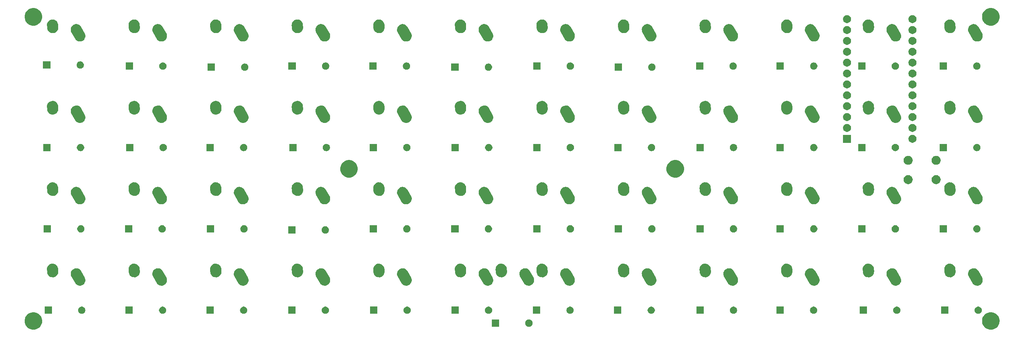
<source format=gbs>
G04 #@! TF.GenerationSoftware,KiCad,Pcbnew,(5.0.2-5-10.14)*
G04 #@! TF.CreationDate,2019-03-11T15:43:47+02:00*
G04 #@! TF.ProjectId,1_proto,315f7072-6f74-46f2-9e6b-696361645f70,rev?*
G04 #@! TF.SameCoordinates,Original*
G04 #@! TF.FileFunction,Soldermask,Bot*
G04 #@! TF.FilePolarity,Negative*
%FSLAX46Y46*%
G04 Gerber Fmt 4.6, Leading zero omitted, Abs format (unit mm)*
G04 Created by KiCad (PCBNEW (5.0.2-5-10.14)) date Monday, March 11, 2019 at 03:43:47 PM*
%MOMM*%
%LPD*%
G01*
G04 APERTURE LIST*
%ADD10C,0.100000*%
G04 APERTURE END LIST*
D10*
G36*
X259598252Y-143527818D02*
X259598254Y-143527819D01*
X259598255Y-143527819D01*
X259971513Y-143682427D01*
X259971514Y-143682428D01*
X260307439Y-143906886D01*
X260593114Y-144192561D01*
X260593116Y-144192564D01*
X260817573Y-144528487D01*
X260972181Y-144901745D01*
X260972182Y-144901748D01*
X261051000Y-145297993D01*
X261051000Y-145702007D01*
X261008398Y-145916184D01*
X260972181Y-146098255D01*
X260817573Y-146471513D01*
X260628723Y-146754146D01*
X260593114Y-146807439D01*
X260307439Y-147093114D01*
X260307436Y-147093116D01*
X259971513Y-147317573D01*
X259598255Y-147472181D01*
X259598254Y-147472181D01*
X259598252Y-147472182D01*
X259202007Y-147551000D01*
X258797993Y-147551000D01*
X258401748Y-147472182D01*
X258401746Y-147472181D01*
X258401745Y-147472181D01*
X258028487Y-147317573D01*
X257692564Y-147093116D01*
X257692561Y-147093114D01*
X257406886Y-146807439D01*
X257371277Y-146754146D01*
X257182427Y-146471513D01*
X257027819Y-146098255D01*
X256991603Y-145916184D01*
X256949000Y-145702007D01*
X256949000Y-145297993D01*
X257027818Y-144901748D01*
X257027819Y-144901745D01*
X257182427Y-144528487D01*
X257406884Y-144192564D01*
X257406886Y-144192561D01*
X257692561Y-143906886D01*
X258028486Y-143682428D01*
X258028487Y-143682427D01*
X258401745Y-143527819D01*
X258401746Y-143527819D01*
X258401748Y-143527818D01*
X258797993Y-143449000D01*
X259202007Y-143449000D01*
X259598252Y-143527818D01*
X259598252Y-143527818D01*
G37*
G36*
X36598252Y-143527818D02*
X36598254Y-143527819D01*
X36598255Y-143527819D01*
X36971513Y-143682427D01*
X36971514Y-143682428D01*
X37307439Y-143906886D01*
X37593114Y-144192561D01*
X37593116Y-144192564D01*
X37817573Y-144528487D01*
X37972181Y-144901745D01*
X37972182Y-144901748D01*
X38051000Y-145297993D01*
X38051000Y-145702007D01*
X38008398Y-145916184D01*
X37972181Y-146098255D01*
X37817573Y-146471513D01*
X37628723Y-146754146D01*
X37593114Y-146807439D01*
X37307439Y-147093114D01*
X37307436Y-147093116D01*
X36971513Y-147317573D01*
X36598255Y-147472181D01*
X36598254Y-147472181D01*
X36598252Y-147472182D01*
X36202007Y-147551000D01*
X35797993Y-147551000D01*
X35401748Y-147472182D01*
X35401746Y-147472181D01*
X35401745Y-147472181D01*
X35028487Y-147317573D01*
X34692564Y-147093116D01*
X34692561Y-147093114D01*
X34406886Y-146807439D01*
X34371277Y-146754146D01*
X34182427Y-146471513D01*
X34027819Y-146098255D01*
X33991603Y-145916184D01*
X33949000Y-145702007D01*
X33949000Y-145297993D01*
X34027818Y-144901748D01*
X34027819Y-144901745D01*
X34182427Y-144528487D01*
X34406884Y-144192564D01*
X34406886Y-144192561D01*
X34692561Y-143906886D01*
X35028486Y-143682428D01*
X35028487Y-143682427D01*
X35401745Y-143527819D01*
X35401746Y-143527819D01*
X35401748Y-143527818D01*
X35797993Y-143449000D01*
X36202007Y-143449000D01*
X36598252Y-143527818D01*
X36598252Y-143527818D01*
G37*
G36*
X151648228Y-145181703D02*
X151803100Y-145245853D01*
X151942481Y-145338985D01*
X152061015Y-145457519D01*
X152154147Y-145596900D01*
X152218297Y-145751772D01*
X152251000Y-145916184D01*
X152251000Y-146083816D01*
X152218297Y-146248228D01*
X152154147Y-146403100D01*
X152061015Y-146542481D01*
X151942481Y-146661015D01*
X151803100Y-146754147D01*
X151648228Y-146818297D01*
X151483816Y-146851000D01*
X151316184Y-146851000D01*
X151151772Y-146818297D01*
X150996900Y-146754147D01*
X150857519Y-146661015D01*
X150738985Y-146542481D01*
X150645853Y-146403100D01*
X150581703Y-146248228D01*
X150549000Y-146083816D01*
X150549000Y-145916184D01*
X150581703Y-145751772D01*
X150645853Y-145596900D01*
X150738985Y-145457519D01*
X150857519Y-145338985D01*
X150996900Y-145245853D01*
X151151772Y-145181703D01*
X151316184Y-145149000D01*
X151483816Y-145149000D01*
X151648228Y-145181703D01*
X151648228Y-145181703D01*
G37*
G36*
X144451000Y-146851000D02*
X142749000Y-146851000D01*
X142749000Y-145149000D01*
X144451000Y-145149000D01*
X144451000Y-146851000D01*
X144451000Y-146851000D01*
G37*
G36*
X217973228Y-142181703D02*
X218128100Y-142245853D01*
X218267481Y-142338985D01*
X218386015Y-142457519D01*
X218479147Y-142596900D01*
X218543297Y-142751772D01*
X218576000Y-142916184D01*
X218576000Y-143083816D01*
X218543297Y-143248228D01*
X218479147Y-143403100D01*
X218386015Y-143542481D01*
X218267481Y-143661015D01*
X218128100Y-143754147D01*
X217973228Y-143818297D01*
X217808816Y-143851000D01*
X217641184Y-143851000D01*
X217476772Y-143818297D01*
X217321900Y-143754147D01*
X217182519Y-143661015D01*
X217063985Y-143542481D01*
X216970853Y-143403100D01*
X216906703Y-143248228D01*
X216874000Y-143083816D01*
X216874000Y-142916184D01*
X216906703Y-142751772D01*
X216970853Y-142596900D01*
X217063985Y-142457519D01*
X217182519Y-142338985D01*
X217321900Y-142245853D01*
X217476772Y-142181703D01*
X217641184Y-142149000D01*
X217808816Y-142149000D01*
X217973228Y-142181703D01*
X217973228Y-142181703D01*
G37*
G36*
X210776000Y-143851000D02*
X209074000Y-143851000D01*
X209074000Y-142149000D01*
X210776000Y-142149000D01*
X210776000Y-143851000D01*
X210776000Y-143851000D01*
G37*
G36*
X199298228Y-142181703D02*
X199453100Y-142245853D01*
X199592481Y-142338985D01*
X199711015Y-142457519D01*
X199804147Y-142596900D01*
X199868297Y-142751772D01*
X199901000Y-142916184D01*
X199901000Y-143083816D01*
X199868297Y-143248228D01*
X199804147Y-143403100D01*
X199711015Y-143542481D01*
X199592481Y-143661015D01*
X199453100Y-143754147D01*
X199298228Y-143818297D01*
X199133816Y-143851000D01*
X198966184Y-143851000D01*
X198801772Y-143818297D01*
X198646900Y-143754147D01*
X198507519Y-143661015D01*
X198388985Y-143542481D01*
X198295853Y-143403100D01*
X198231703Y-143248228D01*
X198199000Y-143083816D01*
X198199000Y-142916184D01*
X198231703Y-142751772D01*
X198295853Y-142596900D01*
X198388985Y-142457519D01*
X198507519Y-142338985D01*
X198646900Y-142245853D01*
X198801772Y-142181703D01*
X198966184Y-142149000D01*
X199133816Y-142149000D01*
X199298228Y-142181703D01*
X199298228Y-142181703D01*
G37*
G36*
X192101000Y-143851000D02*
X190399000Y-143851000D01*
X190399000Y-142149000D01*
X192101000Y-142149000D01*
X192101000Y-143851000D01*
X192101000Y-143851000D01*
G37*
G36*
X180148228Y-142181703D02*
X180303100Y-142245853D01*
X180442481Y-142338985D01*
X180561015Y-142457519D01*
X180654147Y-142596900D01*
X180718297Y-142751772D01*
X180751000Y-142916184D01*
X180751000Y-143083816D01*
X180718297Y-143248228D01*
X180654147Y-143403100D01*
X180561015Y-143542481D01*
X180442481Y-143661015D01*
X180303100Y-143754147D01*
X180148228Y-143818297D01*
X179983816Y-143851000D01*
X179816184Y-143851000D01*
X179651772Y-143818297D01*
X179496900Y-143754147D01*
X179357519Y-143661015D01*
X179238985Y-143542481D01*
X179145853Y-143403100D01*
X179081703Y-143248228D01*
X179049000Y-143083816D01*
X179049000Y-142916184D01*
X179081703Y-142751772D01*
X179145853Y-142596900D01*
X179238985Y-142457519D01*
X179357519Y-142338985D01*
X179496900Y-142245853D01*
X179651772Y-142181703D01*
X179816184Y-142149000D01*
X179983816Y-142149000D01*
X180148228Y-142181703D01*
X180148228Y-142181703D01*
G37*
G36*
X172951000Y-143851000D02*
X171249000Y-143851000D01*
X171249000Y-142149000D01*
X172951000Y-142149000D01*
X172951000Y-143851000D01*
X172951000Y-143851000D01*
G37*
G36*
X161248228Y-142181703D02*
X161403100Y-142245853D01*
X161542481Y-142338985D01*
X161661015Y-142457519D01*
X161754147Y-142596900D01*
X161818297Y-142751772D01*
X161851000Y-142916184D01*
X161851000Y-143083816D01*
X161818297Y-143248228D01*
X161754147Y-143403100D01*
X161661015Y-143542481D01*
X161542481Y-143661015D01*
X161403100Y-143754147D01*
X161248228Y-143818297D01*
X161083816Y-143851000D01*
X160916184Y-143851000D01*
X160751772Y-143818297D01*
X160596900Y-143754147D01*
X160457519Y-143661015D01*
X160338985Y-143542481D01*
X160245853Y-143403100D01*
X160181703Y-143248228D01*
X160149000Y-143083816D01*
X160149000Y-142916184D01*
X160181703Y-142751772D01*
X160245853Y-142596900D01*
X160338985Y-142457519D01*
X160457519Y-142338985D01*
X160596900Y-142245853D01*
X160751772Y-142181703D01*
X160916184Y-142149000D01*
X161083816Y-142149000D01*
X161248228Y-142181703D01*
X161248228Y-142181703D01*
G37*
G36*
X154051000Y-143851000D02*
X152349000Y-143851000D01*
X152349000Y-142149000D01*
X154051000Y-142149000D01*
X154051000Y-143851000D01*
X154051000Y-143851000D01*
G37*
G36*
X142248228Y-142181703D02*
X142403100Y-142245853D01*
X142542481Y-142338985D01*
X142661015Y-142457519D01*
X142754147Y-142596900D01*
X142818297Y-142751772D01*
X142851000Y-142916184D01*
X142851000Y-143083816D01*
X142818297Y-143248228D01*
X142754147Y-143403100D01*
X142661015Y-143542481D01*
X142542481Y-143661015D01*
X142403100Y-143754147D01*
X142248228Y-143818297D01*
X142083816Y-143851000D01*
X141916184Y-143851000D01*
X141751772Y-143818297D01*
X141596900Y-143754147D01*
X141457519Y-143661015D01*
X141338985Y-143542481D01*
X141245853Y-143403100D01*
X141181703Y-143248228D01*
X141149000Y-143083816D01*
X141149000Y-142916184D01*
X141181703Y-142751772D01*
X141245853Y-142596900D01*
X141338985Y-142457519D01*
X141457519Y-142338985D01*
X141596900Y-142245853D01*
X141751772Y-142181703D01*
X141916184Y-142149000D01*
X142083816Y-142149000D01*
X142248228Y-142181703D01*
X142248228Y-142181703D01*
G37*
G36*
X135051000Y-143851000D02*
X133349000Y-143851000D01*
X133349000Y-142149000D01*
X135051000Y-142149000D01*
X135051000Y-143851000D01*
X135051000Y-143851000D01*
G37*
G36*
X123298228Y-142181703D02*
X123453100Y-142245853D01*
X123592481Y-142338985D01*
X123711015Y-142457519D01*
X123804147Y-142596900D01*
X123868297Y-142751772D01*
X123901000Y-142916184D01*
X123901000Y-143083816D01*
X123868297Y-143248228D01*
X123804147Y-143403100D01*
X123711015Y-143542481D01*
X123592481Y-143661015D01*
X123453100Y-143754147D01*
X123298228Y-143818297D01*
X123133816Y-143851000D01*
X122966184Y-143851000D01*
X122801772Y-143818297D01*
X122646900Y-143754147D01*
X122507519Y-143661015D01*
X122388985Y-143542481D01*
X122295853Y-143403100D01*
X122231703Y-143248228D01*
X122199000Y-143083816D01*
X122199000Y-142916184D01*
X122231703Y-142751772D01*
X122295853Y-142596900D01*
X122388985Y-142457519D01*
X122507519Y-142338985D01*
X122646900Y-142245853D01*
X122801772Y-142181703D01*
X122966184Y-142149000D01*
X123133816Y-142149000D01*
X123298228Y-142181703D01*
X123298228Y-142181703D01*
G37*
G36*
X116101000Y-143851000D02*
X114399000Y-143851000D01*
X114399000Y-142149000D01*
X116101000Y-142149000D01*
X116101000Y-143851000D01*
X116101000Y-143851000D01*
G37*
G36*
X104248228Y-142181703D02*
X104403100Y-142245853D01*
X104542481Y-142338985D01*
X104661015Y-142457519D01*
X104754147Y-142596900D01*
X104818297Y-142751772D01*
X104851000Y-142916184D01*
X104851000Y-143083816D01*
X104818297Y-143248228D01*
X104754147Y-143403100D01*
X104661015Y-143542481D01*
X104542481Y-143661015D01*
X104403100Y-143754147D01*
X104248228Y-143818297D01*
X104083816Y-143851000D01*
X103916184Y-143851000D01*
X103751772Y-143818297D01*
X103596900Y-143754147D01*
X103457519Y-143661015D01*
X103338985Y-143542481D01*
X103245853Y-143403100D01*
X103181703Y-143248228D01*
X103149000Y-143083816D01*
X103149000Y-142916184D01*
X103181703Y-142751772D01*
X103245853Y-142596900D01*
X103338985Y-142457519D01*
X103457519Y-142338985D01*
X103596900Y-142245853D01*
X103751772Y-142181703D01*
X103916184Y-142149000D01*
X104083816Y-142149000D01*
X104248228Y-142181703D01*
X104248228Y-142181703D01*
G37*
G36*
X97051000Y-143851000D02*
X95349000Y-143851000D01*
X95349000Y-142149000D01*
X97051000Y-142149000D01*
X97051000Y-143851000D01*
X97051000Y-143851000D01*
G37*
G36*
X85223228Y-142181703D02*
X85378100Y-142245853D01*
X85517481Y-142338985D01*
X85636015Y-142457519D01*
X85729147Y-142596900D01*
X85793297Y-142751772D01*
X85826000Y-142916184D01*
X85826000Y-143083816D01*
X85793297Y-143248228D01*
X85729147Y-143403100D01*
X85636015Y-143542481D01*
X85517481Y-143661015D01*
X85378100Y-143754147D01*
X85223228Y-143818297D01*
X85058816Y-143851000D01*
X84891184Y-143851000D01*
X84726772Y-143818297D01*
X84571900Y-143754147D01*
X84432519Y-143661015D01*
X84313985Y-143542481D01*
X84220853Y-143403100D01*
X84156703Y-143248228D01*
X84124000Y-143083816D01*
X84124000Y-142916184D01*
X84156703Y-142751772D01*
X84220853Y-142596900D01*
X84313985Y-142457519D01*
X84432519Y-142338985D01*
X84571900Y-142245853D01*
X84726772Y-142181703D01*
X84891184Y-142149000D01*
X85058816Y-142149000D01*
X85223228Y-142181703D01*
X85223228Y-142181703D01*
G37*
G36*
X78026000Y-143851000D02*
X76324000Y-143851000D01*
X76324000Y-142149000D01*
X78026000Y-142149000D01*
X78026000Y-143851000D01*
X78026000Y-143851000D01*
G37*
G36*
X66348228Y-142181703D02*
X66503100Y-142245853D01*
X66642481Y-142338985D01*
X66761015Y-142457519D01*
X66854147Y-142596900D01*
X66918297Y-142751772D01*
X66951000Y-142916184D01*
X66951000Y-143083816D01*
X66918297Y-143248228D01*
X66854147Y-143403100D01*
X66761015Y-143542481D01*
X66642481Y-143661015D01*
X66503100Y-143754147D01*
X66348228Y-143818297D01*
X66183816Y-143851000D01*
X66016184Y-143851000D01*
X65851772Y-143818297D01*
X65696900Y-143754147D01*
X65557519Y-143661015D01*
X65438985Y-143542481D01*
X65345853Y-143403100D01*
X65281703Y-143248228D01*
X65249000Y-143083816D01*
X65249000Y-142916184D01*
X65281703Y-142751772D01*
X65345853Y-142596900D01*
X65438985Y-142457519D01*
X65557519Y-142338985D01*
X65696900Y-142245853D01*
X65851772Y-142181703D01*
X66016184Y-142149000D01*
X66183816Y-142149000D01*
X66348228Y-142181703D01*
X66348228Y-142181703D01*
G37*
G36*
X59151000Y-143851000D02*
X57449000Y-143851000D01*
X57449000Y-142149000D01*
X59151000Y-142149000D01*
X59151000Y-143851000D01*
X59151000Y-143851000D01*
G37*
G36*
X47498228Y-142181703D02*
X47653100Y-142245853D01*
X47792481Y-142338985D01*
X47911015Y-142457519D01*
X48004147Y-142596900D01*
X48068297Y-142751772D01*
X48101000Y-142916184D01*
X48101000Y-143083816D01*
X48068297Y-143248228D01*
X48004147Y-143403100D01*
X47911015Y-143542481D01*
X47792481Y-143661015D01*
X47653100Y-143754147D01*
X47498228Y-143818297D01*
X47333816Y-143851000D01*
X47166184Y-143851000D01*
X47001772Y-143818297D01*
X46846900Y-143754147D01*
X46707519Y-143661015D01*
X46588985Y-143542481D01*
X46495853Y-143403100D01*
X46431703Y-143248228D01*
X46399000Y-143083816D01*
X46399000Y-142916184D01*
X46431703Y-142751772D01*
X46495853Y-142596900D01*
X46588985Y-142457519D01*
X46707519Y-142338985D01*
X46846900Y-142245853D01*
X47001772Y-142181703D01*
X47166184Y-142149000D01*
X47333816Y-142149000D01*
X47498228Y-142181703D01*
X47498228Y-142181703D01*
G37*
G36*
X40301000Y-143851000D02*
X38599000Y-143851000D01*
X38599000Y-142149000D01*
X40301000Y-142149000D01*
X40301000Y-143851000D01*
X40301000Y-143851000D01*
G37*
G36*
X230151000Y-143851000D02*
X228449000Y-143851000D01*
X228449000Y-142149000D01*
X230151000Y-142149000D01*
X230151000Y-143851000D01*
X230151000Y-143851000D01*
G37*
G36*
X237348228Y-142181703D02*
X237503100Y-142245853D01*
X237642481Y-142338985D01*
X237761015Y-142457519D01*
X237854147Y-142596900D01*
X237918297Y-142751772D01*
X237951000Y-142916184D01*
X237951000Y-143083816D01*
X237918297Y-143248228D01*
X237854147Y-143403100D01*
X237761015Y-143542481D01*
X237642481Y-143661015D01*
X237503100Y-143754147D01*
X237348228Y-143818297D01*
X237183816Y-143851000D01*
X237016184Y-143851000D01*
X236851772Y-143818297D01*
X236696900Y-143754147D01*
X236557519Y-143661015D01*
X236438985Y-143542481D01*
X236345853Y-143403100D01*
X236281703Y-143248228D01*
X236249000Y-143083816D01*
X236249000Y-142916184D01*
X236281703Y-142751772D01*
X236345853Y-142596900D01*
X236438985Y-142457519D01*
X236557519Y-142338985D01*
X236696900Y-142245853D01*
X236851772Y-142181703D01*
X237016184Y-142149000D01*
X237183816Y-142149000D01*
X237348228Y-142181703D01*
X237348228Y-142181703D01*
G37*
G36*
X249101000Y-143851000D02*
X247399000Y-143851000D01*
X247399000Y-142149000D01*
X249101000Y-142149000D01*
X249101000Y-143851000D01*
X249101000Y-143851000D01*
G37*
G36*
X256298228Y-142181703D02*
X256453100Y-142245853D01*
X256592481Y-142338985D01*
X256711015Y-142457519D01*
X256804147Y-142596900D01*
X256868297Y-142751772D01*
X256901000Y-142916184D01*
X256901000Y-143083816D01*
X256868297Y-143248228D01*
X256804147Y-143403100D01*
X256711015Y-143542481D01*
X256592481Y-143661015D01*
X256453100Y-143754147D01*
X256298228Y-143818297D01*
X256133816Y-143851000D01*
X255966184Y-143851000D01*
X255801772Y-143818297D01*
X255646900Y-143754147D01*
X255507519Y-143661015D01*
X255388985Y-143542481D01*
X255295853Y-143403100D01*
X255231703Y-143248228D01*
X255199000Y-143083816D01*
X255199000Y-142916184D01*
X255231703Y-142751772D01*
X255295853Y-142596900D01*
X255388985Y-142457519D01*
X255507519Y-142338985D01*
X255646900Y-142245853D01*
X255801772Y-142181703D01*
X255966184Y-142149000D01*
X256133816Y-142149000D01*
X256298228Y-142181703D01*
X256298228Y-142181703D01*
G37*
G36*
X160222203Y-133218198D02*
X160358790Y-133243081D01*
X160566044Y-133325035D01*
X160597108Y-133337318D01*
X160597109Y-133337319D01*
X160597110Y-133337319D01*
X160812460Y-133476235D01*
X160812463Y-133476238D01*
X160996579Y-133654503D01*
X161105846Y-133812451D01*
X161978813Y-135384089D01*
X162055166Y-135560320D01*
X162055167Y-135560323D01*
X162055167Y-135560324D01*
X162109214Y-135810826D01*
X162111362Y-135943921D01*
X162113351Y-136067072D01*
X162092301Y-136182610D01*
X162067418Y-136319197D01*
X161973180Y-136557517D01*
X161834264Y-136772867D01*
X161655996Y-136956986D01*
X161445240Y-137102785D01*
X161317849Y-137157977D01*
X161210086Y-137204667D01*
X161210083Y-137204668D01*
X161210082Y-137204668D01*
X160959580Y-137258715D01*
X160826485Y-137260863D01*
X160703334Y-137262852D01*
X160587796Y-137241802D01*
X160451209Y-137216919D01*
X160212892Y-137122683D01*
X159997538Y-136983763D01*
X159813421Y-136805497D01*
X159790848Y-136772867D01*
X159704154Y-136647549D01*
X158831187Y-135075910D01*
X158754834Y-134899679D01*
X158754833Y-134899675D01*
X158700786Y-134649173D01*
X158698638Y-134516079D01*
X158696649Y-134392928D01*
X158717699Y-134277390D01*
X158742582Y-134140803D01*
X158836820Y-133902483D01*
X158975736Y-133687133D01*
X159154004Y-133503014D01*
X159364760Y-133357215D01*
X159492151Y-133302023D01*
X159599914Y-133255333D01*
X159599917Y-133255332D01*
X159599918Y-133255332D01*
X159850420Y-133201285D01*
X159983514Y-133199137D01*
X160106665Y-133197148D01*
X160222203Y-133218198D01*
X160222203Y-133218198D01*
G37*
G36*
X141222203Y-133218198D02*
X141358790Y-133243081D01*
X141566044Y-133325035D01*
X141597108Y-133337318D01*
X141597109Y-133337319D01*
X141597110Y-133337319D01*
X141812460Y-133476235D01*
X141812463Y-133476238D01*
X141996579Y-133654503D01*
X142105846Y-133812451D01*
X142978813Y-135384089D01*
X143055166Y-135560320D01*
X143055167Y-135560323D01*
X143055167Y-135560324D01*
X143109214Y-135810826D01*
X143111362Y-135943921D01*
X143113351Y-136067072D01*
X143092301Y-136182610D01*
X143067418Y-136319197D01*
X142973180Y-136557517D01*
X142834264Y-136772867D01*
X142655996Y-136956986D01*
X142445240Y-137102785D01*
X142317849Y-137157977D01*
X142210086Y-137204667D01*
X142210083Y-137204668D01*
X142210082Y-137204668D01*
X141959580Y-137258715D01*
X141826485Y-137260863D01*
X141703334Y-137262852D01*
X141587796Y-137241802D01*
X141451209Y-137216919D01*
X141212892Y-137122683D01*
X140997538Y-136983763D01*
X140813421Y-136805497D01*
X140790848Y-136772867D01*
X140704154Y-136647549D01*
X139831187Y-135075910D01*
X139754834Y-134899679D01*
X139754833Y-134899675D01*
X139700786Y-134649173D01*
X139698638Y-134516079D01*
X139696649Y-134392928D01*
X139717699Y-134277390D01*
X139742582Y-134140803D01*
X139836820Y-133902483D01*
X139975736Y-133687133D01*
X140154004Y-133503014D01*
X140364760Y-133357215D01*
X140492151Y-133302023D01*
X140599914Y-133255333D01*
X140599917Y-133255332D01*
X140599918Y-133255332D01*
X140850420Y-133201285D01*
X140983514Y-133199137D01*
X141106665Y-133197148D01*
X141222203Y-133218198D01*
X141222203Y-133218198D01*
G37*
G36*
X150722203Y-133218198D02*
X150858790Y-133243081D01*
X151066044Y-133325035D01*
X151097108Y-133337318D01*
X151097109Y-133337319D01*
X151097110Y-133337319D01*
X151312460Y-133476235D01*
X151312463Y-133476238D01*
X151496579Y-133654503D01*
X151605846Y-133812451D01*
X152478813Y-135384089D01*
X152555166Y-135560320D01*
X152555167Y-135560323D01*
X152555167Y-135560324D01*
X152609214Y-135810826D01*
X152611362Y-135943921D01*
X152613351Y-136067072D01*
X152592301Y-136182610D01*
X152567418Y-136319197D01*
X152473180Y-136557517D01*
X152334264Y-136772867D01*
X152155996Y-136956986D01*
X151945240Y-137102785D01*
X151817849Y-137157977D01*
X151710086Y-137204667D01*
X151710083Y-137204668D01*
X151710082Y-137204668D01*
X151459580Y-137258715D01*
X151326485Y-137260863D01*
X151203334Y-137262852D01*
X151087796Y-137241802D01*
X150951209Y-137216919D01*
X150712892Y-137122683D01*
X150497538Y-136983763D01*
X150313421Y-136805497D01*
X150290848Y-136772867D01*
X150204154Y-136647549D01*
X149331187Y-135075910D01*
X149254834Y-134899679D01*
X149254833Y-134899675D01*
X149200786Y-134649173D01*
X149198638Y-134516079D01*
X149196649Y-134392928D01*
X149217699Y-134277390D01*
X149242582Y-134140803D01*
X149336820Y-133902483D01*
X149475736Y-133687133D01*
X149654004Y-133503014D01*
X149864760Y-133357215D01*
X149992151Y-133302023D01*
X150099914Y-133255333D01*
X150099917Y-133255332D01*
X150099918Y-133255332D01*
X150350420Y-133201285D01*
X150483514Y-133199137D01*
X150606665Y-133197148D01*
X150722203Y-133218198D01*
X150722203Y-133218198D01*
G37*
G36*
X236222203Y-133218198D02*
X236358790Y-133243081D01*
X236566044Y-133325035D01*
X236597108Y-133337318D01*
X236597109Y-133337319D01*
X236597110Y-133337319D01*
X236812460Y-133476235D01*
X236812463Y-133476238D01*
X236996579Y-133654503D01*
X237105846Y-133812451D01*
X237978813Y-135384089D01*
X238055166Y-135560320D01*
X238055167Y-135560323D01*
X238055167Y-135560324D01*
X238109214Y-135810826D01*
X238111362Y-135943921D01*
X238113351Y-136067072D01*
X238092301Y-136182610D01*
X238067418Y-136319197D01*
X237973180Y-136557517D01*
X237834264Y-136772867D01*
X237655996Y-136956986D01*
X237445240Y-137102785D01*
X237317849Y-137157977D01*
X237210086Y-137204667D01*
X237210083Y-137204668D01*
X237210082Y-137204668D01*
X236959580Y-137258715D01*
X236826485Y-137260863D01*
X236703334Y-137262852D01*
X236587796Y-137241802D01*
X236451209Y-137216919D01*
X236212892Y-137122683D01*
X235997538Y-136983763D01*
X235813421Y-136805497D01*
X235790848Y-136772867D01*
X235704154Y-136647549D01*
X234831187Y-135075910D01*
X234754834Y-134899679D01*
X234754833Y-134899675D01*
X234700786Y-134649173D01*
X234698638Y-134516079D01*
X234696649Y-134392928D01*
X234717699Y-134277390D01*
X234742582Y-134140803D01*
X234836820Y-133902483D01*
X234975736Y-133687133D01*
X235154004Y-133503014D01*
X235364760Y-133357215D01*
X235492151Y-133302023D01*
X235599914Y-133255333D01*
X235599917Y-133255332D01*
X235599918Y-133255332D01*
X235850420Y-133201285D01*
X235983514Y-133199137D01*
X236106665Y-133197148D01*
X236222203Y-133218198D01*
X236222203Y-133218198D01*
G37*
G36*
X217222203Y-133218198D02*
X217358790Y-133243081D01*
X217566044Y-133325035D01*
X217597108Y-133337318D01*
X217597109Y-133337319D01*
X217597110Y-133337319D01*
X217812460Y-133476235D01*
X217812463Y-133476238D01*
X217996579Y-133654503D01*
X218105846Y-133812451D01*
X218978813Y-135384089D01*
X219055166Y-135560320D01*
X219055167Y-135560323D01*
X219055167Y-135560324D01*
X219109214Y-135810826D01*
X219111362Y-135943921D01*
X219113351Y-136067072D01*
X219092301Y-136182610D01*
X219067418Y-136319197D01*
X218973180Y-136557517D01*
X218834264Y-136772867D01*
X218655996Y-136956986D01*
X218445240Y-137102785D01*
X218317849Y-137157977D01*
X218210086Y-137204667D01*
X218210083Y-137204668D01*
X218210082Y-137204668D01*
X217959580Y-137258715D01*
X217826485Y-137260863D01*
X217703334Y-137262852D01*
X217587796Y-137241802D01*
X217451209Y-137216919D01*
X217212892Y-137122683D01*
X216997538Y-136983763D01*
X216813421Y-136805497D01*
X216790848Y-136772867D01*
X216704154Y-136647549D01*
X215831187Y-135075910D01*
X215754834Y-134899679D01*
X215754833Y-134899675D01*
X215700786Y-134649173D01*
X215698638Y-134516079D01*
X215696649Y-134392928D01*
X215717699Y-134277390D01*
X215742582Y-134140803D01*
X215836820Y-133902483D01*
X215975736Y-133687133D01*
X216154004Y-133503014D01*
X216364760Y-133357215D01*
X216492151Y-133302023D01*
X216599914Y-133255333D01*
X216599917Y-133255332D01*
X216599918Y-133255332D01*
X216850420Y-133201285D01*
X216983514Y-133199137D01*
X217106665Y-133197148D01*
X217222203Y-133218198D01*
X217222203Y-133218198D01*
G37*
G36*
X255222203Y-133218198D02*
X255358790Y-133243081D01*
X255566044Y-133325035D01*
X255597108Y-133337318D01*
X255597109Y-133337319D01*
X255597110Y-133337319D01*
X255812460Y-133476235D01*
X255812463Y-133476238D01*
X255996579Y-133654503D01*
X256105846Y-133812451D01*
X256978813Y-135384089D01*
X257055166Y-135560320D01*
X257055167Y-135560323D01*
X257055167Y-135560324D01*
X257109214Y-135810826D01*
X257111362Y-135943921D01*
X257113351Y-136067072D01*
X257092301Y-136182610D01*
X257067418Y-136319197D01*
X256973180Y-136557517D01*
X256834264Y-136772867D01*
X256655996Y-136956986D01*
X256445240Y-137102785D01*
X256317849Y-137157977D01*
X256210086Y-137204667D01*
X256210083Y-137204668D01*
X256210082Y-137204668D01*
X255959580Y-137258715D01*
X255826485Y-137260863D01*
X255703334Y-137262852D01*
X255587796Y-137241802D01*
X255451209Y-137216919D01*
X255212892Y-137122683D01*
X254997538Y-136983763D01*
X254813421Y-136805497D01*
X254790848Y-136772867D01*
X254704154Y-136647549D01*
X253831187Y-135075910D01*
X253754834Y-134899679D01*
X253754833Y-134899675D01*
X253700786Y-134649173D01*
X253698638Y-134516079D01*
X253696649Y-134392928D01*
X253717699Y-134277390D01*
X253742582Y-134140803D01*
X253836820Y-133902483D01*
X253975736Y-133687133D01*
X254154004Y-133503014D01*
X254364760Y-133357215D01*
X254492151Y-133302023D01*
X254599914Y-133255333D01*
X254599917Y-133255332D01*
X254599918Y-133255332D01*
X254850420Y-133201285D01*
X254983514Y-133199137D01*
X255106665Y-133197148D01*
X255222203Y-133218198D01*
X255222203Y-133218198D01*
G37*
G36*
X198222203Y-133218198D02*
X198358790Y-133243081D01*
X198566044Y-133325035D01*
X198597108Y-133337318D01*
X198597109Y-133337319D01*
X198597110Y-133337319D01*
X198812460Y-133476235D01*
X198812463Y-133476238D01*
X198996579Y-133654503D01*
X199105846Y-133812451D01*
X199978813Y-135384089D01*
X200055166Y-135560320D01*
X200055167Y-135560323D01*
X200055167Y-135560324D01*
X200109214Y-135810826D01*
X200111362Y-135943921D01*
X200113351Y-136067072D01*
X200092301Y-136182610D01*
X200067418Y-136319197D01*
X199973180Y-136557517D01*
X199834264Y-136772867D01*
X199655996Y-136956986D01*
X199445240Y-137102785D01*
X199317849Y-137157977D01*
X199210086Y-137204667D01*
X199210083Y-137204668D01*
X199210082Y-137204668D01*
X198959580Y-137258715D01*
X198826485Y-137260863D01*
X198703334Y-137262852D01*
X198587796Y-137241802D01*
X198451209Y-137216919D01*
X198212892Y-137122683D01*
X197997538Y-136983763D01*
X197813421Y-136805497D01*
X197790848Y-136772867D01*
X197704154Y-136647549D01*
X196831187Y-135075910D01*
X196754834Y-134899679D01*
X196754833Y-134899675D01*
X196700786Y-134649173D01*
X196698638Y-134516079D01*
X196696649Y-134392928D01*
X196717699Y-134277390D01*
X196742582Y-134140803D01*
X196836820Y-133902483D01*
X196975736Y-133687133D01*
X197154004Y-133503014D01*
X197364760Y-133357215D01*
X197492151Y-133302023D01*
X197599914Y-133255333D01*
X197599917Y-133255332D01*
X197599918Y-133255332D01*
X197850420Y-133201285D01*
X197983514Y-133199137D01*
X198106665Y-133197148D01*
X198222203Y-133218198D01*
X198222203Y-133218198D01*
G37*
G36*
X179222203Y-133218198D02*
X179358790Y-133243081D01*
X179566044Y-133325035D01*
X179597108Y-133337318D01*
X179597109Y-133337319D01*
X179597110Y-133337319D01*
X179812460Y-133476235D01*
X179812463Y-133476238D01*
X179996579Y-133654503D01*
X180105846Y-133812451D01*
X180978813Y-135384089D01*
X181055166Y-135560320D01*
X181055167Y-135560323D01*
X181055167Y-135560324D01*
X181109214Y-135810826D01*
X181111362Y-135943921D01*
X181113351Y-136067072D01*
X181092301Y-136182610D01*
X181067418Y-136319197D01*
X180973180Y-136557517D01*
X180834264Y-136772867D01*
X180655996Y-136956986D01*
X180445240Y-137102785D01*
X180317849Y-137157977D01*
X180210086Y-137204667D01*
X180210083Y-137204668D01*
X180210082Y-137204668D01*
X179959580Y-137258715D01*
X179826485Y-137260863D01*
X179703334Y-137262852D01*
X179587796Y-137241802D01*
X179451209Y-137216919D01*
X179212892Y-137122683D01*
X178997538Y-136983763D01*
X178813421Y-136805497D01*
X178790848Y-136772867D01*
X178704154Y-136647549D01*
X177831187Y-135075910D01*
X177754834Y-134899679D01*
X177754833Y-134899675D01*
X177700786Y-134649173D01*
X177698638Y-134516079D01*
X177696649Y-134392928D01*
X177717699Y-134277390D01*
X177742582Y-134140803D01*
X177836820Y-133902483D01*
X177975736Y-133687133D01*
X178154004Y-133503014D01*
X178364760Y-133357215D01*
X178492151Y-133302023D01*
X178599914Y-133255333D01*
X178599917Y-133255332D01*
X178599918Y-133255332D01*
X178850420Y-133201285D01*
X178983514Y-133199137D01*
X179106665Y-133197148D01*
X179222203Y-133218198D01*
X179222203Y-133218198D01*
G37*
G36*
X122222203Y-133218198D02*
X122358790Y-133243081D01*
X122566044Y-133325035D01*
X122597108Y-133337318D01*
X122597109Y-133337319D01*
X122597110Y-133337319D01*
X122812460Y-133476235D01*
X122812463Y-133476238D01*
X122996579Y-133654503D01*
X123105846Y-133812451D01*
X123978813Y-135384089D01*
X124055166Y-135560320D01*
X124055167Y-135560323D01*
X124055167Y-135560324D01*
X124109214Y-135810826D01*
X124111362Y-135943921D01*
X124113351Y-136067072D01*
X124092301Y-136182610D01*
X124067418Y-136319197D01*
X123973180Y-136557517D01*
X123834264Y-136772867D01*
X123655996Y-136956986D01*
X123445240Y-137102785D01*
X123317849Y-137157977D01*
X123210086Y-137204667D01*
X123210083Y-137204668D01*
X123210082Y-137204668D01*
X122959580Y-137258715D01*
X122826485Y-137260863D01*
X122703334Y-137262852D01*
X122587796Y-137241802D01*
X122451209Y-137216919D01*
X122212892Y-137122683D01*
X121997538Y-136983763D01*
X121813421Y-136805497D01*
X121790848Y-136772867D01*
X121704154Y-136647549D01*
X120831187Y-135075910D01*
X120754834Y-134899679D01*
X120754833Y-134899675D01*
X120700786Y-134649173D01*
X120698638Y-134516079D01*
X120696649Y-134392928D01*
X120717699Y-134277390D01*
X120742582Y-134140803D01*
X120836820Y-133902483D01*
X120975736Y-133687133D01*
X121154004Y-133503014D01*
X121364760Y-133357215D01*
X121492151Y-133302023D01*
X121599914Y-133255333D01*
X121599917Y-133255332D01*
X121599918Y-133255332D01*
X121850420Y-133201285D01*
X121983514Y-133199137D01*
X122106665Y-133197148D01*
X122222203Y-133218198D01*
X122222203Y-133218198D01*
G37*
G36*
X103222203Y-133218198D02*
X103358790Y-133243081D01*
X103566044Y-133325035D01*
X103597108Y-133337318D01*
X103597109Y-133337319D01*
X103597110Y-133337319D01*
X103812460Y-133476235D01*
X103812463Y-133476238D01*
X103996579Y-133654503D01*
X104105846Y-133812451D01*
X104978813Y-135384089D01*
X105055166Y-135560320D01*
X105055167Y-135560323D01*
X105055167Y-135560324D01*
X105109214Y-135810826D01*
X105111362Y-135943921D01*
X105113351Y-136067072D01*
X105092301Y-136182610D01*
X105067418Y-136319197D01*
X104973180Y-136557517D01*
X104834264Y-136772867D01*
X104655996Y-136956986D01*
X104445240Y-137102785D01*
X104317849Y-137157977D01*
X104210086Y-137204667D01*
X104210083Y-137204668D01*
X104210082Y-137204668D01*
X103959580Y-137258715D01*
X103826485Y-137260863D01*
X103703334Y-137262852D01*
X103587796Y-137241802D01*
X103451209Y-137216919D01*
X103212892Y-137122683D01*
X102997538Y-136983763D01*
X102813421Y-136805497D01*
X102790848Y-136772867D01*
X102704154Y-136647549D01*
X101831187Y-135075910D01*
X101754834Y-134899679D01*
X101754833Y-134899675D01*
X101700786Y-134649173D01*
X101698638Y-134516079D01*
X101696649Y-134392928D01*
X101717699Y-134277390D01*
X101742582Y-134140803D01*
X101836820Y-133902483D01*
X101975736Y-133687133D01*
X102154004Y-133503014D01*
X102364760Y-133357215D01*
X102492151Y-133302023D01*
X102599914Y-133255333D01*
X102599917Y-133255332D01*
X102599918Y-133255332D01*
X102850420Y-133201285D01*
X102983514Y-133199137D01*
X103106665Y-133197148D01*
X103222203Y-133218198D01*
X103222203Y-133218198D01*
G37*
G36*
X84222203Y-133218198D02*
X84358790Y-133243081D01*
X84566044Y-133325035D01*
X84597108Y-133337318D01*
X84597109Y-133337319D01*
X84597110Y-133337319D01*
X84812460Y-133476235D01*
X84812463Y-133476238D01*
X84996579Y-133654503D01*
X85105846Y-133812451D01*
X85978813Y-135384089D01*
X86055166Y-135560320D01*
X86055167Y-135560323D01*
X86055167Y-135560324D01*
X86109214Y-135810826D01*
X86111362Y-135943921D01*
X86113351Y-136067072D01*
X86092301Y-136182610D01*
X86067418Y-136319197D01*
X85973180Y-136557517D01*
X85834264Y-136772867D01*
X85655996Y-136956986D01*
X85445240Y-137102785D01*
X85317849Y-137157977D01*
X85210086Y-137204667D01*
X85210083Y-137204668D01*
X85210082Y-137204668D01*
X84959580Y-137258715D01*
X84826485Y-137260863D01*
X84703334Y-137262852D01*
X84587796Y-137241802D01*
X84451209Y-137216919D01*
X84212892Y-137122683D01*
X83997538Y-136983763D01*
X83813421Y-136805497D01*
X83790848Y-136772867D01*
X83704154Y-136647549D01*
X82831187Y-135075910D01*
X82754834Y-134899679D01*
X82754833Y-134899675D01*
X82700786Y-134649173D01*
X82698638Y-134516079D01*
X82696649Y-134392928D01*
X82717699Y-134277390D01*
X82742582Y-134140803D01*
X82836820Y-133902483D01*
X82975736Y-133687133D01*
X83154004Y-133503014D01*
X83364760Y-133357215D01*
X83492151Y-133302023D01*
X83599914Y-133255333D01*
X83599917Y-133255332D01*
X83599918Y-133255332D01*
X83850420Y-133201285D01*
X83983514Y-133199137D01*
X84106665Y-133197148D01*
X84222203Y-133218198D01*
X84222203Y-133218198D01*
G37*
G36*
X65222203Y-133218198D02*
X65358790Y-133243081D01*
X65566044Y-133325035D01*
X65597108Y-133337318D01*
X65597109Y-133337319D01*
X65597110Y-133337319D01*
X65812460Y-133476235D01*
X65812463Y-133476238D01*
X65996579Y-133654503D01*
X66105846Y-133812451D01*
X66978813Y-135384089D01*
X67055166Y-135560320D01*
X67055167Y-135560323D01*
X67055167Y-135560324D01*
X67109214Y-135810826D01*
X67111362Y-135943921D01*
X67113351Y-136067072D01*
X67092301Y-136182610D01*
X67067418Y-136319197D01*
X66973180Y-136557517D01*
X66834264Y-136772867D01*
X66655996Y-136956986D01*
X66445240Y-137102785D01*
X66317849Y-137157977D01*
X66210086Y-137204667D01*
X66210083Y-137204668D01*
X66210082Y-137204668D01*
X65959580Y-137258715D01*
X65826485Y-137260863D01*
X65703334Y-137262852D01*
X65587796Y-137241802D01*
X65451209Y-137216919D01*
X65212892Y-137122683D01*
X64997538Y-136983763D01*
X64813421Y-136805497D01*
X64790848Y-136772867D01*
X64704154Y-136647549D01*
X63831187Y-135075910D01*
X63754834Y-134899679D01*
X63754833Y-134899675D01*
X63700786Y-134649173D01*
X63698638Y-134516079D01*
X63696649Y-134392928D01*
X63717699Y-134277390D01*
X63742582Y-134140803D01*
X63836820Y-133902483D01*
X63975736Y-133687133D01*
X64154004Y-133503014D01*
X64364760Y-133357215D01*
X64492151Y-133302023D01*
X64599914Y-133255333D01*
X64599917Y-133255332D01*
X64599918Y-133255332D01*
X64850420Y-133201285D01*
X64983514Y-133199137D01*
X65106665Y-133197148D01*
X65222203Y-133218198D01*
X65222203Y-133218198D01*
G37*
G36*
X46222203Y-133218198D02*
X46358790Y-133243081D01*
X46566044Y-133325035D01*
X46597108Y-133337318D01*
X46597109Y-133337319D01*
X46597110Y-133337319D01*
X46812460Y-133476235D01*
X46812463Y-133476238D01*
X46996579Y-133654503D01*
X47105846Y-133812451D01*
X47978813Y-135384089D01*
X48055166Y-135560320D01*
X48055167Y-135560323D01*
X48055167Y-135560324D01*
X48109214Y-135810826D01*
X48111362Y-135943921D01*
X48113351Y-136067072D01*
X48092301Y-136182610D01*
X48067418Y-136319197D01*
X47973180Y-136557517D01*
X47834264Y-136772867D01*
X47655996Y-136956986D01*
X47445240Y-137102785D01*
X47317849Y-137157977D01*
X47210086Y-137204667D01*
X47210083Y-137204668D01*
X47210082Y-137204668D01*
X46959580Y-137258715D01*
X46826485Y-137260863D01*
X46703334Y-137262852D01*
X46587796Y-137241802D01*
X46451209Y-137216919D01*
X46212892Y-137122683D01*
X45997538Y-136983763D01*
X45813421Y-136805497D01*
X45790848Y-136772867D01*
X45704154Y-136647549D01*
X44831187Y-135075910D01*
X44754834Y-134899679D01*
X44754833Y-134899675D01*
X44700786Y-134649173D01*
X44698638Y-134516079D01*
X44696649Y-134392928D01*
X44717699Y-134277390D01*
X44742582Y-134140803D01*
X44836820Y-133902483D01*
X44975736Y-133687133D01*
X45154004Y-133503014D01*
X45364760Y-133357215D01*
X45492151Y-133302023D01*
X45599914Y-133255333D01*
X45599917Y-133255332D01*
X45599918Y-133255332D01*
X45850420Y-133201285D01*
X45983514Y-133199137D01*
X46106665Y-133197148D01*
X46222203Y-133218198D01*
X46222203Y-133218198D01*
G37*
G36*
X135627521Y-132124120D02*
X135877248Y-132181660D01*
X135877249Y-132181661D01*
X135877251Y-132181661D01*
X136110958Y-132286816D01*
X136110960Y-132286818D01*
X136110961Y-132286818D01*
X136319661Y-132435544D01*
X136495335Y-132622130D01*
X136631234Y-132839403D01*
X136631235Y-132839405D01*
X136722135Y-133079017D01*
X136741956Y-133197148D01*
X136753916Y-133268428D01*
X136802058Y-133974606D01*
X136796276Y-134166573D01*
X136744121Y-134392928D01*
X136738735Y-134416303D01*
X136633580Y-134650010D01*
X136605086Y-134689993D01*
X136484852Y-134858713D01*
X136298266Y-135034387D01*
X136080993Y-135170286D01*
X136080991Y-135170287D01*
X135841379Y-135261187D01*
X135588638Y-135303594D01*
X135588635Y-135303594D01*
X135332479Y-135295880D01*
X135082752Y-135238340D01*
X135082751Y-135238339D01*
X135082749Y-135238339D01*
X134849042Y-135133184D01*
X134849039Y-135133182D01*
X134640339Y-134984456D01*
X134464665Y-134797870D01*
X134328766Y-134580597D01*
X134266438Y-134416300D01*
X134237865Y-134340983D01*
X134206084Y-134151571D01*
X134189103Y-133902483D01*
X134157942Y-133445393D01*
X134163724Y-133253428D01*
X134221264Y-133003700D01*
X134221265Y-133003697D01*
X134326420Y-132769990D01*
X134326422Y-132769987D01*
X134475148Y-132561287D01*
X134661734Y-132385613D01*
X134879007Y-132249714D01*
X134879008Y-132249714D01*
X134879009Y-132249713D01*
X135118621Y-132158813D01*
X135371362Y-132116406D01*
X135371365Y-132116406D01*
X135627521Y-132124120D01*
X135627521Y-132124120D01*
G37*
G36*
X145127521Y-132124120D02*
X145377248Y-132181660D01*
X145377249Y-132181661D01*
X145377251Y-132181661D01*
X145610958Y-132286816D01*
X145610960Y-132286818D01*
X145610961Y-132286818D01*
X145819661Y-132435544D01*
X145995335Y-132622130D01*
X146131234Y-132839403D01*
X146131235Y-132839405D01*
X146222135Y-133079017D01*
X146241956Y-133197148D01*
X146253916Y-133268428D01*
X146302058Y-133974606D01*
X146296276Y-134166573D01*
X146244121Y-134392928D01*
X146238735Y-134416303D01*
X146133580Y-134650010D01*
X146105086Y-134689993D01*
X145984852Y-134858713D01*
X145798266Y-135034387D01*
X145580993Y-135170286D01*
X145580991Y-135170287D01*
X145341379Y-135261187D01*
X145088638Y-135303594D01*
X145088635Y-135303594D01*
X144832479Y-135295880D01*
X144582752Y-135238340D01*
X144582751Y-135238339D01*
X144582749Y-135238339D01*
X144349042Y-135133184D01*
X144349039Y-135133182D01*
X144140339Y-134984456D01*
X143964665Y-134797870D01*
X143828766Y-134580597D01*
X143766438Y-134416300D01*
X143737865Y-134340983D01*
X143706084Y-134151571D01*
X143689103Y-133902483D01*
X143657942Y-133445393D01*
X143663724Y-133253428D01*
X143721264Y-133003700D01*
X143721265Y-133003697D01*
X143826420Y-132769990D01*
X143826422Y-132769987D01*
X143975148Y-132561287D01*
X144161734Y-132385613D01*
X144379007Y-132249714D01*
X144379008Y-132249714D01*
X144379009Y-132249713D01*
X144618621Y-132158813D01*
X144871362Y-132116406D01*
X144871365Y-132116406D01*
X145127521Y-132124120D01*
X145127521Y-132124120D01*
G37*
G36*
X154627521Y-132124120D02*
X154877248Y-132181660D01*
X154877249Y-132181661D01*
X154877251Y-132181661D01*
X155110958Y-132286816D01*
X155110960Y-132286818D01*
X155110961Y-132286818D01*
X155319661Y-132435544D01*
X155495335Y-132622130D01*
X155631234Y-132839403D01*
X155631235Y-132839405D01*
X155722135Y-133079017D01*
X155741956Y-133197148D01*
X155753916Y-133268428D01*
X155802058Y-133974606D01*
X155796276Y-134166573D01*
X155744121Y-134392928D01*
X155738735Y-134416303D01*
X155633580Y-134650010D01*
X155605086Y-134689993D01*
X155484852Y-134858713D01*
X155298266Y-135034387D01*
X155080993Y-135170286D01*
X155080991Y-135170287D01*
X154841379Y-135261187D01*
X154588638Y-135303594D01*
X154588635Y-135303594D01*
X154332479Y-135295880D01*
X154082752Y-135238340D01*
X154082751Y-135238339D01*
X154082749Y-135238339D01*
X153849042Y-135133184D01*
X153849039Y-135133182D01*
X153640339Y-134984456D01*
X153464665Y-134797870D01*
X153328766Y-134580597D01*
X153266438Y-134416300D01*
X153237865Y-134340983D01*
X153206084Y-134151571D01*
X153189103Y-133902483D01*
X153157942Y-133445393D01*
X153163724Y-133253428D01*
X153221264Y-133003700D01*
X153221265Y-133003697D01*
X153326420Y-132769990D01*
X153326422Y-132769987D01*
X153475148Y-132561287D01*
X153661734Y-132385613D01*
X153879007Y-132249714D01*
X153879008Y-132249714D01*
X153879009Y-132249713D01*
X154118621Y-132158813D01*
X154371362Y-132116406D01*
X154371365Y-132116406D01*
X154627521Y-132124120D01*
X154627521Y-132124120D01*
G37*
G36*
X173627521Y-132124120D02*
X173877248Y-132181660D01*
X173877249Y-132181661D01*
X173877251Y-132181661D01*
X174110958Y-132286816D01*
X174110960Y-132286818D01*
X174110961Y-132286818D01*
X174319661Y-132435544D01*
X174495335Y-132622130D01*
X174631234Y-132839403D01*
X174631235Y-132839405D01*
X174722135Y-133079017D01*
X174741956Y-133197148D01*
X174753916Y-133268428D01*
X174802058Y-133974606D01*
X174796276Y-134166573D01*
X174744121Y-134392928D01*
X174738735Y-134416303D01*
X174633580Y-134650010D01*
X174605086Y-134689993D01*
X174484852Y-134858713D01*
X174298266Y-135034387D01*
X174080993Y-135170286D01*
X174080991Y-135170287D01*
X173841379Y-135261187D01*
X173588638Y-135303594D01*
X173588635Y-135303594D01*
X173332479Y-135295880D01*
X173082752Y-135238340D01*
X173082751Y-135238339D01*
X173082749Y-135238339D01*
X172849042Y-135133184D01*
X172849039Y-135133182D01*
X172640339Y-134984456D01*
X172464665Y-134797870D01*
X172328766Y-134580597D01*
X172266438Y-134416300D01*
X172237865Y-134340983D01*
X172206084Y-134151571D01*
X172189103Y-133902483D01*
X172157942Y-133445393D01*
X172163724Y-133253428D01*
X172221264Y-133003700D01*
X172221265Y-133003697D01*
X172326420Y-132769990D01*
X172326422Y-132769987D01*
X172475148Y-132561287D01*
X172661734Y-132385613D01*
X172879007Y-132249714D01*
X172879008Y-132249714D01*
X172879009Y-132249713D01*
X173118621Y-132158813D01*
X173371362Y-132116406D01*
X173371365Y-132116406D01*
X173627521Y-132124120D01*
X173627521Y-132124120D01*
G37*
G36*
X192627521Y-132124120D02*
X192877248Y-132181660D01*
X192877249Y-132181661D01*
X192877251Y-132181661D01*
X193110958Y-132286816D01*
X193110960Y-132286818D01*
X193110961Y-132286818D01*
X193319661Y-132435544D01*
X193495335Y-132622130D01*
X193631234Y-132839403D01*
X193631235Y-132839405D01*
X193722135Y-133079017D01*
X193741956Y-133197148D01*
X193753916Y-133268428D01*
X193802058Y-133974606D01*
X193796276Y-134166573D01*
X193744121Y-134392928D01*
X193738735Y-134416303D01*
X193633580Y-134650010D01*
X193605086Y-134689993D01*
X193484852Y-134858713D01*
X193298266Y-135034387D01*
X193080993Y-135170286D01*
X193080991Y-135170287D01*
X192841379Y-135261187D01*
X192588638Y-135303594D01*
X192588635Y-135303594D01*
X192332479Y-135295880D01*
X192082752Y-135238340D01*
X192082751Y-135238339D01*
X192082749Y-135238339D01*
X191849042Y-135133184D01*
X191849039Y-135133182D01*
X191640339Y-134984456D01*
X191464665Y-134797870D01*
X191328766Y-134580597D01*
X191266438Y-134416300D01*
X191237865Y-134340983D01*
X191206084Y-134151571D01*
X191189103Y-133902483D01*
X191157942Y-133445393D01*
X191163724Y-133253428D01*
X191221264Y-133003700D01*
X191221265Y-133003697D01*
X191326420Y-132769990D01*
X191326422Y-132769987D01*
X191475148Y-132561287D01*
X191661734Y-132385613D01*
X191879007Y-132249714D01*
X191879008Y-132249714D01*
X191879009Y-132249713D01*
X192118621Y-132158813D01*
X192371362Y-132116406D01*
X192371365Y-132116406D01*
X192627521Y-132124120D01*
X192627521Y-132124120D01*
G37*
G36*
X211627521Y-132124120D02*
X211877248Y-132181660D01*
X211877249Y-132181661D01*
X211877251Y-132181661D01*
X212110958Y-132286816D01*
X212110960Y-132286818D01*
X212110961Y-132286818D01*
X212319661Y-132435544D01*
X212495335Y-132622130D01*
X212631234Y-132839403D01*
X212631235Y-132839405D01*
X212722135Y-133079017D01*
X212741956Y-133197148D01*
X212753916Y-133268428D01*
X212802058Y-133974606D01*
X212796276Y-134166573D01*
X212744121Y-134392928D01*
X212738735Y-134416303D01*
X212633580Y-134650010D01*
X212605086Y-134689993D01*
X212484852Y-134858713D01*
X212298266Y-135034387D01*
X212080993Y-135170286D01*
X212080991Y-135170287D01*
X211841379Y-135261187D01*
X211588638Y-135303594D01*
X211588635Y-135303594D01*
X211332479Y-135295880D01*
X211082752Y-135238340D01*
X211082751Y-135238339D01*
X211082749Y-135238339D01*
X210849042Y-135133184D01*
X210849039Y-135133182D01*
X210640339Y-134984456D01*
X210464665Y-134797870D01*
X210328766Y-134580597D01*
X210266438Y-134416300D01*
X210237865Y-134340983D01*
X210206084Y-134151571D01*
X210189103Y-133902483D01*
X210157942Y-133445393D01*
X210163724Y-133253428D01*
X210221264Y-133003700D01*
X210221265Y-133003697D01*
X210326420Y-132769990D01*
X210326422Y-132769987D01*
X210475148Y-132561287D01*
X210661734Y-132385613D01*
X210879007Y-132249714D01*
X210879008Y-132249714D01*
X210879009Y-132249713D01*
X211118621Y-132158813D01*
X211371362Y-132116406D01*
X211371365Y-132116406D01*
X211627521Y-132124120D01*
X211627521Y-132124120D01*
G37*
G36*
X230627521Y-132124120D02*
X230877248Y-132181660D01*
X230877249Y-132181661D01*
X230877251Y-132181661D01*
X231110958Y-132286816D01*
X231110960Y-132286818D01*
X231110961Y-132286818D01*
X231319661Y-132435544D01*
X231495335Y-132622130D01*
X231631234Y-132839403D01*
X231631235Y-132839405D01*
X231722135Y-133079017D01*
X231741956Y-133197148D01*
X231753916Y-133268428D01*
X231802058Y-133974606D01*
X231796276Y-134166573D01*
X231744121Y-134392928D01*
X231738735Y-134416303D01*
X231633580Y-134650010D01*
X231605086Y-134689993D01*
X231484852Y-134858713D01*
X231298266Y-135034387D01*
X231080993Y-135170286D01*
X231080991Y-135170287D01*
X230841379Y-135261187D01*
X230588638Y-135303594D01*
X230588635Y-135303594D01*
X230332479Y-135295880D01*
X230082752Y-135238340D01*
X230082751Y-135238339D01*
X230082749Y-135238339D01*
X229849042Y-135133184D01*
X229849039Y-135133182D01*
X229640339Y-134984456D01*
X229464665Y-134797870D01*
X229328766Y-134580597D01*
X229266438Y-134416300D01*
X229237865Y-134340983D01*
X229206084Y-134151571D01*
X229189103Y-133902483D01*
X229157942Y-133445393D01*
X229163724Y-133253428D01*
X229221264Y-133003700D01*
X229221265Y-133003697D01*
X229326420Y-132769990D01*
X229326422Y-132769987D01*
X229475148Y-132561287D01*
X229661734Y-132385613D01*
X229879007Y-132249714D01*
X229879008Y-132249714D01*
X229879009Y-132249713D01*
X230118621Y-132158813D01*
X230371362Y-132116406D01*
X230371365Y-132116406D01*
X230627521Y-132124120D01*
X230627521Y-132124120D01*
G37*
G36*
X249627521Y-132124120D02*
X249877248Y-132181660D01*
X249877249Y-132181661D01*
X249877251Y-132181661D01*
X250110958Y-132286816D01*
X250110960Y-132286818D01*
X250110961Y-132286818D01*
X250319661Y-132435544D01*
X250495335Y-132622130D01*
X250631234Y-132839403D01*
X250631235Y-132839405D01*
X250722135Y-133079017D01*
X250741956Y-133197148D01*
X250753916Y-133268428D01*
X250802058Y-133974606D01*
X250796276Y-134166573D01*
X250744121Y-134392928D01*
X250738735Y-134416303D01*
X250633580Y-134650010D01*
X250605086Y-134689993D01*
X250484852Y-134858713D01*
X250298266Y-135034387D01*
X250080993Y-135170286D01*
X250080991Y-135170287D01*
X249841379Y-135261187D01*
X249588638Y-135303594D01*
X249588635Y-135303594D01*
X249332479Y-135295880D01*
X249082752Y-135238340D01*
X249082751Y-135238339D01*
X249082749Y-135238339D01*
X248849042Y-135133184D01*
X248849039Y-135133182D01*
X248640339Y-134984456D01*
X248464665Y-134797870D01*
X248328766Y-134580597D01*
X248266438Y-134416300D01*
X248237865Y-134340983D01*
X248206084Y-134151571D01*
X248189103Y-133902483D01*
X248157942Y-133445393D01*
X248163724Y-133253428D01*
X248221264Y-133003700D01*
X248221265Y-133003697D01*
X248326420Y-132769990D01*
X248326422Y-132769987D01*
X248475148Y-132561287D01*
X248661734Y-132385613D01*
X248879007Y-132249714D01*
X248879008Y-132249714D01*
X248879009Y-132249713D01*
X249118621Y-132158813D01*
X249371362Y-132116406D01*
X249371365Y-132116406D01*
X249627521Y-132124120D01*
X249627521Y-132124120D01*
G37*
G36*
X116627521Y-132124120D02*
X116877248Y-132181660D01*
X116877249Y-132181661D01*
X116877251Y-132181661D01*
X117110958Y-132286816D01*
X117110960Y-132286818D01*
X117110961Y-132286818D01*
X117319661Y-132435544D01*
X117495335Y-132622130D01*
X117631234Y-132839403D01*
X117631235Y-132839405D01*
X117722135Y-133079017D01*
X117741956Y-133197148D01*
X117753916Y-133268428D01*
X117802058Y-133974606D01*
X117796276Y-134166573D01*
X117744121Y-134392928D01*
X117738735Y-134416303D01*
X117633580Y-134650010D01*
X117605086Y-134689993D01*
X117484852Y-134858713D01*
X117298266Y-135034387D01*
X117080993Y-135170286D01*
X117080991Y-135170287D01*
X116841379Y-135261187D01*
X116588638Y-135303594D01*
X116588635Y-135303594D01*
X116332479Y-135295880D01*
X116082752Y-135238340D01*
X116082751Y-135238339D01*
X116082749Y-135238339D01*
X115849042Y-135133184D01*
X115849039Y-135133182D01*
X115640339Y-134984456D01*
X115464665Y-134797870D01*
X115328766Y-134580597D01*
X115266438Y-134416300D01*
X115237865Y-134340983D01*
X115206084Y-134151571D01*
X115189103Y-133902483D01*
X115157942Y-133445393D01*
X115163724Y-133253428D01*
X115221264Y-133003700D01*
X115221265Y-133003697D01*
X115326420Y-132769990D01*
X115326422Y-132769987D01*
X115475148Y-132561287D01*
X115661734Y-132385613D01*
X115879007Y-132249714D01*
X115879008Y-132249714D01*
X115879009Y-132249713D01*
X116118621Y-132158813D01*
X116371362Y-132116406D01*
X116371365Y-132116406D01*
X116627521Y-132124120D01*
X116627521Y-132124120D01*
G37*
G36*
X40627521Y-132124120D02*
X40877248Y-132181660D01*
X40877249Y-132181661D01*
X40877251Y-132181661D01*
X41110958Y-132286816D01*
X41110960Y-132286818D01*
X41110961Y-132286818D01*
X41319661Y-132435544D01*
X41495335Y-132622130D01*
X41631234Y-132839403D01*
X41631235Y-132839405D01*
X41722135Y-133079017D01*
X41741956Y-133197148D01*
X41753916Y-133268428D01*
X41802058Y-133974606D01*
X41796276Y-134166573D01*
X41744121Y-134392928D01*
X41738735Y-134416303D01*
X41633580Y-134650010D01*
X41605086Y-134689993D01*
X41484852Y-134858713D01*
X41298266Y-135034387D01*
X41080993Y-135170286D01*
X41080991Y-135170287D01*
X40841379Y-135261187D01*
X40588638Y-135303594D01*
X40588635Y-135303594D01*
X40332479Y-135295880D01*
X40082752Y-135238340D01*
X40082751Y-135238339D01*
X40082749Y-135238339D01*
X39849042Y-135133184D01*
X39849039Y-135133182D01*
X39640339Y-134984456D01*
X39464665Y-134797870D01*
X39328766Y-134580597D01*
X39266438Y-134416300D01*
X39237865Y-134340983D01*
X39206084Y-134151571D01*
X39189103Y-133902483D01*
X39157942Y-133445393D01*
X39163724Y-133253428D01*
X39221264Y-133003700D01*
X39221265Y-133003697D01*
X39326420Y-132769990D01*
X39326422Y-132769987D01*
X39475148Y-132561287D01*
X39661734Y-132385613D01*
X39879007Y-132249714D01*
X39879008Y-132249714D01*
X39879009Y-132249713D01*
X40118621Y-132158813D01*
X40371362Y-132116406D01*
X40371365Y-132116406D01*
X40627521Y-132124120D01*
X40627521Y-132124120D01*
G37*
G36*
X97627521Y-132124120D02*
X97877248Y-132181660D01*
X97877249Y-132181661D01*
X97877251Y-132181661D01*
X98110958Y-132286816D01*
X98110960Y-132286818D01*
X98110961Y-132286818D01*
X98319661Y-132435544D01*
X98495335Y-132622130D01*
X98631234Y-132839403D01*
X98631235Y-132839405D01*
X98722135Y-133079017D01*
X98741956Y-133197148D01*
X98753916Y-133268428D01*
X98802058Y-133974606D01*
X98796276Y-134166573D01*
X98744121Y-134392928D01*
X98738735Y-134416303D01*
X98633580Y-134650010D01*
X98605086Y-134689993D01*
X98484852Y-134858713D01*
X98298266Y-135034387D01*
X98080993Y-135170286D01*
X98080991Y-135170287D01*
X97841379Y-135261187D01*
X97588638Y-135303594D01*
X97588635Y-135303594D01*
X97332479Y-135295880D01*
X97082752Y-135238340D01*
X97082751Y-135238339D01*
X97082749Y-135238339D01*
X96849042Y-135133184D01*
X96849039Y-135133182D01*
X96640339Y-134984456D01*
X96464665Y-134797870D01*
X96328766Y-134580597D01*
X96266438Y-134416300D01*
X96237865Y-134340983D01*
X96206084Y-134151571D01*
X96189103Y-133902483D01*
X96157942Y-133445393D01*
X96163724Y-133253428D01*
X96221264Y-133003700D01*
X96221265Y-133003697D01*
X96326420Y-132769990D01*
X96326422Y-132769987D01*
X96475148Y-132561287D01*
X96661734Y-132385613D01*
X96879007Y-132249714D01*
X96879008Y-132249714D01*
X96879009Y-132249713D01*
X97118621Y-132158813D01*
X97371362Y-132116406D01*
X97371365Y-132116406D01*
X97627521Y-132124120D01*
X97627521Y-132124120D01*
G37*
G36*
X59627521Y-132124120D02*
X59877248Y-132181660D01*
X59877249Y-132181661D01*
X59877251Y-132181661D01*
X60110958Y-132286816D01*
X60110960Y-132286818D01*
X60110961Y-132286818D01*
X60319661Y-132435544D01*
X60495335Y-132622130D01*
X60631234Y-132839403D01*
X60631235Y-132839405D01*
X60722135Y-133079017D01*
X60741956Y-133197148D01*
X60753916Y-133268428D01*
X60802058Y-133974606D01*
X60796276Y-134166573D01*
X60744121Y-134392928D01*
X60738735Y-134416303D01*
X60633580Y-134650010D01*
X60605086Y-134689993D01*
X60484852Y-134858713D01*
X60298266Y-135034387D01*
X60080993Y-135170286D01*
X60080991Y-135170287D01*
X59841379Y-135261187D01*
X59588638Y-135303594D01*
X59588635Y-135303594D01*
X59332479Y-135295880D01*
X59082752Y-135238340D01*
X59082751Y-135238339D01*
X59082749Y-135238339D01*
X58849042Y-135133184D01*
X58849039Y-135133182D01*
X58640339Y-134984456D01*
X58464665Y-134797870D01*
X58328766Y-134580597D01*
X58266438Y-134416300D01*
X58237865Y-134340983D01*
X58206084Y-134151571D01*
X58189103Y-133902483D01*
X58157942Y-133445393D01*
X58163724Y-133253428D01*
X58221264Y-133003700D01*
X58221265Y-133003697D01*
X58326420Y-132769990D01*
X58326422Y-132769987D01*
X58475148Y-132561287D01*
X58661734Y-132385613D01*
X58879007Y-132249714D01*
X58879008Y-132249714D01*
X58879009Y-132249713D01*
X59118621Y-132158813D01*
X59371362Y-132116406D01*
X59371365Y-132116406D01*
X59627521Y-132124120D01*
X59627521Y-132124120D01*
G37*
G36*
X78627521Y-132124120D02*
X78877248Y-132181660D01*
X78877249Y-132181661D01*
X78877251Y-132181661D01*
X79110958Y-132286816D01*
X79110960Y-132286818D01*
X79110961Y-132286818D01*
X79319661Y-132435544D01*
X79495335Y-132622130D01*
X79631234Y-132839403D01*
X79631235Y-132839405D01*
X79722135Y-133079017D01*
X79741956Y-133197148D01*
X79753916Y-133268428D01*
X79802058Y-133974606D01*
X79796276Y-134166573D01*
X79744121Y-134392928D01*
X79738735Y-134416303D01*
X79633580Y-134650010D01*
X79605086Y-134689993D01*
X79484852Y-134858713D01*
X79298266Y-135034387D01*
X79080993Y-135170286D01*
X79080991Y-135170287D01*
X78841379Y-135261187D01*
X78588638Y-135303594D01*
X78588635Y-135303594D01*
X78332479Y-135295880D01*
X78082752Y-135238340D01*
X78082751Y-135238339D01*
X78082749Y-135238339D01*
X77849042Y-135133184D01*
X77849039Y-135133182D01*
X77640339Y-134984456D01*
X77464665Y-134797870D01*
X77328766Y-134580597D01*
X77266438Y-134416300D01*
X77237865Y-134340983D01*
X77206084Y-134151571D01*
X77189103Y-133902483D01*
X77157942Y-133445393D01*
X77163724Y-133253428D01*
X77221264Y-133003700D01*
X77221265Y-133003697D01*
X77326420Y-132769990D01*
X77326422Y-132769987D01*
X77475148Y-132561287D01*
X77661734Y-132385613D01*
X77879007Y-132249714D01*
X77879008Y-132249714D01*
X77879009Y-132249713D01*
X78118621Y-132158813D01*
X78371362Y-132116406D01*
X78371365Y-132116406D01*
X78627521Y-132124120D01*
X78627521Y-132124120D01*
G37*
G36*
X104223228Y-123431703D02*
X104378100Y-123495853D01*
X104517481Y-123588985D01*
X104636015Y-123707519D01*
X104729147Y-123846900D01*
X104793297Y-124001772D01*
X104826000Y-124166184D01*
X104826000Y-124333816D01*
X104793297Y-124498228D01*
X104729147Y-124653100D01*
X104636015Y-124792481D01*
X104517481Y-124911015D01*
X104378100Y-125004147D01*
X104223228Y-125068297D01*
X104058816Y-125101000D01*
X103891184Y-125101000D01*
X103726772Y-125068297D01*
X103571900Y-125004147D01*
X103432519Y-124911015D01*
X103313985Y-124792481D01*
X103220853Y-124653100D01*
X103156703Y-124498228D01*
X103124000Y-124333816D01*
X103124000Y-124166184D01*
X103156703Y-124001772D01*
X103220853Y-123846900D01*
X103313985Y-123707519D01*
X103432519Y-123588985D01*
X103571900Y-123495853D01*
X103726772Y-123431703D01*
X103891184Y-123399000D01*
X104058816Y-123399000D01*
X104223228Y-123431703D01*
X104223228Y-123431703D01*
G37*
G36*
X97026000Y-125101000D02*
X95324000Y-125101000D01*
X95324000Y-123399000D01*
X97026000Y-123399000D01*
X97026000Y-125101000D01*
X97026000Y-125101000D01*
G37*
G36*
X248801000Y-124851000D02*
X247099000Y-124851000D01*
X247099000Y-123149000D01*
X248801000Y-123149000D01*
X248801000Y-124851000D01*
X248801000Y-124851000D01*
G37*
G36*
X116026000Y-124851000D02*
X114324000Y-124851000D01*
X114324000Y-123149000D01*
X116026000Y-123149000D01*
X116026000Y-124851000D01*
X116026000Y-124851000D01*
G37*
G36*
X236998228Y-123181703D02*
X237153100Y-123245853D01*
X237292481Y-123338985D01*
X237411015Y-123457519D01*
X237504147Y-123596900D01*
X237568297Y-123751772D01*
X237601000Y-123916184D01*
X237601000Y-124083816D01*
X237568297Y-124248228D01*
X237504147Y-124403100D01*
X237411015Y-124542481D01*
X237292481Y-124661015D01*
X237153100Y-124754147D01*
X236998228Y-124818297D01*
X236833816Y-124851000D01*
X236666184Y-124851000D01*
X236501772Y-124818297D01*
X236346900Y-124754147D01*
X236207519Y-124661015D01*
X236088985Y-124542481D01*
X235995853Y-124403100D01*
X235931703Y-124248228D01*
X235899000Y-124083816D01*
X235899000Y-123916184D01*
X235931703Y-123751772D01*
X235995853Y-123596900D01*
X236088985Y-123457519D01*
X236207519Y-123338985D01*
X236346900Y-123245853D01*
X236501772Y-123181703D01*
X236666184Y-123149000D01*
X236833816Y-123149000D01*
X236998228Y-123181703D01*
X236998228Y-123181703D01*
G37*
G36*
X229801000Y-124851000D02*
X228099000Y-124851000D01*
X228099000Y-123149000D01*
X229801000Y-123149000D01*
X229801000Y-124851000D01*
X229801000Y-124851000D01*
G37*
G36*
X217998228Y-123181703D02*
X218153100Y-123245853D01*
X218292481Y-123338985D01*
X218411015Y-123457519D01*
X218504147Y-123596900D01*
X218568297Y-123751772D01*
X218601000Y-123916184D01*
X218601000Y-124083816D01*
X218568297Y-124248228D01*
X218504147Y-124403100D01*
X218411015Y-124542481D01*
X218292481Y-124661015D01*
X218153100Y-124754147D01*
X217998228Y-124818297D01*
X217833816Y-124851000D01*
X217666184Y-124851000D01*
X217501772Y-124818297D01*
X217346900Y-124754147D01*
X217207519Y-124661015D01*
X217088985Y-124542481D01*
X216995853Y-124403100D01*
X216931703Y-124248228D01*
X216899000Y-124083816D01*
X216899000Y-123916184D01*
X216931703Y-123751772D01*
X216995853Y-123596900D01*
X217088985Y-123457519D01*
X217207519Y-123338985D01*
X217346900Y-123245853D01*
X217501772Y-123181703D01*
X217666184Y-123149000D01*
X217833816Y-123149000D01*
X217998228Y-123181703D01*
X217998228Y-123181703D01*
G37*
G36*
X210801000Y-124851000D02*
X209099000Y-124851000D01*
X209099000Y-123149000D01*
X210801000Y-123149000D01*
X210801000Y-124851000D01*
X210801000Y-124851000D01*
G37*
G36*
X199298228Y-123181703D02*
X199453100Y-123245853D01*
X199592481Y-123338985D01*
X199711015Y-123457519D01*
X199804147Y-123596900D01*
X199868297Y-123751772D01*
X199901000Y-123916184D01*
X199901000Y-124083816D01*
X199868297Y-124248228D01*
X199804147Y-124403100D01*
X199711015Y-124542481D01*
X199592481Y-124661015D01*
X199453100Y-124754147D01*
X199298228Y-124818297D01*
X199133816Y-124851000D01*
X198966184Y-124851000D01*
X198801772Y-124818297D01*
X198646900Y-124754147D01*
X198507519Y-124661015D01*
X198388985Y-124542481D01*
X198295853Y-124403100D01*
X198231703Y-124248228D01*
X198199000Y-124083816D01*
X198199000Y-123916184D01*
X198231703Y-123751772D01*
X198295853Y-123596900D01*
X198388985Y-123457519D01*
X198507519Y-123338985D01*
X198646900Y-123245853D01*
X198801772Y-123181703D01*
X198966184Y-123149000D01*
X199133816Y-123149000D01*
X199298228Y-123181703D01*
X199298228Y-123181703D01*
G37*
G36*
X192101000Y-124851000D02*
X190399000Y-124851000D01*
X190399000Y-123149000D01*
X192101000Y-123149000D01*
X192101000Y-124851000D01*
X192101000Y-124851000D01*
G37*
G36*
X180298228Y-123181703D02*
X180453100Y-123245853D01*
X180592481Y-123338985D01*
X180711015Y-123457519D01*
X180804147Y-123596900D01*
X180868297Y-123751772D01*
X180901000Y-123916184D01*
X180901000Y-124083816D01*
X180868297Y-124248228D01*
X180804147Y-124403100D01*
X180711015Y-124542481D01*
X180592481Y-124661015D01*
X180453100Y-124754147D01*
X180298228Y-124818297D01*
X180133816Y-124851000D01*
X179966184Y-124851000D01*
X179801772Y-124818297D01*
X179646900Y-124754147D01*
X179507519Y-124661015D01*
X179388985Y-124542481D01*
X179295853Y-124403100D01*
X179231703Y-124248228D01*
X179199000Y-124083816D01*
X179199000Y-123916184D01*
X179231703Y-123751772D01*
X179295853Y-123596900D01*
X179388985Y-123457519D01*
X179507519Y-123338985D01*
X179646900Y-123245853D01*
X179801772Y-123181703D01*
X179966184Y-123149000D01*
X180133816Y-123149000D01*
X180298228Y-123181703D01*
X180298228Y-123181703D01*
G37*
G36*
X255998228Y-123181703D02*
X256153100Y-123245853D01*
X256292481Y-123338985D01*
X256411015Y-123457519D01*
X256504147Y-123596900D01*
X256568297Y-123751772D01*
X256601000Y-123916184D01*
X256601000Y-124083816D01*
X256568297Y-124248228D01*
X256504147Y-124403100D01*
X256411015Y-124542481D01*
X256292481Y-124661015D01*
X256153100Y-124754147D01*
X255998228Y-124818297D01*
X255833816Y-124851000D01*
X255666184Y-124851000D01*
X255501772Y-124818297D01*
X255346900Y-124754147D01*
X255207519Y-124661015D01*
X255088985Y-124542481D01*
X254995853Y-124403100D01*
X254931703Y-124248228D01*
X254899000Y-124083816D01*
X254899000Y-123916184D01*
X254931703Y-123751772D01*
X254995853Y-123596900D01*
X255088985Y-123457519D01*
X255207519Y-123338985D01*
X255346900Y-123245853D01*
X255501772Y-123181703D01*
X255666184Y-123149000D01*
X255833816Y-123149000D01*
X255998228Y-123181703D01*
X255998228Y-123181703D01*
G37*
G36*
X173101000Y-124851000D02*
X171399000Y-124851000D01*
X171399000Y-123149000D01*
X173101000Y-123149000D01*
X173101000Y-124851000D01*
X173101000Y-124851000D01*
G37*
G36*
X161298228Y-123181703D02*
X161453100Y-123245853D01*
X161592481Y-123338985D01*
X161711015Y-123457519D01*
X161804147Y-123596900D01*
X161868297Y-123751772D01*
X161901000Y-123916184D01*
X161901000Y-124083816D01*
X161868297Y-124248228D01*
X161804147Y-124403100D01*
X161711015Y-124542481D01*
X161592481Y-124661015D01*
X161453100Y-124754147D01*
X161298228Y-124818297D01*
X161133816Y-124851000D01*
X160966184Y-124851000D01*
X160801772Y-124818297D01*
X160646900Y-124754147D01*
X160507519Y-124661015D01*
X160388985Y-124542481D01*
X160295853Y-124403100D01*
X160231703Y-124248228D01*
X160199000Y-124083816D01*
X160199000Y-123916184D01*
X160231703Y-123751772D01*
X160295853Y-123596900D01*
X160388985Y-123457519D01*
X160507519Y-123338985D01*
X160646900Y-123245853D01*
X160801772Y-123181703D01*
X160966184Y-123149000D01*
X161133816Y-123149000D01*
X161298228Y-123181703D01*
X161298228Y-123181703D01*
G37*
G36*
X154101000Y-124851000D02*
X152399000Y-124851000D01*
X152399000Y-123149000D01*
X154101000Y-123149000D01*
X154101000Y-124851000D01*
X154101000Y-124851000D01*
G37*
G36*
X142223228Y-123181703D02*
X142378100Y-123245853D01*
X142517481Y-123338985D01*
X142636015Y-123457519D01*
X142729147Y-123596900D01*
X142793297Y-123751772D01*
X142826000Y-123916184D01*
X142826000Y-124083816D01*
X142793297Y-124248228D01*
X142729147Y-124403100D01*
X142636015Y-124542481D01*
X142517481Y-124661015D01*
X142378100Y-124754147D01*
X142223228Y-124818297D01*
X142058816Y-124851000D01*
X141891184Y-124851000D01*
X141726772Y-124818297D01*
X141571900Y-124754147D01*
X141432519Y-124661015D01*
X141313985Y-124542481D01*
X141220853Y-124403100D01*
X141156703Y-124248228D01*
X141124000Y-124083816D01*
X141124000Y-123916184D01*
X141156703Y-123751772D01*
X141220853Y-123596900D01*
X141313985Y-123457519D01*
X141432519Y-123338985D01*
X141571900Y-123245853D01*
X141726772Y-123181703D01*
X141891184Y-123149000D01*
X142058816Y-123149000D01*
X142223228Y-123181703D01*
X142223228Y-123181703D01*
G37*
G36*
X47298228Y-123181703D02*
X47453100Y-123245853D01*
X47592481Y-123338985D01*
X47711015Y-123457519D01*
X47804147Y-123596900D01*
X47868297Y-123751772D01*
X47901000Y-123916184D01*
X47901000Y-124083816D01*
X47868297Y-124248228D01*
X47804147Y-124403100D01*
X47711015Y-124542481D01*
X47592481Y-124661015D01*
X47453100Y-124754147D01*
X47298228Y-124818297D01*
X47133816Y-124851000D01*
X46966184Y-124851000D01*
X46801772Y-124818297D01*
X46646900Y-124754147D01*
X46507519Y-124661015D01*
X46388985Y-124542481D01*
X46295853Y-124403100D01*
X46231703Y-124248228D01*
X46199000Y-124083816D01*
X46199000Y-123916184D01*
X46231703Y-123751772D01*
X46295853Y-123596900D01*
X46388985Y-123457519D01*
X46507519Y-123338985D01*
X46646900Y-123245853D01*
X46801772Y-123181703D01*
X46966184Y-123149000D01*
X47133816Y-123149000D01*
X47298228Y-123181703D01*
X47298228Y-123181703D01*
G37*
G36*
X40101000Y-124851000D02*
X38399000Y-124851000D01*
X38399000Y-123149000D01*
X40101000Y-123149000D01*
X40101000Y-124851000D01*
X40101000Y-124851000D01*
G37*
G36*
X135026000Y-124851000D02*
X133324000Y-124851000D01*
X133324000Y-123149000D01*
X135026000Y-123149000D01*
X135026000Y-124851000D01*
X135026000Y-124851000D01*
G37*
G36*
X123223228Y-123181703D02*
X123378100Y-123245853D01*
X123517481Y-123338985D01*
X123636015Y-123457519D01*
X123729147Y-123596900D01*
X123793297Y-123751772D01*
X123826000Y-123916184D01*
X123826000Y-124083816D01*
X123793297Y-124248228D01*
X123729147Y-124403100D01*
X123636015Y-124542481D01*
X123517481Y-124661015D01*
X123378100Y-124754147D01*
X123223228Y-124818297D01*
X123058816Y-124851000D01*
X122891184Y-124851000D01*
X122726772Y-124818297D01*
X122571900Y-124754147D01*
X122432519Y-124661015D01*
X122313985Y-124542481D01*
X122220853Y-124403100D01*
X122156703Y-124248228D01*
X122124000Y-124083816D01*
X122124000Y-123916184D01*
X122156703Y-123751772D01*
X122220853Y-123596900D01*
X122313985Y-123457519D01*
X122432519Y-123338985D01*
X122571900Y-123245853D01*
X122726772Y-123181703D01*
X122891184Y-123149000D01*
X123058816Y-123149000D01*
X123223228Y-123181703D01*
X123223228Y-123181703D01*
G37*
G36*
X66223228Y-123181703D02*
X66378100Y-123245853D01*
X66517481Y-123338985D01*
X66636015Y-123457519D01*
X66729147Y-123596900D01*
X66793297Y-123751772D01*
X66826000Y-123916184D01*
X66826000Y-124083816D01*
X66793297Y-124248228D01*
X66729147Y-124403100D01*
X66636015Y-124542481D01*
X66517481Y-124661015D01*
X66378100Y-124754147D01*
X66223228Y-124818297D01*
X66058816Y-124851000D01*
X65891184Y-124851000D01*
X65726772Y-124818297D01*
X65571900Y-124754147D01*
X65432519Y-124661015D01*
X65313985Y-124542481D01*
X65220853Y-124403100D01*
X65156703Y-124248228D01*
X65124000Y-124083816D01*
X65124000Y-123916184D01*
X65156703Y-123751772D01*
X65220853Y-123596900D01*
X65313985Y-123457519D01*
X65432519Y-123338985D01*
X65571900Y-123245853D01*
X65726772Y-123181703D01*
X65891184Y-123149000D01*
X66058816Y-123149000D01*
X66223228Y-123181703D01*
X66223228Y-123181703D01*
G37*
G36*
X59026000Y-124851000D02*
X57324000Y-124851000D01*
X57324000Y-123149000D01*
X59026000Y-123149000D01*
X59026000Y-124851000D01*
X59026000Y-124851000D01*
G37*
G36*
X85298228Y-123181703D02*
X85453100Y-123245853D01*
X85592481Y-123338985D01*
X85711015Y-123457519D01*
X85804147Y-123596900D01*
X85868297Y-123751772D01*
X85901000Y-123916184D01*
X85901000Y-124083816D01*
X85868297Y-124248228D01*
X85804147Y-124403100D01*
X85711015Y-124542481D01*
X85592481Y-124661015D01*
X85453100Y-124754147D01*
X85298228Y-124818297D01*
X85133816Y-124851000D01*
X84966184Y-124851000D01*
X84801772Y-124818297D01*
X84646900Y-124754147D01*
X84507519Y-124661015D01*
X84388985Y-124542481D01*
X84295853Y-124403100D01*
X84231703Y-124248228D01*
X84199000Y-124083816D01*
X84199000Y-123916184D01*
X84231703Y-123751772D01*
X84295853Y-123596900D01*
X84388985Y-123457519D01*
X84507519Y-123338985D01*
X84646900Y-123245853D01*
X84801772Y-123181703D01*
X84966184Y-123149000D01*
X85133816Y-123149000D01*
X85298228Y-123181703D01*
X85298228Y-123181703D01*
G37*
G36*
X78101000Y-124851000D02*
X76399000Y-124851000D01*
X76399000Y-123149000D01*
X78101000Y-123149000D01*
X78101000Y-124851000D01*
X78101000Y-124851000D01*
G37*
G36*
X255222203Y-114218198D02*
X255358790Y-114243081D01*
X255566044Y-114325035D01*
X255597108Y-114337318D01*
X255597109Y-114337319D01*
X255597110Y-114337319D01*
X255812460Y-114476235D01*
X255812463Y-114476238D01*
X255996579Y-114654503D01*
X256105846Y-114812451D01*
X256978813Y-116384089D01*
X257055166Y-116560320D01*
X257055167Y-116560323D01*
X257055167Y-116560324D01*
X257109214Y-116810826D01*
X257111362Y-116943921D01*
X257113351Y-117067072D01*
X257092301Y-117182610D01*
X257067418Y-117319197D01*
X256973180Y-117557517D01*
X256834264Y-117772867D01*
X256655996Y-117956986D01*
X256445240Y-118102785D01*
X256317849Y-118157977D01*
X256210086Y-118204667D01*
X256210083Y-118204668D01*
X256210082Y-118204668D01*
X255959580Y-118258715D01*
X255826485Y-118260863D01*
X255703334Y-118262852D01*
X255587796Y-118241802D01*
X255451209Y-118216919D01*
X255212892Y-118122683D01*
X254997538Y-117983763D01*
X254813421Y-117805497D01*
X254790848Y-117772867D01*
X254704154Y-117647549D01*
X253831187Y-116075910D01*
X253754834Y-115899679D01*
X253754833Y-115899675D01*
X253700786Y-115649173D01*
X253698638Y-115516079D01*
X253696649Y-115392928D01*
X253717699Y-115277390D01*
X253742582Y-115140803D01*
X253836820Y-114902483D01*
X253975736Y-114687133D01*
X254154004Y-114503014D01*
X254364760Y-114357215D01*
X254492151Y-114302023D01*
X254599914Y-114255333D01*
X254599917Y-114255332D01*
X254599918Y-114255332D01*
X254850420Y-114201285D01*
X254983514Y-114199137D01*
X255106665Y-114197148D01*
X255222203Y-114218198D01*
X255222203Y-114218198D01*
G37*
G36*
X236222203Y-114218198D02*
X236358790Y-114243081D01*
X236566044Y-114325035D01*
X236597108Y-114337318D01*
X236597109Y-114337319D01*
X236597110Y-114337319D01*
X236812460Y-114476235D01*
X236812463Y-114476238D01*
X236996579Y-114654503D01*
X237105846Y-114812451D01*
X237978813Y-116384089D01*
X238055166Y-116560320D01*
X238055167Y-116560323D01*
X238055167Y-116560324D01*
X238109214Y-116810826D01*
X238111362Y-116943921D01*
X238113351Y-117067072D01*
X238092301Y-117182610D01*
X238067418Y-117319197D01*
X237973180Y-117557517D01*
X237834264Y-117772867D01*
X237655996Y-117956986D01*
X237445240Y-118102785D01*
X237317849Y-118157977D01*
X237210086Y-118204667D01*
X237210083Y-118204668D01*
X237210082Y-118204668D01*
X236959580Y-118258715D01*
X236826485Y-118260863D01*
X236703334Y-118262852D01*
X236587796Y-118241802D01*
X236451209Y-118216919D01*
X236212892Y-118122683D01*
X235997538Y-117983763D01*
X235813421Y-117805497D01*
X235790848Y-117772867D01*
X235704154Y-117647549D01*
X234831187Y-116075910D01*
X234754834Y-115899679D01*
X234754833Y-115899675D01*
X234700786Y-115649173D01*
X234698638Y-115516079D01*
X234696649Y-115392928D01*
X234717699Y-115277390D01*
X234742582Y-115140803D01*
X234836820Y-114902483D01*
X234975736Y-114687133D01*
X235154004Y-114503014D01*
X235364760Y-114357215D01*
X235492151Y-114302023D01*
X235599914Y-114255333D01*
X235599917Y-114255332D01*
X235599918Y-114255332D01*
X235850420Y-114201285D01*
X235983514Y-114199137D01*
X236106665Y-114197148D01*
X236222203Y-114218198D01*
X236222203Y-114218198D01*
G37*
G36*
X46222203Y-114218198D02*
X46358790Y-114243081D01*
X46566044Y-114325035D01*
X46597108Y-114337318D01*
X46597109Y-114337319D01*
X46597110Y-114337319D01*
X46812460Y-114476235D01*
X46812463Y-114476238D01*
X46996579Y-114654503D01*
X47105846Y-114812451D01*
X47978813Y-116384089D01*
X48055166Y-116560320D01*
X48055167Y-116560323D01*
X48055167Y-116560324D01*
X48109214Y-116810826D01*
X48111362Y-116943921D01*
X48113351Y-117067072D01*
X48092301Y-117182610D01*
X48067418Y-117319197D01*
X47973180Y-117557517D01*
X47834264Y-117772867D01*
X47655996Y-117956986D01*
X47445240Y-118102785D01*
X47317849Y-118157977D01*
X47210086Y-118204667D01*
X47210083Y-118204668D01*
X47210082Y-118204668D01*
X46959580Y-118258715D01*
X46826485Y-118260863D01*
X46703334Y-118262852D01*
X46587796Y-118241802D01*
X46451209Y-118216919D01*
X46212892Y-118122683D01*
X45997538Y-117983763D01*
X45813421Y-117805497D01*
X45790848Y-117772867D01*
X45704154Y-117647549D01*
X44831187Y-116075910D01*
X44754834Y-115899679D01*
X44754833Y-115899675D01*
X44700786Y-115649173D01*
X44698638Y-115516079D01*
X44696649Y-115392928D01*
X44717699Y-115277390D01*
X44742582Y-115140803D01*
X44836820Y-114902483D01*
X44975736Y-114687133D01*
X45154004Y-114503014D01*
X45364760Y-114357215D01*
X45492151Y-114302023D01*
X45599914Y-114255333D01*
X45599917Y-114255332D01*
X45599918Y-114255332D01*
X45850420Y-114201285D01*
X45983514Y-114199137D01*
X46106665Y-114197148D01*
X46222203Y-114218198D01*
X46222203Y-114218198D01*
G37*
G36*
X65222203Y-114218198D02*
X65358790Y-114243081D01*
X65566044Y-114325035D01*
X65597108Y-114337318D01*
X65597109Y-114337319D01*
X65597110Y-114337319D01*
X65812460Y-114476235D01*
X65812463Y-114476238D01*
X65996579Y-114654503D01*
X66105846Y-114812451D01*
X66978813Y-116384089D01*
X67055166Y-116560320D01*
X67055167Y-116560323D01*
X67055167Y-116560324D01*
X67109214Y-116810826D01*
X67111362Y-116943921D01*
X67113351Y-117067072D01*
X67092301Y-117182610D01*
X67067418Y-117319197D01*
X66973180Y-117557517D01*
X66834264Y-117772867D01*
X66655996Y-117956986D01*
X66445240Y-118102785D01*
X66317849Y-118157977D01*
X66210086Y-118204667D01*
X66210083Y-118204668D01*
X66210082Y-118204668D01*
X65959580Y-118258715D01*
X65826485Y-118260863D01*
X65703334Y-118262852D01*
X65587796Y-118241802D01*
X65451209Y-118216919D01*
X65212892Y-118122683D01*
X64997538Y-117983763D01*
X64813421Y-117805497D01*
X64790848Y-117772867D01*
X64704154Y-117647549D01*
X63831187Y-116075910D01*
X63754834Y-115899679D01*
X63754833Y-115899675D01*
X63700786Y-115649173D01*
X63698638Y-115516079D01*
X63696649Y-115392928D01*
X63717699Y-115277390D01*
X63742582Y-115140803D01*
X63836820Y-114902483D01*
X63975736Y-114687133D01*
X64154004Y-114503014D01*
X64364760Y-114357215D01*
X64492151Y-114302023D01*
X64599914Y-114255333D01*
X64599917Y-114255332D01*
X64599918Y-114255332D01*
X64850420Y-114201285D01*
X64983514Y-114199137D01*
X65106665Y-114197148D01*
X65222203Y-114218198D01*
X65222203Y-114218198D01*
G37*
G36*
X84222203Y-114218198D02*
X84358790Y-114243081D01*
X84566044Y-114325035D01*
X84597108Y-114337318D01*
X84597109Y-114337319D01*
X84597110Y-114337319D01*
X84812460Y-114476235D01*
X84812463Y-114476238D01*
X84996579Y-114654503D01*
X85105846Y-114812451D01*
X85978813Y-116384089D01*
X86055166Y-116560320D01*
X86055167Y-116560323D01*
X86055167Y-116560324D01*
X86109214Y-116810826D01*
X86111362Y-116943921D01*
X86113351Y-117067072D01*
X86092301Y-117182610D01*
X86067418Y-117319197D01*
X85973180Y-117557517D01*
X85834264Y-117772867D01*
X85655996Y-117956986D01*
X85445240Y-118102785D01*
X85317849Y-118157977D01*
X85210086Y-118204667D01*
X85210083Y-118204668D01*
X85210082Y-118204668D01*
X84959580Y-118258715D01*
X84826485Y-118260863D01*
X84703334Y-118262852D01*
X84587796Y-118241802D01*
X84451209Y-118216919D01*
X84212892Y-118122683D01*
X83997538Y-117983763D01*
X83813421Y-117805497D01*
X83790848Y-117772867D01*
X83704154Y-117647549D01*
X82831187Y-116075910D01*
X82754834Y-115899679D01*
X82754833Y-115899675D01*
X82700786Y-115649173D01*
X82698638Y-115516079D01*
X82696649Y-115392928D01*
X82717699Y-115277390D01*
X82742582Y-115140803D01*
X82836820Y-114902483D01*
X82975736Y-114687133D01*
X83154004Y-114503014D01*
X83364760Y-114357215D01*
X83492151Y-114302023D01*
X83599914Y-114255333D01*
X83599917Y-114255332D01*
X83599918Y-114255332D01*
X83850420Y-114201285D01*
X83983514Y-114199137D01*
X84106665Y-114197148D01*
X84222203Y-114218198D01*
X84222203Y-114218198D01*
G37*
G36*
X103222203Y-114218198D02*
X103358790Y-114243081D01*
X103566044Y-114325035D01*
X103597108Y-114337318D01*
X103597109Y-114337319D01*
X103597110Y-114337319D01*
X103812460Y-114476235D01*
X103812463Y-114476238D01*
X103996579Y-114654503D01*
X104105846Y-114812451D01*
X104978813Y-116384089D01*
X105055166Y-116560320D01*
X105055167Y-116560323D01*
X105055167Y-116560324D01*
X105109214Y-116810826D01*
X105111362Y-116943921D01*
X105113351Y-117067072D01*
X105092301Y-117182610D01*
X105067418Y-117319197D01*
X104973180Y-117557517D01*
X104834264Y-117772867D01*
X104655996Y-117956986D01*
X104445240Y-118102785D01*
X104317849Y-118157977D01*
X104210086Y-118204667D01*
X104210083Y-118204668D01*
X104210082Y-118204668D01*
X103959580Y-118258715D01*
X103826485Y-118260863D01*
X103703334Y-118262852D01*
X103587796Y-118241802D01*
X103451209Y-118216919D01*
X103212892Y-118122683D01*
X102997538Y-117983763D01*
X102813421Y-117805497D01*
X102790848Y-117772867D01*
X102704154Y-117647549D01*
X101831187Y-116075910D01*
X101754834Y-115899679D01*
X101754833Y-115899675D01*
X101700786Y-115649173D01*
X101698638Y-115516079D01*
X101696649Y-115392928D01*
X101717699Y-115277390D01*
X101742582Y-115140803D01*
X101836820Y-114902483D01*
X101975736Y-114687133D01*
X102154004Y-114503014D01*
X102364760Y-114357215D01*
X102492151Y-114302023D01*
X102599914Y-114255333D01*
X102599917Y-114255332D01*
X102599918Y-114255332D01*
X102850420Y-114201285D01*
X102983514Y-114199137D01*
X103106665Y-114197148D01*
X103222203Y-114218198D01*
X103222203Y-114218198D01*
G37*
G36*
X122222203Y-114218198D02*
X122358790Y-114243081D01*
X122566044Y-114325035D01*
X122597108Y-114337318D01*
X122597109Y-114337319D01*
X122597110Y-114337319D01*
X122812460Y-114476235D01*
X122812463Y-114476238D01*
X122996579Y-114654503D01*
X123105846Y-114812451D01*
X123978813Y-116384089D01*
X124055166Y-116560320D01*
X124055167Y-116560323D01*
X124055167Y-116560324D01*
X124109214Y-116810826D01*
X124111362Y-116943921D01*
X124113351Y-117067072D01*
X124092301Y-117182610D01*
X124067418Y-117319197D01*
X123973180Y-117557517D01*
X123834264Y-117772867D01*
X123655996Y-117956986D01*
X123445240Y-118102785D01*
X123317849Y-118157977D01*
X123210086Y-118204667D01*
X123210083Y-118204668D01*
X123210082Y-118204668D01*
X122959580Y-118258715D01*
X122826485Y-118260863D01*
X122703334Y-118262852D01*
X122587796Y-118241802D01*
X122451209Y-118216919D01*
X122212892Y-118122683D01*
X121997538Y-117983763D01*
X121813421Y-117805497D01*
X121790848Y-117772867D01*
X121704154Y-117647549D01*
X120831187Y-116075910D01*
X120754834Y-115899679D01*
X120754833Y-115899675D01*
X120700786Y-115649173D01*
X120698638Y-115516079D01*
X120696649Y-115392928D01*
X120717699Y-115277390D01*
X120742582Y-115140803D01*
X120836820Y-114902483D01*
X120975736Y-114687133D01*
X121154004Y-114503014D01*
X121364760Y-114357215D01*
X121492151Y-114302023D01*
X121599914Y-114255333D01*
X121599917Y-114255332D01*
X121599918Y-114255332D01*
X121850420Y-114201285D01*
X121983514Y-114199137D01*
X122106665Y-114197148D01*
X122222203Y-114218198D01*
X122222203Y-114218198D01*
G37*
G36*
X141222203Y-114218198D02*
X141358790Y-114243081D01*
X141566044Y-114325035D01*
X141597108Y-114337318D01*
X141597109Y-114337319D01*
X141597110Y-114337319D01*
X141812460Y-114476235D01*
X141812463Y-114476238D01*
X141996579Y-114654503D01*
X142105846Y-114812451D01*
X142978813Y-116384089D01*
X143055166Y-116560320D01*
X143055167Y-116560323D01*
X143055167Y-116560324D01*
X143109214Y-116810826D01*
X143111362Y-116943921D01*
X143113351Y-117067072D01*
X143092301Y-117182610D01*
X143067418Y-117319197D01*
X142973180Y-117557517D01*
X142834264Y-117772867D01*
X142655996Y-117956986D01*
X142445240Y-118102785D01*
X142317849Y-118157977D01*
X142210086Y-118204667D01*
X142210083Y-118204668D01*
X142210082Y-118204668D01*
X141959580Y-118258715D01*
X141826485Y-118260863D01*
X141703334Y-118262852D01*
X141587796Y-118241802D01*
X141451209Y-118216919D01*
X141212892Y-118122683D01*
X140997538Y-117983763D01*
X140813421Y-117805497D01*
X140790848Y-117772867D01*
X140704154Y-117647549D01*
X139831187Y-116075910D01*
X139754834Y-115899679D01*
X139754833Y-115899675D01*
X139700786Y-115649173D01*
X139698638Y-115516079D01*
X139696649Y-115392928D01*
X139717699Y-115277390D01*
X139742582Y-115140803D01*
X139836820Y-114902483D01*
X139975736Y-114687133D01*
X140154004Y-114503014D01*
X140364760Y-114357215D01*
X140492151Y-114302023D01*
X140599914Y-114255333D01*
X140599917Y-114255332D01*
X140599918Y-114255332D01*
X140850420Y-114201285D01*
X140983514Y-114199137D01*
X141106665Y-114197148D01*
X141222203Y-114218198D01*
X141222203Y-114218198D01*
G37*
G36*
X160222203Y-114218198D02*
X160358790Y-114243081D01*
X160566044Y-114325035D01*
X160597108Y-114337318D01*
X160597109Y-114337319D01*
X160597110Y-114337319D01*
X160812460Y-114476235D01*
X160812463Y-114476238D01*
X160996579Y-114654503D01*
X161105846Y-114812451D01*
X161978813Y-116384089D01*
X162055166Y-116560320D01*
X162055167Y-116560323D01*
X162055167Y-116560324D01*
X162109214Y-116810826D01*
X162111362Y-116943921D01*
X162113351Y-117067072D01*
X162092301Y-117182610D01*
X162067418Y-117319197D01*
X161973180Y-117557517D01*
X161834264Y-117772867D01*
X161655996Y-117956986D01*
X161445240Y-118102785D01*
X161317849Y-118157977D01*
X161210086Y-118204667D01*
X161210083Y-118204668D01*
X161210082Y-118204668D01*
X160959580Y-118258715D01*
X160826485Y-118260863D01*
X160703334Y-118262852D01*
X160587796Y-118241802D01*
X160451209Y-118216919D01*
X160212892Y-118122683D01*
X159997538Y-117983763D01*
X159813421Y-117805497D01*
X159790848Y-117772867D01*
X159704154Y-117647549D01*
X158831187Y-116075910D01*
X158754834Y-115899679D01*
X158754833Y-115899675D01*
X158700786Y-115649173D01*
X158698638Y-115516079D01*
X158696649Y-115392928D01*
X158717699Y-115277390D01*
X158742582Y-115140803D01*
X158836820Y-114902483D01*
X158975736Y-114687133D01*
X159154004Y-114503014D01*
X159364760Y-114357215D01*
X159492151Y-114302023D01*
X159599914Y-114255333D01*
X159599917Y-114255332D01*
X159599918Y-114255332D01*
X159850420Y-114201285D01*
X159983514Y-114199137D01*
X160106665Y-114197148D01*
X160222203Y-114218198D01*
X160222203Y-114218198D01*
G37*
G36*
X198222203Y-114218198D02*
X198358790Y-114243081D01*
X198566044Y-114325035D01*
X198597108Y-114337318D01*
X198597109Y-114337319D01*
X198597110Y-114337319D01*
X198812460Y-114476235D01*
X198812463Y-114476238D01*
X198996579Y-114654503D01*
X199105846Y-114812451D01*
X199978813Y-116384089D01*
X200055166Y-116560320D01*
X200055167Y-116560323D01*
X200055167Y-116560324D01*
X200109214Y-116810826D01*
X200111362Y-116943921D01*
X200113351Y-117067072D01*
X200092301Y-117182610D01*
X200067418Y-117319197D01*
X199973180Y-117557517D01*
X199834264Y-117772867D01*
X199655996Y-117956986D01*
X199445240Y-118102785D01*
X199317849Y-118157977D01*
X199210086Y-118204667D01*
X199210083Y-118204668D01*
X199210082Y-118204668D01*
X198959580Y-118258715D01*
X198826485Y-118260863D01*
X198703334Y-118262852D01*
X198587796Y-118241802D01*
X198451209Y-118216919D01*
X198212892Y-118122683D01*
X197997538Y-117983763D01*
X197813421Y-117805497D01*
X197790848Y-117772867D01*
X197704154Y-117647549D01*
X196831187Y-116075910D01*
X196754834Y-115899679D01*
X196754833Y-115899675D01*
X196700786Y-115649173D01*
X196698638Y-115516079D01*
X196696649Y-115392928D01*
X196717699Y-115277390D01*
X196742582Y-115140803D01*
X196836820Y-114902483D01*
X196975736Y-114687133D01*
X197154004Y-114503014D01*
X197364760Y-114357215D01*
X197492151Y-114302023D01*
X197599914Y-114255333D01*
X197599917Y-114255332D01*
X197599918Y-114255332D01*
X197850420Y-114201285D01*
X197983514Y-114199137D01*
X198106665Y-114197148D01*
X198222203Y-114218198D01*
X198222203Y-114218198D01*
G37*
G36*
X217222203Y-114218198D02*
X217358790Y-114243081D01*
X217566044Y-114325035D01*
X217597108Y-114337318D01*
X217597109Y-114337319D01*
X217597110Y-114337319D01*
X217812460Y-114476235D01*
X217812463Y-114476238D01*
X217996579Y-114654503D01*
X218105846Y-114812451D01*
X218978813Y-116384089D01*
X219055166Y-116560320D01*
X219055167Y-116560323D01*
X219055167Y-116560324D01*
X219109214Y-116810826D01*
X219111362Y-116943921D01*
X219113351Y-117067072D01*
X219092301Y-117182610D01*
X219067418Y-117319197D01*
X218973180Y-117557517D01*
X218834264Y-117772867D01*
X218655996Y-117956986D01*
X218445240Y-118102785D01*
X218317849Y-118157977D01*
X218210086Y-118204667D01*
X218210083Y-118204668D01*
X218210082Y-118204668D01*
X217959580Y-118258715D01*
X217826485Y-118260863D01*
X217703334Y-118262852D01*
X217587796Y-118241802D01*
X217451209Y-118216919D01*
X217212892Y-118122683D01*
X216997538Y-117983763D01*
X216813421Y-117805497D01*
X216790848Y-117772867D01*
X216704154Y-117647549D01*
X215831187Y-116075910D01*
X215754834Y-115899679D01*
X215754833Y-115899675D01*
X215700786Y-115649173D01*
X215698638Y-115516079D01*
X215696649Y-115392928D01*
X215717699Y-115277390D01*
X215742582Y-115140803D01*
X215836820Y-114902483D01*
X215975736Y-114687133D01*
X216154004Y-114503014D01*
X216364760Y-114357215D01*
X216492151Y-114302023D01*
X216599914Y-114255333D01*
X216599917Y-114255332D01*
X216599918Y-114255332D01*
X216850420Y-114201285D01*
X216983514Y-114199137D01*
X217106665Y-114197148D01*
X217222203Y-114218198D01*
X217222203Y-114218198D01*
G37*
G36*
X179222203Y-114218198D02*
X179358790Y-114243081D01*
X179566044Y-114325035D01*
X179597108Y-114337318D01*
X179597109Y-114337319D01*
X179597110Y-114337319D01*
X179812460Y-114476235D01*
X179812463Y-114476238D01*
X179996579Y-114654503D01*
X180105846Y-114812451D01*
X180978813Y-116384089D01*
X181055166Y-116560320D01*
X181055167Y-116560323D01*
X181055167Y-116560324D01*
X181109214Y-116810826D01*
X181111362Y-116943921D01*
X181113351Y-117067072D01*
X181092301Y-117182610D01*
X181067418Y-117319197D01*
X180973180Y-117557517D01*
X180834264Y-117772867D01*
X180655996Y-117956986D01*
X180445240Y-118102785D01*
X180317849Y-118157977D01*
X180210086Y-118204667D01*
X180210083Y-118204668D01*
X180210082Y-118204668D01*
X179959580Y-118258715D01*
X179826485Y-118260863D01*
X179703334Y-118262852D01*
X179587796Y-118241802D01*
X179451209Y-118216919D01*
X179212892Y-118122683D01*
X178997538Y-117983763D01*
X178813421Y-117805497D01*
X178790848Y-117772867D01*
X178704154Y-117647549D01*
X177831187Y-116075910D01*
X177754834Y-115899679D01*
X177754833Y-115899675D01*
X177700786Y-115649173D01*
X177698638Y-115516079D01*
X177696649Y-115392928D01*
X177717699Y-115277390D01*
X177742582Y-115140803D01*
X177836820Y-114902483D01*
X177975736Y-114687133D01*
X178154004Y-114503014D01*
X178364760Y-114357215D01*
X178492151Y-114302023D01*
X178599914Y-114255333D01*
X178599917Y-114255332D01*
X178599918Y-114255332D01*
X178850420Y-114201285D01*
X178983514Y-114199137D01*
X179106665Y-114197148D01*
X179222203Y-114218198D01*
X179222203Y-114218198D01*
G37*
G36*
X97627521Y-113124120D02*
X97877248Y-113181660D01*
X97877249Y-113181661D01*
X97877251Y-113181661D01*
X98110958Y-113286816D01*
X98110960Y-113286818D01*
X98110961Y-113286818D01*
X98319661Y-113435544D01*
X98495335Y-113622130D01*
X98631234Y-113839403D01*
X98631235Y-113839405D01*
X98722135Y-114079017D01*
X98741956Y-114197148D01*
X98753916Y-114268428D01*
X98802058Y-114974606D01*
X98796276Y-115166573D01*
X98744121Y-115392928D01*
X98738735Y-115416303D01*
X98633580Y-115650010D01*
X98605086Y-115689993D01*
X98484852Y-115858713D01*
X98298266Y-116034387D01*
X98080993Y-116170286D01*
X98080991Y-116170287D01*
X97841379Y-116261187D01*
X97588638Y-116303594D01*
X97588635Y-116303594D01*
X97332479Y-116295880D01*
X97082752Y-116238340D01*
X97082751Y-116238339D01*
X97082749Y-116238339D01*
X96849042Y-116133184D01*
X96849039Y-116133182D01*
X96640339Y-115984456D01*
X96464665Y-115797870D01*
X96328766Y-115580597D01*
X96266438Y-115416300D01*
X96237865Y-115340983D01*
X96206084Y-115151571D01*
X96189103Y-114902483D01*
X96157942Y-114445393D01*
X96163724Y-114253428D01*
X96221264Y-114003700D01*
X96221265Y-114003697D01*
X96326420Y-113769990D01*
X96326422Y-113769987D01*
X96475148Y-113561287D01*
X96661734Y-113385613D01*
X96879007Y-113249714D01*
X96879008Y-113249714D01*
X96879009Y-113249713D01*
X97118621Y-113158813D01*
X97371362Y-113116406D01*
X97371365Y-113116406D01*
X97627521Y-113124120D01*
X97627521Y-113124120D01*
G37*
G36*
X40627521Y-113124120D02*
X40877248Y-113181660D01*
X40877249Y-113181661D01*
X40877251Y-113181661D01*
X41110958Y-113286816D01*
X41110960Y-113286818D01*
X41110961Y-113286818D01*
X41319661Y-113435544D01*
X41495335Y-113622130D01*
X41631234Y-113839403D01*
X41631235Y-113839405D01*
X41722135Y-114079017D01*
X41741956Y-114197148D01*
X41753916Y-114268428D01*
X41802058Y-114974606D01*
X41796276Y-115166573D01*
X41744121Y-115392928D01*
X41738735Y-115416303D01*
X41633580Y-115650010D01*
X41605086Y-115689993D01*
X41484852Y-115858713D01*
X41298266Y-116034387D01*
X41080993Y-116170286D01*
X41080991Y-116170287D01*
X40841379Y-116261187D01*
X40588638Y-116303594D01*
X40588635Y-116303594D01*
X40332479Y-116295880D01*
X40082752Y-116238340D01*
X40082751Y-116238339D01*
X40082749Y-116238339D01*
X39849042Y-116133184D01*
X39849039Y-116133182D01*
X39640339Y-115984456D01*
X39464665Y-115797870D01*
X39328766Y-115580597D01*
X39266438Y-115416300D01*
X39237865Y-115340983D01*
X39206084Y-115151571D01*
X39189103Y-114902483D01*
X39157942Y-114445393D01*
X39163724Y-114253428D01*
X39221264Y-114003700D01*
X39221265Y-114003697D01*
X39326420Y-113769990D01*
X39326422Y-113769987D01*
X39475148Y-113561287D01*
X39661734Y-113385613D01*
X39879007Y-113249714D01*
X39879008Y-113249714D01*
X39879009Y-113249713D01*
X40118621Y-113158813D01*
X40371362Y-113116406D01*
X40371365Y-113116406D01*
X40627521Y-113124120D01*
X40627521Y-113124120D01*
G37*
G36*
X59627521Y-113124120D02*
X59877248Y-113181660D01*
X59877249Y-113181661D01*
X59877251Y-113181661D01*
X60110958Y-113286816D01*
X60110960Y-113286818D01*
X60110961Y-113286818D01*
X60319661Y-113435544D01*
X60495335Y-113622130D01*
X60631234Y-113839403D01*
X60631235Y-113839405D01*
X60722135Y-114079017D01*
X60741956Y-114197148D01*
X60753916Y-114268428D01*
X60802058Y-114974606D01*
X60796276Y-115166573D01*
X60744121Y-115392928D01*
X60738735Y-115416303D01*
X60633580Y-115650010D01*
X60605086Y-115689993D01*
X60484852Y-115858713D01*
X60298266Y-116034387D01*
X60080993Y-116170286D01*
X60080991Y-116170287D01*
X59841379Y-116261187D01*
X59588638Y-116303594D01*
X59588635Y-116303594D01*
X59332479Y-116295880D01*
X59082752Y-116238340D01*
X59082751Y-116238339D01*
X59082749Y-116238339D01*
X58849042Y-116133184D01*
X58849039Y-116133182D01*
X58640339Y-115984456D01*
X58464665Y-115797870D01*
X58328766Y-115580597D01*
X58266438Y-115416300D01*
X58237865Y-115340983D01*
X58206084Y-115151571D01*
X58189103Y-114902483D01*
X58157942Y-114445393D01*
X58163724Y-114253428D01*
X58221264Y-114003700D01*
X58221265Y-114003697D01*
X58326420Y-113769990D01*
X58326422Y-113769987D01*
X58475148Y-113561287D01*
X58661734Y-113385613D01*
X58879007Y-113249714D01*
X58879008Y-113249714D01*
X58879009Y-113249713D01*
X59118621Y-113158813D01*
X59371362Y-113116406D01*
X59371365Y-113116406D01*
X59627521Y-113124120D01*
X59627521Y-113124120D01*
G37*
G36*
X211627521Y-113124120D02*
X211877248Y-113181660D01*
X211877249Y-113181661D01*
X211877251Y-113181661D01*
X212110958Y-113286816D01*
X212110960Y-113286818D01*
X212110961Y-113286818D01*
X212319661Y-113435544D01*
X212495335Y-113622130D01*
X212631234Y-113839403D01*
X212631235Y-113839405D01*
X212722135Y-114079017D01*
X212741956Y-114197148D01*
X212753916Y-114268428D01*
X212802058Y-114974606D01*
X212796276Y-115166573D01*
X212744121Y-115392928D01*
X212738735Y-115416303D01*
X212633580Y-115650010D01*
X212605086Y-115689993D01*
X212484852Y-115858713D01*
X212298266Y-116034387D01*
X212080993Y-116170286D01*
X212080991Y-116170287D01*
X211841379Y-116261187D01*
X211588638Y-116303594D01*
X211588635Y-116303594D01*
X211332479Y-116295880D01*
X211082752Y-116238340D01*
X211082751Y-116238339D01*
X211082749Y-116238339D01*
X210849042Y-116133184D01*
X210849039Y-116133182D01*
X210640339Y-115984456D01*
X210464665Y-115797870D01*
X210328766Y-115580597D01*
X210266438Y-115416300D01*
X210237865Y-115340983D01*
X210206084Y-115151571D01*
X210189103Y-114902483D01*
X210157942Y-114445393D01*
X210163724Y-114253428D01*
X210221264Y-114003700D01*
X210221265Y-114003697D01*
X210326420Y-113769990D01*
X210326422Y-113769987D01*
X210475148Y-113561287D01*
X210661734Y-113385613D01*
X210879007Y-113249714D01*
X210879008Y-113249714D01*
X210879009Y-113249713D01*
X211118621Y-113158813D01*
X211371362Y-113116406D01*
X211371365Y-113116406D01*
X211627521Y-113124120D01*
X211627521Y-113124120D01*
G37*
G36*
X192627521Y-113124120D02*
X192877248Y-113181660D01*
X192877249Y-113181661D01*
X192877251Y-113181661D01*
X193110958Y-113286816D01*
X193110960Y-113286818D01*
X193110961Y-113286818D01*
X193319661Y-113435544D01*
X193495335Y-113622130D01*
X193631234Y-113839403D01*
X193631235Y-113839405D01*
X193722135Y-114079017D01*
X193741956Y-114197148D01*
X193753916Y-114268428D01*
X193802058Y-114974606D01*
X193796276Y-115166573D01*
X193744121Y-115392928D01*
X193738735Y-115416303D01*
X193633580Y-115650010D01*
X193605086Y-115689993D01*
X193484852Y-115858713D01*
X193298266Y-116034387D01*
X193080993Y-116170286D01*
X193080991Y-116170287D01*
X192841379Y-116261187D01*
X192588638Y-116303594D01*
X192588635Y-116303594D01*
X192332479Y-116295880D01*
X192082752Y-116238340D01*
X192082751Y-116238339D01*
X192082749Y-116238339D01*
X191849042Y-116133184D01*
X191849039Y-116133182D01*
X191640339Y-115984456D01*
X191464665Y-115797870D01*
X191328766Y-115580597D01*
X191266438Y-115416300D01*
X191237865Y-115340983D01*
X191206084Y-115151571D01*
X191189103Y-114902483D01*
X191157942Y-114445393D01*
X191163724Y-114253428D01*
X191221264Y-114003700D01*
X191221265Y-114003697D01*
X191326420Y-113769990D01*
X191326422Y-113769987D01*
X191475148Y-113561287D01*
X191661734Y-113385613D01*
X191879007Y-113249714D01*
X191879008Y-113249714D01*
X191879009Y-113249713D01*
X192118621Y-113158813D01*
X192371362Y-113116406D01*
X192371365Y-113116406D01*
X192627521Y-113124120D01*
X192627521Y-113124120D01*
G37*
G36*
X78627521Y-113124120D02*
X78877248Y-113181660D01*
X78877249Y-113181661D01*
X78877251Y-113181661D01*
X79110958Y-113286816D01*
X79110960Y-113286818D01*
X79110961Y-113286818D01*
X79319661Y-113435544D01*
X79495335Y-113622130D01*
X79631234Y-113839403D01*
X79631235Y-113839405D01*
X79722135Y-114079017D01*
X79741956Y-114197148D01*
X79753916Y-114268428D01*
X79802058Y-114974606D01*
X79796276Y-115166573D01*
X79744121Y-115392928D01*
X79738735Y-115416303D01*
X79633580Y-115650010D01*
X79605086Y-115689993D01*
X79484852Y-115858713D01*
X79298266Y-116034387D01*
X79080993Y-116170286D01*
X79080991Y-116170287D01*
X78841379Y-116261187D01*
X78588638Y-116303594D01*
X78588635Y-116303594D01*
X78332479Y-116295880D01*
X78082752Y-116238340D01*
X78082751Y-116238339D01*
X78082749Y-116238339D01*
X77849042Y-116133184D01*
X77849039Y-116133182D01*
X77640339Y-115984456D01*
X77464665Y-115797870D01*
X77328766Y-115580597D01*
X77266438Y-115416300D01*
X77237865Y-115340983D01*
X77206084Y-115151571D01*
X77189103Y-114902483D01*
X77157942Y-114445393D01*
X77163724Y-114253428D01*
X77221264Y-114003700D01*
X77221265Y-114003697D01*
X77326420Y-113769990D01*
X77326422Y-113769987D01*
X77475148Y-113561287D01*
X77661734Y-113385613D01*
X77879007Y-113249714D01*
X77879008Y-113249714D01*
X77879009Y-113249713D01*
X78118621Y-113158813D01*
X78371362Y-113116406D01*
X78371365Y-113116406D01*
X78627521Y-113124120D01*
X78627521Y-113124120D01*
G37*
G36*
X116627521Y-113124120D02*
X116877248Y-113181660D01*
X116877249Y-113181661D01*
X116877251Y-113181661D01*
X117110958Y-113286816D01*
X117110960Y-113286818D01*
X117110961Y-113286818D01*
X117319661Y-113435544D01*
X117495335Y-113622130D01*
X117631234Y-113839403D01*
X117631235Y-113839405D01*
X117722135Y-114079017D01*
X117741956Y-114197148D01*
X117753916Y-114268428D01*
X117802058Y-114974606D01*
X117796276Y-115166573D01*
X117744121Y-115392928D01*
X117738735Y-115416303D01*
X117633580Y-115650010D01*
X117605086Y-115689993D01*
X117484852Y-115858713D01*
X117298266Y-116034387D01*
X117080993Y-116170286D01*
X117080991Y-116170287D01*
X116841379Y-116261187D01*
X116588638Y-116303594D01*
X116588635Y-116303594D01*
X116332479Y-116295880D01*
X116082752Y-116238340D01*
X116082751Y-116238339D01*
X116082749Y-116238339D01*
X115849042Y-116133184D01*
X115849039Y-116133182D01*
X115640339Y-115984456D01*
X115464665Y-115797870D01*
X115328766Y-115580597D01*
X115266438Y-115416300D01*
X115237865Y-115340983D01*
X115206084Y-115151571D01*
X115189103Y-114902483D01*
X115157942Y-114445393D01*
X115163724Y-114253428D01*
X115221264Y-114003700D01*
X115221265Y-114003697D01*
X115326420Y-113769990D01*
X115326422Y-113769987D01*
X115475148Y-113561287D01*
X115661734Y-113385613D01*
X115879007Y-113249714D01*
X115879008Y-113249714D01*
X115879009Y-113249713D01*
X116118621Y-113158813D01*
X116371362Y-113116406D01*
X116371365Y-113116406D01*
X116627521Y-113124120D01*
X116627521Y-113124120D01*
G37*
G36*
X135627521Y-113124120D02*
X135877248Y-113181660D01*
X135877249Y-113181661D01*
X135877251Y-113181661D01*
X136110958Y-113286816D01*
X136110960Y-113286818D01*
X136110961Y-113286818D01*
X136319661Y-113435544D01*
X136495335Y-113622130D01*
X136631234Y-113839403D01*
X136631235Y-113839405D01*
X136722135Y-114079017D01*
X136741956Y-114197148D01*
X136753916Y-114268428D01*
X136802058Y-114974606D01*
X136796276Y-115166573D01*
X136744121Y-115392928D01*
X136738735Y-115416303D01*
X136633580Y-115650010D01*
X136605086Y-115689993D01*
X136484852Y-115858713D01*
X136298266Y-116034387D01*
X136080993Y-116170286D01*
X136080991Y-116170287D01*
X135841379Y-116261187D01*
X135588638Y-116303594D01*
X135588635Y-116303594D01*
X135332479Y-116295880D01*
X135082752Y-116238340D01*
X135082751Y-116238339D01*
X135082749Y-116238339D01*
X134849042Y-116133184D01*
X134849039Y-116133182D01*
X134640339Y-115984456D01*
X134464665Y-115797870D01*
X134328766Y-115580597D01*
X134266438Y-115416300D01*
X134237865Y-115340983D01*
X134206084Y-115151571D01*
X134189103Y-114902483D01*
X134157942Y-114445393D01*
X134163724Y-114253428D01*
X134221264Y-114003700D01*
X134221265Y-114003697D01*
X134326420Y-113769990D01*
X134326422Y-113769987D01*
X134475148Y-113561287D01*
X134661734Y-113385613D01*
X134879007Y-113249714D01*
X134879008Y-113249714D01*
X134879009Y-113249713D01*
X135118621Y-113158813D01*
X135371362Y-113116406D01*
X135371365Y-113116406D01*
X135627521Y-113124120D01*
X135627521Y-113124120D01*
G37*
G36*
X154627521Y-113124120D02*
X154877248Y-113181660D01*
X154877249Y-113181661D01*
X154877251Y-113181661D01*
X155110958Y-113286816D01*
X155110960Y-113286818D01*
X155110961Y-113286818D01*
X155319661Y-113435544D01*
X155495335Y-113622130D01*
X155631234Y-113839403D01*
X155631235Y-113839405D01*
X155722135Y-114079017D01*
X155741956Y-114197148D01*
X155753916Y-114268428D01*
X155802058Y-114974606D01*
X155796276Y-115166573D01*
X155744121Y-115392928D01*
X155738735Y-115416303D01*
X155633580Y-115650010D01*
X155605086Y-115689993D01*
X155484852Y-115858713D01*
X155298266Y-116034387D01*
X155080993Y-116170286D01*
X155080991Y-116170287D01*
X154841379Y-116261187D01*
X154588638Y-116303594D01*
X154588635Y-116303594D01*
X154332479Y-116295880D01*
X154082752Y-116238340D01*
X154082751Y-116238339D01*
X154082749Y-116238339D01*
X153849042Y-116133184D01*
X153849039Y-116133182D01*
X153640339Y-115984456D01*
X153464665Y-115797870D01*
X153328766Y-115580597D01*
X153266438Y-115416300D01*
X153237865Y-115340983D01*
X153206084Y-115151571D01*
X153189103Y-114902483D01*
X153157942Y-114445393D01*
X153163724Y-114253428D01*
X153221264Y-114003700D01*
X153221265Y-114003697D01*
X153326420Y-113769990D01*
X153326422Y-113769987D01*
X153475148Y-113561287D01*
X153661734Y-113385613D01*
X153879007Y-113249714D01*
X153879008Y-113249714D01*
X153879009Y-113249713D01*
X154118621Y-113158813D01*
X154371362Y-113116406D01*
X154371365Y-113116406D01*
X154627521Y-113124120D01*
X154627521Y-113124120D01*
G37*
G36*
X230627521Y-113124120D02*
X230877248Y-113181660D01*
X230877249Y-113181661D01*
X230877251Y-113181661D01*
X231110958Y-113286816D01*
X231110960Y-113286818D01*
X231110961Y-113286818D01*
X231319661Y-113435544D01*
X231495335Y-113622130D01*
X231631234Y-113839403D01*
X231631235Y-113839405D01*
X231722135Y-114079017D01*
X231741956Y-114197148D01*
X231753916Y-114268428D01*
X231802058Y-114974606D01*
X231796276Y-115166573D01*
X231744121Y-115392928D01*
X231738735Y-115416303D01*
X231633580Y-115650010D01*
X231605086Y-115689993D01*
X231484852Y-115858713D01*
X231298266Y-116034387D01*
X231080993Y-116170286D01*
X231080991Y-116170287D01*
X230841379Y-116261187D01*
X230588638Y-116303594D01*
X230588635Y-116303594D01*
X230332479Y-116295880D01*
X230082752Y-116238340D01*
X230082751Y-116238339D01*
X230082749Y-116238339D01*
X229849042Y-116133184D01*
X229849039Y-116133182D01*
X229640339Y-115984456D01*
X229464665Y-115797870D01*
X229328766Y-115580597D01*
X229266438Y-115416300D01*
X229237865Y-115340983D01*
X229206084Y-115151571D01*
X229189103Y-114902483D01*
X229157942Y-114445393D01*
X229163724Y-114253428D01*
X229221264Y-114003700D01*
X229221265Y-114003697D01*
X229326420Y-113769990D01*
X229326422Y-113769987D01*
X229475148Y-113561287D01*
X229661734Y-113385613D01*
X229879007Y-113249714D01*
X229879008Y-113249714D01*
X229879009Y-113249713D01*
X230118621Y-113158813D01*
X230371362Y-113116406D01*
X230371365Y-113116406D01*
X230627521Y-113124120D01*
X230627521Y-113124120D01*
G37*
G36*
X173627521Y-113124120D02*
X173877248Y-113181660D01*
X173877249Y-113181661D01*
X173877251Y-113181661D01*
X174110958Y-113286816D01*
X174110960Y-113286818D01*
X174110961Y-113286818D01*
X174319661Y-113435544D01*
X174495335Y-113622130D01*
X174631234Y-113839403D01*
X174631235Y-113839405D01*
X174722135Y-114079017D01*
X174741956Y-114197148D01*
X174753916Y-114268428D01*
X174802058Y-114974606D01*
X174796276Y-115166573D01*
X174744121Y-115392928D01*
X174738735Y-115416303D01*
X174633580Y-115650010D01*
X174605086Y-115689993D01*
X174484852Y-115858713D01*
X174298266Y-116034387D01*
X174080993Y-116170286D01*
X174080991Y-116170287D01*
X173841379Y-116261187D01*
X173588638Y-116303594D01*
X173588635Y-116303594D01*
X173332479Y-116295880D01*
X173082752Y-116238340D01*
X173082751Y-116238339D01*
X173082749Y-116238339D01*
X172849042Y-116133184D01*
X172849039Y-116133182D01*
X172640339Y-115984456D01*
X172464665Y-115797870D01*
X172328766Y-115580597D01*
X172266438Y-115416300D01*
X172237865Y-115340983D01*
X172206084Y-115151571D01*
X172189103Y-114902483D01*
X172157942Y-114445393D01*
X172163724Y-114253428D01*
X172221264Y-114003700D01*
X172221265Y-114003697D01*
X172326420Y-113769990D01*
X172326422Y-113769987D01*
X172475148Y-113561287D01*
X172661734Y-113385613D01*
X172879007Y-113249714D01*
X172879008Y-113249714D01*
X172879009Y-113249713D01*
X173118621Y-113158813D01*
X173371362Y-113116406D01*
X173371365Y-113116406D01*
X173627521Y-113124120D01*
X173627521Y-113124120D01*
G37*
G36*
X249627521Y-113124120D02*
X249877248Y-113181660D01*
X249877249Y-113181661D01*
X249877251Y-113181661D01*
X250110958Y-113286816D01*
X250110960Y-113286818D01*
X250110961Y-113286818D01*
X250319661Y-113435544D01*
X250495335Y-113622130D01*
X250631234Y-113839403D01*
X250631235Y-113839405D01*
X250722135Y-114079017D01*
X250741956Y-114197148D01*
X250753916Y-114268428D01*
X250802058Y-114974606D01*
X250796276Y-115166573D01*
X250744121Y-115392928D01*
X250738735Y-115416303D01*
X250633580Y-115650010D01*
X250605086Y-115689993D01*
X250484852Y-115858713D01*
X250298266Y-116034387D01*
X250080993Y-116170286D01*
X250080991Y-116170287D01*
X249841379Y-116261187D01*
X249588638Y-116303594D01*
X249588635Y-116303594D01*
X249332479Y-116295880D01*
X249082752Y-116238340D01*
X249082751Y-116238339D01*
X249082749Y-116238339D01*
X248849042Y-116133184D01*
X248849039Y-116133182D01*
X248640339Y-115984456D01*
X248464665Y-115797870D01*
X248328766Y-115580597D01*
X248266438Y-115416300D01*
X248237865Y-115340983D01*
X248206084Y-115151571D01*
X248189103Y-114902483D01*
X248157942Y-114445393D01*
X248163724Y-114253428D01*
X248221264Y-114003700D01*
X248221265Y-114003697D01*
X248326420Y-113769990D01*
X248326422Y-113769987D01*
X248475148Y-113561287D01*
X248661734Y-113385613D01*
X248879007Y-113249714D01*
X248879008Y-113249714D01*
X248879009Y-113249713D01*
X249118621Y-113158813D01*
X249371362Y-113116406D01*
X249371365Y-113116406D01*
X249627521Y-113124120D01*
X249627521Y-113124120D01*
G37*
G36*
X246556565Y-111489389D02*
X246747834Y-111568615D01*
X246919976Y-111683637D01*
X247066363Y-111830024D01*
X247181385Y-112002166D01*
X247260611Y-112193435D01*
X247301000Y-112396484D01*
X247301000Y-112603516D01*
X247260611Y-112806565D01*
X247181385Y-112997834D01*
X247066363Y-113169976D01*
X246919976Y-113316363D01*
X246747834Y-113431385D01*
X246556565Y-113510611D01*
X246353516Y-113551000D01*
X246146484Y-113551000D01*
X245943435Y-113510611D01*
X245752166Y-113431385D01*
X245580024Y-113316363D01*
X245433637Y-113169976D01*
X245318615Y-112997834D01*
X245239389Y-112806565D01*
X245199000Y-112603516D01*
X245199000Y-112396484D01*
X245239389Y-112193435D01*
X245318615Y-112002166D01*
X245433637Y-111830024D01*
X245580024Y-111683637D01*
X245752166Y-111568615D01*
X245943435Y-111489389D01*
X246146484Y-111449000D01*
X246353516Y-111449000D01*
X246556565Y-111489389D01*
X246556565Y-111489389D01*
G37*
G36*
X240056565Y-111489389D02*
X240247834Y-111568615D01*
X240419976Y-111683637D01*
X240566363Y-111830024D01*
X240681385Y-112002166D01*
X240760611Y-112193435D01*
X240801000Y-112396484D01*
X240801000Y-112603516D01*
X240760611Y-112806565D01*
X240681385Y-112997834D01*
X240566363Y-113169976D01*
X240419976Y-113316363D01*
X240247834Y-113431385D01*
X240056565Y-113510611D01*
X239853516Y-113551000D01*
X239646484Y-113551000D01*
X239443435Y-113510611D01*
X239252166Y-113431385D01*
X239080024Y-113316363D01*
X238933637Y-113169976D01*
X238818615Y-112997834D01*
X238739389Y-112806565D01*
X238699000Y-112603516D01*
X238699000Y-112396484D01*
X238739389Y-112193435D01*
X238818615Y-112002166D01*
X238933637Y-111830024D01*
X239080024Y-111683637D01*
X239252166Y-111568615D01*
X239443435Y-111489389D01*
X239646484Y-111449000D01*
X239853516Y-111449000D01*
X240056565Y-111489389D01*
X240056565Y-111489389D01*
G37*
G36*
X186098252Y-108027818D02*
X186098254Y-108027819D01*
X186098255Y-108027819D01*
X186471513Y-108182427D01*
X186471514Y-108182428D01*
X186807439Y-108406886D01*
X187093114Y-108692561D01*
X187093116Y-108692564D01*
X187317573Y-109028487D01*
X187472181Y-109401745D01*
X187551000Y-109797994D01*
X187551000Y-110202006D01*
X187472181Y-110598255D01*
X187317573Y-110971513D01*
X187317572Y-110971514D01*
X187093114Y-111307439D01*
X186807439Y-111593114D01*
X186807436Y-111593116D01*
X186471513Y-111817573D01*
X186098255Y-111972181D01*
X186098254Y-111972181D01*
X186098252Y-111972182D01*
X185702007Y-112051000D01*
X185297993Y-112051000D01*
X184901748Y-111972182D01*
X184901746Y-111972181D01*
X184901745Y-111972181D01*
X184528487Y-111817573D01*
X184192564Y-111593116D01*
X184192561Y-111593114D01*
X183906886Y-111307439D01*
X183682428Y-110971514D01*
X183682427Y-110971513D01*
X183527819Y-110598255D01*
X183449000Y-110202006D01*
X183449000Y-109797994D01*
X183527819Y-109401745D01*
X183682427Y-109028487D01*
X183906884Y-108692564D01*
X183906886Y-108692561D01*
X184192561Y-108406886D01*
X184528486Y-108182428D01*
X184528487Y-108182427D01*
X184901745Y-108027819D01*
X184901746Y-108027819D01*
X184901748Y-108027818D01*
X185297993Y-107949000D01*
X185702007Y-107949000D01*
X186098252Y-108027818D01*
X186098252Y-108027818D01*
G37*
G36*
X110098252Y-108027818D02*
X110098254Y-108027819D01*
X110098255Y-108027819D01*
X110471513Y-108182427D01*
X110471514Y-108182428D01*
X110807439Y-108406886D01*
X111093114Y-108692561D01*
X111093116Y-108692564D01*
X111317573Y-109028487D01*
X111472181Y-109401745D01*
X111551000Y-109797994D01*
X111551000Y-110202006D01*
X111472181Y-110598255D01*
X111317573Y-110971513D01*
X111317572Y-110971514D01*
X111093114Y-111307439D01*
X110807439Y-111593114D01*
X110807436Y-111593116D01*
X110471513Y-111817573D01*
X110098255Y-111972181D01*
X110098254Y-111972181D01*
X110098252Y-111972182D01*
X109702007Y-112051000D01*
X109297993Y-112051000D01*
X108901748Y-111972182D01*
X108901746Y-111972181D01*
X108901745Y-111972181D01*
X108528487Y-111817573D01*
X108192564Y-111593116D01*
X108192561Y-111593114D01*
X107906886Y-111307439D01*
X107682428Y-110971514D01*
X107682427Y-110971513D01*
X107527819Y-110598255D01*
X107449000Y-110202006D01*
X107449000Y-109797994D01*
X107527819Y-109401745D01*
X107682427Y-109028487D01*
X107906884Y-108692564D01*
X107906886Y-108692561D01*
X108192561Y-108406886D01*
X108528486Y-108182428D01*
X108528487Y-108182427D01*
X108901745Y-108027819D01*
X108901746Y-108027819D01*
X108901748Y-108027818D01*
X109297993Y-107949000D01*
X109702007Y-107949000D01*
X110098252Y-108027818D01*
X110098252Y-108027818D01*
G37*
G36*
X246556565Y-106989389D02*
X246747834Y-107068615D01*
X246919976Y-107183637D01*
X247066363Y-107330024D01*
X247181385Y-107502166D01*
X247260611Y-107693435D01*
X247301000Y-107896484D01*
X247301000Y-108103516D01*
X247260611Y-108306565D01*
X247181385Y-108497834D01*
X247066363Y-108669976D01*
X246919976Y-108816363D01*
X246747834Y-108931385D01*
X246556565Y-109010611D01*
X246353516Y-109051000D01*
X246146484Y-109051000D01*
X245943435Y-109010611D01*
X245752166Y-108931385D01*
X245580024Y-108816363D01*
X245433637Y-108669976D01*
X245318615Y-108497834D01*
X245239389Y-108306565D01*
X245199000Y-108103516D01*
X245199000Y-107896484D01*
X245239389Y-107693435D01*
X245318615Y-107502166D01*
X245433637Y-107330024D01*
X245580024Y-107183637D01*
X245752166Y-107068615D01*
X245943435Y-106989389D01*
X246146484Y-106949000D01*
X246353516Y-106949000D01*
X246556565Y-106989389D01*
X246556565Y-106989389D01*
G37*
G36*
X240056565Y-106989389D02*
X240247834Y-107068615D01*
X240419976Y-107183637D01*
X240566363Y-107330024D01*
X240681385Y-107502166D01*
X240760611Y-107693435D01*
X240801000Y-107896484D01*
X240801000Y-108103516D01*
X240760611Y-108306565D01*
X240681385Y-108497834D01*
X240566363Y-108669976D01*
X240419976Y-108816363D01*
X240247834Y-108931385D01*
X240056565Y-109010611D01*
X239853516Y-109051000D01*
X239646484Y-109051000D01*
X239443435Y-109010611D01*
X239252166Y-108931385D01*
X239080024Y-108816363D01*
X238933637Y-108669976D01*
X238818615Y-108497834D01*
X238739389Y-108306565D01*
X238699000Y-108103516D01*
X238699000Y-107896484D01*
X238739389Y-107693435D01*
X238818615Y-107502166D01*
X238933637Y-107330024D01*
X239080024Y-107183637D01*
X239252166Y-107068615D01*
X239443435Y-106989389D01*
X239646484Y-106949000D01*
X239853516Y-106949000D01*
X240056565Y-106989389D01*
X240056565Y-106989389D01*
G37*
G36*
X217998228Y-104181703D02*
X218153100Y-104245853D01*
X218292481Y-104338985D01*
X218411015Y-104457519D01*
X218504147Y-104596900D01*
X218568297Y-104751772D01*
X218601000Y-104916184D01*
X218601000Y-105083816D01*
X218568297Y-105248228D01*
X218504147Y-105403100D01*
X218411015Y-105542481D01*
X218292481Y-105661015D01*
X218153100Y-105754147D01*
X217998228Y-105818297D01*
X217833816Y-105851000D01*
X217666184Y-105851000D01*
X217501772Y-105818297D01*
X217346900Y-105754147D01*
X217207519Y-105661015D01*
X217088985Y-105542481D01*
X216995853Y-105403100D01*
X216931703Y-105248228D01*
X216899000Y-105083816D01*
X216899000Y-104916184D01*
X216931703Y-104751772D01*
X216995853Y-104596900D01*
X217088985Y-104457519D01*
X217207519Y-104338985D01*
X217346900Y-104245853D01*
X217501772Y-104181703D01*
X217666184Y-104149000D01*
X217833816Y-104149000D01*
X217998228Y-104181703D01*
X217998228Y-104181703D01*
G37*
G36*
X135101000Y-105851000D02*
X133399000Y-105851000D01*
X133399000Y-104149000D01*
X135101000Y-104149000D01*
X135101000Y-105851000D01*
X135101000Y-105851000D01*
G37*
G36*
X123223228Y-104181703D02*
X123378100Y-104245853D01*
X123517481Y-104338985D01*
X123636015Y-104457519D01*
X123729147Y-104596900D01*
X123793297Y-104751772D01*
X123826000Y-104916184D01*
X123826000Y-105083816D01*
X123793297Y-105248228D01*
X123729147Y-105403100D01*
X123636015Y-105542481D01*
X123517481Y-105661015D01*
X123378100Y-105754147D01*
X123223228Y-105818297D01*
X123058816Y-105851000D01*
X122891184Y-105851000D01*
X122726772Y-105818297D01*
X122571900Y-105754147D01*
X122432519Y-105661015D01*
X122313985Y-105542481D01*
X122220853Y-105403100D01*
X122156703Y-105248228D01*
X122124000Y-105083816D01*
X122124000Y-104916184D01*
X122156703Y-104751772D01*
X122220853Y-104596900D01*
X122313985Y-104457519D01*
X122432519Y-104338985D01*
X122571900Y-104245853D01*
X122726772Y-104181703D01*
X122891184Y-104149000D01*
X123058816Y-104149000D01*
X123223228Y-104181703D01*
X123223228Y-104181703D01*
G37*
G36*
X85223228Y-104181703D02*
X85378100Y-104245853D01*
X85517481Y-104338985D01*
X85636015Y-104457519D01*
X85729147Y-104596900D01*
X85793297Y-104751772D01*
X85826000Y-104916184D01*
X85826000Y-105083816D01*
X85793297Y-105248228D01*
X85729147Y-105403100D01*
X85636015Y-105542481D01*
X85517481Y-105661015D01*
X85378100Y-105754147D01*
X85223228Y-105818297D01*
X85058816Y-105851000D01*
X84891184Y-105851000D01*
X84726772Y-105818297D01*
X84571900Y-105754147D01*
X84432519Y-105661015D01*
X84313985Y-105542481D01*
X84220853Y-105403100D01*
X84156703Y-105248228D01*
X84124000Y-105083816D01*
X84124000Y-104916184D01*
X84156703Y-104751772D01*
X84220853Y-104596900D01*
X84313985Y-104457519D01*
X84432519Y-104338985D01*
X84571900Y-104245853D01*
X84726772Y-104181703D01*
X84891184Y-104149000D01*
X85058816Y-104149000D01*
X85223228Y-104181703D01*
X85223228Y-104181703D01*
G37*
G36*
X78026000Y-105851000D02*
X76324000Y-105851000D01*
X76324000Y-104149000D01*
X78026000Y-104149000D01*
X78026000Y-105851000D01*
X78026000Y-105851000D01*
G37*
G36*
X142298228Y-104181703D02*
X142453100Y-104245853D01*
X142592481Y-104338985D01*
X142711015Y-104457519D01*
X142804147Y-104596900D01*
X142868297Y-104751772D01*
X142901000Y-104916184D01*
X142901000Y-105083816D01*
X142868297Y-105248228D01*
X142804147Y-105403100D01*
X142711015Y-105542481D01*
X142592481Y-105661015D01*
X142453100Y-105754147D01*
X142298228Y-105818297D01*
X142133816Y-105851000D01*
X141966184Y-105851000D01*
X141801772Y-105818297D01*
X141646900Y-105754147D01*
X141507519Y-105661015D01*
X141388985Y-105542481D01*
X141295853Y-105403100D01*
X141231703Y-105248228D01*
X141199000Y-105083816D01*
X141199000Y-104916184D01*
X141231703Y-104751772D01*
X141295853Y-104596900D01*
X141388985Y-104457519D01*
X141507519Y-104338985D01*
X141646900Y-104245853D01*
X141801772Y-104181703D01*
X141966184Y-104149000D01*
X142133816Y-104149000D01*
X142298228Y-104181703D01*
X142298228Y-104181703D01*
G37*
G36*
X180223228Y-104181703D02*
X180378100Y-104245853D01*
X180517481Y-104338985D01*
X180636015Y-104457519D01*
X180729147Y-104596900D01*
X180793297Y-104751772D01*
X180826000Y-104916184D01*
X180826000Y-105083816D01*
X180793297Y-105248228D01*
X180729147Y-105403100D01*
X180636015Y-105542481D01*
X180517481Y-105661015D01*
X180378100Y-105754147D01*
X180223228Y-105818297D01*
X180058816Y-105851000D01*
X179891184Y-105851000D01*
X179726772Y-105818297D01*
X179571900Y-105754147D01*
X179432519Y-105661015D01*
X179313985Y-105542481D01*
X179220853Y-105403100D01*
X179156703Y-105248228D01*
X179124000Y-105083816D01*
X179124000Y-104916184D01*
X179156703Y-104751772D01*
X179220853Y-104596900D01*
X179313985Y-104457519D01*
X179432519Y-104338985D01*
X179571900Y-104245853D01*
X179726772Y-104181703D01*
X179891184Y-104149000D01*
X180058816Y-104149000D01*
X180223228Y-104181703D01*
X180223228Y-104181703D01*
G37*
G36*
X116026000Y-105851000D02*
X114324000Y-105851000D01*
X114324000Y-104149000D01*
X116026000Y-104149000D01*
X116026000Y-105851000D01*
X116026000Y-105851000D01*
G37*
G36*
X154101000Y-105851000D02*
X152399000Y-105851000D01*
X152399000Y-104149000D01*
X154101000Y-104149000D01*
X154101000Y-105851000D01*
X154101000Y-105851000D01*
G37*
G36*
X104473228Y-104181703D02*
X104628100Y-104245853D01*
X104767481Y-104338985D01*
X104886015Y-104457519D01*
X104979147Y-104596900D01*
X105043297Y-104751772D01*
X105076000Y-104916184D01*
X105076000Y-105083816D01*
X105043297Y-105248228D01*
X104979147Y-105403100D01*
X104886015Y-105542481D01*
X104767481Y-105661015D01*
X104628100Y-105754147D01*
X104473228Y-105818297D01*
X104308816Y-105851000D01*
X104141184Y-105851000D01*
X103976772Y-105818297D01*
X103821900Y-105754147D01*
X103682519Y-105661015D01*
X103563985Y-105542481D01*
X103470853Y-105403100D01*
X103406703Y-105248228D01*
X103374000Y-105083816D01*
X103374000Y-104916184D01*
X103406703Y-104751772D01*
X103470853Y-104596900D01*
X103563985Y-104457519D01*
X103682519Y-104338985D01*
X103821900Y-104245853D01*
X103976772Y-104181703D01*
X104141184Y-104149000D01*
X104308816Y-104149000D01*
X104473228Y-104181703D01*
X104473228Y-104181703D01*
G37*
G36*
X97276000Y-105851000D02*
X95574000Y-105851000D01*
X95574000Y-104149000D01*
X97276000Y-104149000D01*
X97276000Y-105851000D01*
X97276000Y-105851000D01*
G37*
G36*
X173026000Y-105851000D02*
X171324000Y-105851000D01*
X171324000Y-104149000D01*
X173026000Y-104149000D01*
X173026000Y-105851000D01*
X173026000Y-105851000D01*
G37*
G36*
X192101000Y-105851000D02*
X190399000Y-105851000D01*
X190399000Y-104149000D01*
X192101000Y-104149000D01*
X192101000Y-105851000D01*
X192101000Y-105851000D01*
G37*
G36*
X161298228Y-104181703D02*
X161453100Y-104245853D01*
X161592481Y-104338985D01*
X161711015Y-104457519D01*
X161804147Y-104596900D01*
X161868297Y-104751772D01*
X161901000Y-104916184D01*
X161901000Y-105083816D01*
X161868297Y-105248228D01*
X161804147Y-105403100D01*
X161711015Y-105542481D01*
X161592481Y-105661015D01*
X161453100Y-105754147D01*
X161298228Y-105818297D01*
X161133816Y-105851000D01*
X160966184Y-105851000D01*
X160801772Y-105818297D01*
X160646900Y-105754147D01*
X160507519Y-105661015D01*
X160388985Y-105542481D01*
X160295853Y-105403100D01*
X160231703Y-105248228D01*
X160199000Y-105083816D01*
X160199000Y-104916184D01*
X160231703Y-104751772D01*
X160295853Y-104596900D01*
X160388985Y-104457519D01*
X160507519Y-104338985D01*
X160646900Y-104245853D01*
X160801772Y-104181703D01*
X160966184Y-104149000D01*
X161133816Y-104149000D01*
X161298228Y-104181703D01*
X161298228Y-104181703D01*
G37*
G36*
X229801000Y-105851000D02*
X228099000Y-105851000D01*
X228099000Y-104149000D01*
X229801000Y-104149000D01*
X229801000Y-105851000D01*
X229801000Y-105851000D01*
G37*
G36*
X236998228Y-104181703D02*
X237153100Y-104245853D01*
X237292481Y-104338985D01*
X237411015Y-104457519D01*
X237504147Y-104596900D01*
X237568297Y-104751772D01*
X237601000Y-104916184D01*
X237601000Y-105083816D01*
X237568297Y-105248228D01*
X237504147Y-105403100D01*
X237411015Y-105542481D01*
X237292481Y-105661015D01*
X237153100Y-105754147D01*
X236998228Y-105818297D01*
X236833816Y-105851000D01*
X236666184Y-105851000D01*
X236501772Y-105818297D01*
X236346900Y-105754147D01*
X236207519Y-105661015D01*
X236088985Y-105542481D01*
X235995853Y-105403100D01*
X235931703Y-105248228D01*
X235899000Y-105083816D01*
X235899000Y-104916184D01*
X235931703Y-104751772D01*
X235995853Y-104596900D01*
X236088985Y-104457519D01*
X236207519Y-104338985D01*
X236346900Y-104245853D01*
X236501772Y-104181703D01*
X236666184Y-104149000D01*
X236833816Y-104149000D01*
X236998228Y-104181703D01*
X236998228Y-104181703D01*
G37*
G36*
X248801000Y-105851000D02*
X247099000Y-105851000D01*
X247099000Y-104149000D01*
X248801000Y-104149000D01*
X248801000Y-105851000D01*
X248801000Y-105851000D01*
G37*
G36*
X255998228Y-104181703D02*
X256153100Y-104245853D01*
X256292481Y-104338985D01*
X256411015Y-104457519D01*
X256504147Y-104596900D01*
X256568297Y-104751772D01*
X256601000Y-104916184D01*
X256601000Y-105083816D01*
X256568297Y-105248228D01*
X256504147Y-105403100D01*
X256411015Y-105542481D01*
X256292481Y-105661015D01*
X256153100Y-105754147D01*
X255998228Y-105818297D01*
X255833816Y-105851000D01*
X255666184Y-105851000D01*
X255501772Y-105818297D01*
X255346900Y-105754147D01*
X255207519Y-105661015D01*
X255088985Y-105542481D01*
X254995853Y-105403100D01*
X254931703Y-105248228D01*
X254899000Y-105083816D01*
X254899000Y-104916184D01*
X254931703Y-104751772D01*
X254995853Y-104596900D01*
X255088985Y-104457519D01*
X255207519Y-104338985D01*
X255346900Y-104245853D01*
X255501772Y-104181703D01*
X255666184Y-104149000D01*
X255833816Y-104149000D01*
X255998228Y-104181703D01*
X255998228Y-104181703D01*
G37*
G36*
X59276000Y-105851000D02*
X57574000Y-105851000D01*
X57574000Y-104149000D01*
X59276000Y-104149000D01*
X59276000Y-105851000D01*
X59276000Y-105851000D01*
G37*
G36*
X66473228Y-104181703D02*
X66628100Y-104245853D01*
X66767481Y-104338985D01*
X66886015Y-104457519D01*
X66979147Y-104596900D01*
X67043297Y-104751772D01*
X67076000Y-104916184D01*
X67076000Y-105083816D01*
X67043297Y-105248228D01*
X66979147Y-105403100D01*
X66886015Y-105542481D01*
X66767481Y-105661015D01*
X66628100Y-105754147D01*
X66473228Y-105818297D01*
X66308816Y-105851000D01*
X66141184Y-105851000D01*
X65976772Y-105818297D01*
X65821900Y-105754147D01*
X65682519Y-105661015D01*
X65563985Y-105542481D01*
X65470853Y-105403100D01*
X65406703Y-105248228D01*
X65374000Y-105083816D01*
X65374000Y-104916184D01*
X65406703Y-104751772D01*
X65470853Y-104596900D01*
X65563985Y-104457519D01*
X65682519Y-104338985D01*
X65821900Y-104245853D01*
X65976772Y-104181703D01*
X66141184Y-104149000D01*
X66308816Y-104149000D01*
X66473228Y-104181703D01*
X66473228Y-104181703D01*
G37*
G36*
X199298228Y-104181703D02*
X199453100Y-104245853D01*
X199592481Y-104338985D01*
X199711015Y-104457519D01*
X199804147Y-104596900D01*
X199868297Y-104751772D01*
X199901000Y-104916184D01*
X199901000Y-105083816D01*
X199868297Y-105248228D01*
X199804147Y-105403100D01*
X199711015Y-105542481D01*
X199592481Y-105661015D01*
X199453100Y-105754147D01*
X199298228Y-105818297D01*
X199133816Y-105851000D01*
X198966184Y-105851000D01*
X198801772Y-105818297D01*
X198646900Y-105754147D01*
X198507519Y-105661015D01*
X198388985Y-105542481D01*
X198295853Y-105403100D01*
X198231703Y-105248228D01*
X198199000Y-105083816D01*
X198199000Y-104916184D01*
X198231703Y-104751772D01*
X198295853Y-104596900D01*
X198388985Y-104457519D01*
X198507519Y-104338985D01*
X198646900Y-104245853D01*
X198801772Y-104181703D01*
X198966184Y-104149000D01*
X199133816Y-104149000D01*
X199298228Y-104181703D01*
X199298228Y-104181703D01*
G37*
G36*
X210801000Y-105851000D02*
X209099000Y-105851000D01*
X209099000Y-104149000D01*
X210801000Y-104149000D01*
X210801000Y-105851000D01*
X210801000Y-105851000D01*
G37*
G36*
X40026000Y-105851000D02*
X38324000Y-105851000D01*
X38324000Y-104149000D01*
X40026000Y-104149000D01*
X40026000Y-105851000D01*
X40026000Y-105851000D01*
G37*
G36*
X47223228Y-104181703D02*
X47378100Y-104245853D01*
X47517481Y-104338985D01*
X47636015Y-104457519D01*
X47729147Y-104596900D01*
X47793297Y-104751772D01*
X47826000Y-104916184D01*
X47826000Y-105083816D01*
X47793297Y-105248228D01*
X47729147Y-105403100D01*
X47636015Y-105542481D01*
X47517481Y-105661015D01*
X47378100Y-105754147D01*
X47223228Y-105818297D01*
X47058816Y-105851000D01*
X46891184Y-105851000D01*
X46726772Y-105818297D01*
X46571900Y-105754147D01*
X46432519Y-105661015D01*
X46313985Y-105542481D01*
X46220853Y-105403100D01*
X46156703Y-105248228D01*
X46124000Y-105083816D01*
X46124000Y-104916184D01*
X46156703Y-104751772D01*
X46220853Y-104596900D01*
X46313985Y-104457519D01*
X46432519Y-104338985D01*
X46571900Y-104245853D01*
X46726772Y-104181703D01*
X46891184Y-104149000D01*
X47058816Y-104149000D01*
X47223228Y-104181703D01*
X47223228Y-104181703D01*
G37*
G36*
X240920907Y-102060517D02*
X241010483Y-102078335D01*
X241179241Y-102148237D01*
X241179242Y-102148238D01*
X241331122Y-102249721D01*
X241460279Y-102378878D01*
X241460281Y-102378881D01*
X241561763Y-102530759D01*
X241631665Y-102699517D01*
X241667300Y-102878669D01*
X241667300Y-103061331D01*
X241631665Y-103240483D01*
X241561763Y-103409241D01*
X241561762Y-103409242D01*
X241460279Y-103561122D01*
X241331122Y-103690279D01*
X241331119Y-103690281D01*
X241179241Y-103791763D01*
X241010483Y-103861665D01*
X240920907Y-103879482D01*
X240831333Y-103897300D01*
X240648667Y-103897300D01*
X240559093Y-103879483D01*
X240469517Y-103861665D01*
X240300759Y-103791763D01*
X240148881Y-103690281D01*
X240148878Y-103690279D01*
X240019721Y-103561122D01*
X239918238Y-103409242D01*
X239918237Y-103409241D01*
X239848335Y-103240483D01*
X239812700Y-103061331D01*
X239812700Y-102878669D01*
X239848335Y-102699517D01*
X239918237Y-102530759D01*
X240019719Y-102378881D01*
X240019721Y-102378878D01*
X240148878Y-102249721D01*
X240300758Y-102148238D01*
X240300759Y-102148237D01*
X240469517Y-102078335D01*
X240559093Y-102060518D01*
X240648667Y-102042700D01*
X240831333Y-102042700D01*
X240920907Y-102060517D01*
X240920907Y-102060517D01*
G37*
G36*
X226427300Y-103897300D02*
X224572700Y-103897300D01*
X224572700Y-102042700D01*
X226427300Y-102042700D01*
X226427300Y-103897300D01*
X226427300Y-103897300D01*
G37*
G36*
X240920907Y-99520518D02*
X241010483Y-99538335D01*
X241179241Y-99608237D01*
X241179242Y-99608238D01*
X241331122Y-99709721D01*
X241460279Y-99838878D01*
X241460281Y-99838881D01*
X241561763Y-99990759D01*
X241631665Y-100159517D01*
X241667300Y-100338669D01*
X241667300Y-100521331D01*
X241631665Y-100700483D01*
X241561763Y-100869241D01*
X241561762Y-100869242D01*
X241460279Y-101021122D01*
X241331122Y-101150279D01*
X241331119Y-101150281D01*
X241179241Y-101251763D01*
X241010483Y-101321665D01*
X240920907Y-101339482D01*
X240831333Y-101357300D01*
X240648667Y-101357300D01*
X240559093Y-101339482D01*
X240469517Y-101321665D01*
X240300759Y-101251763D01*
X240148881Y-101150281D01*
X240148878Y-101150279D01*
X240019721Y-101021122D01*
X239918238Y-100869242D01*
X239918237Y-100869241D01*
X239848335Y-100700483D01*
X239812700Y-100521331D01*
X239812700Y-100338669D01*
X239848335Y-100159517D01*
X239918237Y-99990759D01*
X240019719Y-99838881D01*
X240019721Y-99838878D01*
X240148878Y-99709721D01*
X240300758Y-99608238D01*
X240300759Y-99608237D01*
X240469517Y-99538335D01*
X240559093Y-99520517D01*
X240648667Y-99502700D01*
X240831333Y-99502700D01*
X240920907Y-99520518D01*
X240920907Y-99520518D01*
G37*
G36*
X225680907Y-99520518D02*
X225770483Y-99538335D01*
X225939241Y-99608237D01*
X225939242Y-99608238D01*
X226091122Y-99709721D01*
X226220279Y-99838878D01*
X226220281Y-99838881D01*
X226321763Y-99990759D01*
X226391665Y-100159517D01*
X226427300Y-100338669D01*
X226427300Y-100521331D01*
X226391665Y-100700483D01*
X226321763Y-100869241D01*
X226321762Y-100869242D01*
X226220279Y-101021122D01*
X226091122Y-101150279D01*
X226091119Y-101150281D01*
X225939241Y-101251763D01*
X225770483Y-101321665D01*
X225680907Y-101339482D01*
X225591333Y-101357300D01*
X225408667Y-101357300D01*
X225319093Y-101339482D01*
X225229517Y-101321665D01*
X225060759Y-101251763D01*
X224908881Y-101150281D01*
X224908878Y-101150279D01*
X224779721Y-101021122D01*
X224678238Y-100869242D01*
X224678237Y-100869241D01*
X224608335Y-100700483D01*
X224572700Y-100521331D01*
X224572700Y-100338669D01*
X224608335Y-100159517D01*
X224678237Y-99990759D01*
X224779719Y-99838881D01*
X224779721Y-99838878D01*
X224908878Y-99709721D01*
X225060758Y-99608238D01*
X225060759Y-99608237D01*
X225229517Y-99538335D01*
X225319093Y-99520517D01*
X225408667Y-99502700D01*
X225591333Y-99502700D01*
X225680907Y-99520518D01*
X225680907Y-99520518D01*
G37*
G36*
X141222203Y-95218198D02*
X141358790Y-95243081D01*
X141566044Y-95325035D01*
X141597108Y-95337318D01*
X141597109Y-95337319D01*
X141597110Y-95337319D01*
X141812460Y-95476235D01*
X141812463Y-95476238D01*
X141996579Y-95654503D01*
X142105846Y-95812451D01*
X142978813Y-97384089D01*
X143055166Y-97560320D01*
X143055167Y-97560323D01*
X143055167Y-97560324D01*
X143109214Y-97810826D01*
X143111362Y-97943921D01*
X143113351Y-98067072D01*
X143092301Y-98182610D01*
X143067418Y-98319197D01*
X142973180Y-98557517D01*
X142834264Y-98772867D01*
X142655996Y-98956986D01*
X142445240Y-99102785D01*
X142317849Y-99157977D01*
X142210086Y-99204667D01*
X142210083Y-99204668D01*
X142210082Y-99204668D01*
X141959580Y-99258715D01*
X141826485Y-99260863D01*
X141703334Y-99262852D01*
X141587796Y-99241802D01*
X141451209Y-99216919D01*
X141212892Y-99122683D01*
X140997538Y-98983763D01*
X140813421Y-98805497D01*
X140748576Y-98711762D01*
X140704154Y-98647549D01*
X139831187Y-97075910D01*
X139754834Y-96899679D01*
X139754833Y-96899675D01*
X139700786Y-96649173D01*
X139698638Y-96516079D01*
X139696649Y-96392928D01*
X139724207Y-96241665D01*
X139742582Y-96140803D01*
X139836820Y-95902483D01*
X139975736Y-95687133D01*
X140154004Y-95503014D01*
X140364760Y-95357215D01*
X140492151Y-95302023D01*
X140599914Y-95255333D01*
X140599917Y-95255332D01*
X140599918Y-95255332D01*
X140850420Y-95201285D01*
X140983514Y-95199137D01*
X141106665Y-95197148D01*
X141222203Y-95218198D01*
X141222203Y-95218198D01*
G37*
G36*
X160222203Y-95218198D02*
X160358790Y-95243081D01*
X160566044Y-95325035D01*
X160597108Y-95337318D01*
X160597109Y-95337319D01*
X160597110Y-95337319D01*
X160812460Y-95476235D01*
X160812463Y-95476238D01*
X160996579Y-95654503D01*
X161105846Y-95812451D01*
X161978813Y-97384089D01*
X162055166Y-97560320D01*
X162055167Y-97560323D01*
X162055167Y-97560324D01*
X162109214Y-97810826D01*
X162111362Y-97943921D01*
X162113351Y-98067072D01*
X162092301Y-98182610D01*
X162067418Y-98319197D01*
X161973180Y-98557517D01*
X161834264Y-98772867D01*
X161655996Y-98956986D01*
X161445240Y-99102785D01*
X161317849Y-99157977D01*
X161210086Y-99204667D01*
X161210083Y-99204668D01*
X161210082Y-99204668D01*
X160959580Y-99258715D01*
X160826485Y-99260863D01*
X160703334Y-99262852D01*
X160587796Y-99241802D01*
X160451209Y-99216919D01*
X160212892Y-99122683D01*
X159997538Y-98983763D01*
X159813421Y-98805497D01*
X159748576Y-98711762D01*
X159704154Y-98647549D01*
X158831187Y-97075910D01*
X158754834Y-96899679D01*
X158754833Y-96899675D01*
X158700786Y-96649173D01*
X158698638Y-96516079D01*
X158696649Y-96392928D01*
X158724207Y-96241665D01*
X158742582Y-96140803D01*
X158836820Y-95902483D01*
X158975736Y-95687133D01*
X159154004Y-95503014D01*
X159364760Y-95357215D01*
X159492151Y-95302023D01*
X159599914Y-95255333D01*
X159599917Y-95255332D01*
X159599918Y-95255332D01*
X159850420Y-95201285D01*
X159983514Y-95199137D01*
X160106665Y-95197148D01*
X160222203Y-95218198D01*
X160222203Y-95218198D01*
G37*
G36*
X255222203Y-95218198D02*
X255358790Y-95243081D01*
X255566044Y-95325035D01*
X255597108Y-95337318D01*
X255597109Y-95337319D01*
X255597110Y-95337319D01*
X255812460Y-95476235D01*
X255812463Y-95476238D01*
X255996579Y-95654503D01*
X256105846Y-95812451D01*
X256978813Y-97384089D01*
X257055166Y-97560320D01*
X257055167Y-97560323D01*
X257055167Y-97560324D01*
X257109214Y-97810826D01*
X257111362Y-97943921D01*
X257113351Y-98067072D01*
X257092301Y-98182610D01*
X257067418Y-98319197D01*
X256973180Y-98557517D01*
X256834264Y-98772867D01*
X256655996Y-98956986D01*
X256445240Y-99102785D01*
X256317849Y-99157977D01*
X256210086Y-99204667D01*
X256210083Y-99204668D01*
X256210082Y-99204668D01*
X255959580Y-99258715D01*
X255826485Y-99260863D01*
X255703334Y-99262852D01*
X255587796Y-99241802D01*
X255451209Y-99216919D01*
X255212892Y-99122683D01*
X254997538Y-98983763D01*
X254813421Y-98805497D01*
X254748576Y-98711762D01*
X254704154Y-98647549D01*
X253831187Y-97075910D01*
X253754834Y-96899679D01*
X253754833Y-96899675D01*
X253700786Y-96649173D01*
X253698638Y-96516079D01*
X253696649Y-96392928D01*
X253724207Y-96241665D01*
X253742582Y-96140803D01*
X253836820Y-95902483D01*
X253975736Y-95687133D01*
X254154004Y-95503014D01*
X254364760Y-95357215D01*
X254492151Y-95302023D01*
X254599914Y-95255333D01*
X254599917Y-95255332D01*
X254599918Y-95255332D01*
X254850420Y-95201285D01*
X254983514Y-95199137D01*
X255106665Y-95197148D01*
X255222203Y-95218198D01*
X255222203Y-95218198D01*
G37*
G36*
X179222203Y-95218198D02*
X179358790Y-95243081D01*
X179566044Y-95325035D01*
X179597108Y-95337318D01*
X179597109Y-95337319D01*
X179597110Y-95337319D01*
X179812460Y-95476235D01*
X179812463Y-95476238D01*
X179996579Y-95654503D01*
X180105846Y-95812451D01*
X180978813Y-97384089D01*
X181055166Y-97560320D01*
X181055167Y-97560323D01*
X181055167Y-97560324D01*
X181109214Y-97810826D01*
X181111362Y-97943921D01*
X181113351Y-98067072D01*
X181092301Y-98182610D01*
X181067418Y-98319197D01*
X180973180Y-98557517D01*
X180834264Y-98772867D01*
X180655996Y-98956986D01*
X180445240Y-99102785D01*
X180317849Y-99157977D01*
X180210086Y-99204667D01*
X180210083Y-99204668D01*
X180210082Y-99204668D01*
X179959580Y-99258715D01*
X179826485Y-99260863D01*
X179703334Y-99262852D01*
X179587796Y-99241802D01*
X179451209Y-99216919D01*
X179212892Y-99122683D01*
X178997538Y-98983763D01*
X178813421Y-98805497D01*
X178748576Y-98711762D01*
X178704154Y-98647549D01*
X177831187Y-97075910D01*
X177754834Y-96899679D01*
X177754833Y-96899675D01*
X177700786Y-96649173D01*
X177698638Y-96516079D01*
X177696649Y-96392928D01*
X177724207Y-96241665D01*
X177742582Y-96140803D01*
X177836820Y-95902483D01*
X177975736Y-95687133D01*
X178154004Y-95503014D01*
X178364760Y-95357215D01*
X178492151Y-95302023D01*
X178599914Y-95255333D01*
X178599917Y-95255332D01*
X178599918Y-95255332D01*
X178850420Y-95201285D01*
X178983514Y-95199137D01*
X179106665Y-95197148D01*
X179222203Y-95218198D01*
X179222203Y-95218198D01*
G37*
G36*
X122222203Y-95218198D02*
X122358790Y-95243081D01*
X122566044Y-95325035D01*
X122597108Y-95337318D01*
X122597109Y-95337319D01*
X122597110Y-95337319D01*
X122812460Y-95476235D01*
X122812463Y-95476238D01*
X122996579Y-95654503D01*
X123105846Y-95812451D01*
X123978813Y-97384089D01*
X124055166Y-97560320D01*
X124055167Y-97560323D01*
X124055167Y-97560324D01*
X124109214Y-97810826D01*
X124111362Y-97943921D01*
X124113351Y-98067072D01*
X124092301Y-98182610D01*
X124067418Y-98319197D01*
X123973180Y-98557517D01*
X123834264Y-98772867D01*
X123655996Y-98956986D01*
X123445240Y-99102785D01*
X123317849Y-99157977D01*
X123210086Y-99204667D01*
X123210083Y-99204668D01*
X123210082Y-99204668D01*
X122959580Y-99258715D01*
X122826485Y-99260863D01*
X122703334Y-99262852D01*
X122587796Y-99241802D01*
X122451209Y-99216919D01*
X122212892Y-99122683D01*
X121997538Y-98983763D01*
X121813421Y-98805497D01*
X121748576Y-98711762D01*
X121704154Y-98647549D01*
X120831187Y-97075910D01*
X120754834Y-96899679D01*
X120754833Y-96899675D01*
X120700786Y-96649173D01*
X120698638Y-96516079D01*
X120696649Y-96392928D01*
X120724207Y-96241665D01*
X120742582Y-96140803D01*
X120836820Y-95902483D01*
X120975736Y-95687133D01*
X121154004Y-95503014D01*
X121364760Y-95357215D01*
X121492151Y-95302023D01*
X121599914Y-95255333D01*
X121599917Y-95255332D01*
X121599918Y-95255332D01*
X121850420Y-95201285D01*
X121983514Y-95199137D01*
X122106665Y-95197148D01*
X122222203Y-95218198D01*
X122222203Y-95218198D01*
G37*
G36*
X198222203Y-95218198D02*
X198358790Y-95243081D01*
X198566044Y-95325035D01*
X198597108Y-95337318D01*
X198597109Y-95337319D01*
X198597110Y-95337319D01*
X198812460Y-95476235D01*
X198812463Y-95476238D01*
X198996579Y-95654503D01*
X199105846Y-95812451D01*
X199978813Y-97384089D01*
X200055166Y-97560320D01*
X200055167Y-97560323D01*
X200055167Y-97560324D01*
X200109214Y-97810826D01*
X200111362Y-97943921D01*
X200113351Y-98067072D01*
X200092301Y-98182610D01*
X200067418Y-98319197D01*
X199973180Y-98557517D01*
X199834264Y-98772867D01*
X199655996Y-98956986D01*
X199445240Y-99102785D01*
X199317849Y-99157977D01*
X199210086Y-99204667D01*
X199210083Y-99204668D01*
X199210082Y-99204668D01*
X198959580Y-99258715D01*
X198826485Y-99260863D01*
X198703334Y-99262852D01*
X198587796Y-99241802D01*
X198451209Y-99216919D01*
X198212892Y-99122683D01*
X197997538Y-98983763D01*
X197813421Y-98805497D01*
X197748576Y-98711762D01*
X197704154Y-98647549D01*
X196831187Y-97075910D01*
X196754834Y-96899679D01*
X196754833Y-96899675D01*
X196700786Y-96649173D01*
X196698638Y-96516079D01*
X196696649Y-96392928D01*
X196724207Y-96241665D01*
X196742582Y-96140803D01*
X196836820Y-95902483D01*
X196975736Y-95687133D01*
X197154004Y-95503014D01*
X197364760Y-95357215D01*
X197492151Y-95302023D01*
X197599914Y-95255333D01*
X197599917Y-95255332D01*
X197599918Y-95255332D01*
X197850420Y-95201285D01*
X197983514Y-95199137D01*
X198106665Y-95197148D01*
X198222203Y-95218198D01*
X198222203Y-95218198D01*
G37*
G36*
X46222203Y-95218198D02*
X46358790Y-95243081D01*
X46566044Y-95325035D01*
X46597108Y-95337318D01*
X46597109Y-95337319D01*
X46597110Y-95337319D01*
X46812460Y-95476235D01*
X46812463Y-95476238D01*
X46996579Y-95654503D01*
X47105846Y-95812451D01*
X47978813Y-97384089D01*
X48055166Y-97560320D01*
X48055167Y-97560323D01*
X48055167Y-97560324D01*
X48109214Y-97810826D01*
X48111362Y-97943921D01*
X48113351Y-98067072D01*
X48092301Y-98182610D01*
X48067418Y-98319197D01*
X47973180Y-98557517D01*
X47834264Y-98772867D01*
X47655996Y-98956986D01*
X47445240Y-99102785D01*
X47317849Y-99157977D01*
X47210086Y-99204667D01*
X47210083Y-99204668D01*
X47210082Y-99204668D01*
X46959580Y-99258715D01*
X46826485Y-99260863D01*
X46703334Y-99262852D01*
X46587796Y-99241802D01*
X46451209Y-99216919D01*
X46212892Y-99122683D01*
X45997538Y-98983763D01*
X45813421Y-98805497D01*
X45748576Y-98711762D01*
X45704154Y-98647549D01*
X44831187Y-97075910D01*
X44754834Y-96899679D01*
X44754833Y-96899675D01*
X44700786Y-96649173D01*
X44698638Y-96516079D01*
X44696649Y-96392928D01*
X44724207Y-96241665D01*
X44742582Y-96140803D01*
X44836820Y-95902483D01*
X44975736Y-95687133D01*
X45154004Y-95503014D01*
X45364760Y-95357215D01*
X45492151Y-95302023D01*
X45599914Y-95255333D01*
X45599917Y-95255332D01*
X45599918Y-95255332D01*
X45850420Y-95201285D01*
X45983514Y-95199137D01*
X46106665Y-95197148D01*
X46222203Y-95218198D01*
X46222203Y-95218198D01*
G37*
G36*
X236222203Y-95218198D02*
X236358790Y-95243081D01*
X236566044Y-95325035D01*
X236597108Y-95337318D01*
X236597109Y-95337319D01*
X236597110Y-95337319D01*
X236812460Y-95476235D01*
X236812463Y-95476238D01*
X236996579Y-95654503D01*
X237105846Y-95812451D01*
X237978813Y-97384089D01*
X238055166Y-97560320D01*
X238055167Y-97560323D01*
X238055167Y-97560324D01*
X238109214Y-97810826D01*
X238111362Y-97943921D01*
X238113351Y-98067072D01*
X238092301Y-98182610D01*
X238067418Y-98319197D01*
X237973180Y-98557517D01*
X237834264Y-98772867D01*
X237655996Y-98956986D01*
X237445240Y-99102785D01*
X237317849Y-99157977D01*
X237210086Y-99204667D01*
X237210083Y-99204668D01*
X237210082Y-99204668D01*
X236959580Y-99258715D01*
X236826485Y-99260863D01*
X236703334Y-99262852D01*
X236587796Y-99241802D01*
X236451209Y-99216919D01*
X236212892Y-99122683D01*
X235997538Y-98983763D01*
X235813421Y-98805497D01*
X235748576Y-98711762D01*
X235704154Y-98647549D01*
X234831187Y-97075910D01*
X234754834Y-96899679D01*
X234754833Y-96899675D01*
X234700786Y-96649173D01*
X234698638Y-96516079D01*
X234696649Y-96392928D01*
X234724207Y-96241665D01*
X234742582Y-96140803D01*
X234836820Y-95902483D01*
X234975736Y-95687133D01*
X235154004Y-95503014D01*
X235364760Y-95357215D01*
X235492151Y-95302023D01*
X235599914Y-95255333D01*
X235599917Y-95255332D01*
X235599918Y-95255332D01*
X235850420Y-95201285D01*
X235983514Y-95199137D01*
X236106665Y-95197148D01*
X236222203Y-95218198D01*
X236222203Y-95218198D01*
G37*
G36*
X217222203Y-95218198D02*
X217358790Y-95243081D01*
X217566044Y-95325035D01*
X217597108Y-95337318D01*
X217597109Y-95337319D01*
X217597110Y-95337319D01*
X217812460Y-95476235D01*
X217812463Y-95476238D01*
X217996579Y-95654503D01*
X218105846Y-95812451D01*
X218978813Y-97384089D01*
X219055166Y-97560320D01*
X219055167Y-97560323D01*
X219055167Y-97560324D01*
X219109214Y-97810826D01*
X219111362Y-97943921D01*
X219113351Y-98067072D01*
X219092301Y-98182610D01*
X219067418Y-98319197D01*
X218973180Y-98557517D01*
X218834264Y-98772867D01*
X218655996Y-98956986D01*
X218445240Y-99102785D01*
X218317849Y-99157977D01*
X218210086Y-99204667D01*
X218210083Y-99204668D01*
X218210082Y-99204668D01*
X217959580Y-99258715D01*
X217826485Y-99260863D01*
X217703334Y-99262852D01*
X217587796Y-99241802D01*
X217451209Y-99216919D01*
X217212892Y-99122683D01*
X216997538Y-98983763D01*
X216813421Y-98805497D01*
X216748576Y-98711762D01*
X216704154Y-98647549D01*
X215831187Y-97075910D01*
X215754834Y-96899679D01*
X215754833Y-96899675D01*
X215700786Y-96649173D01*
X215698638Y-96516079D01*
X215696649Y-96392928D01*
X215724207Y-96241665D01*
X215742582Y-96140803D01*
X215836820Y-95902483D01*
X215975736Y-95687133D01*
X216154004Y-95503014D01*
X216364760Y-95357215D01*
X216492151Y-95302023D01*
X216599914Y-95255333D01*
X216599917Y-95255332D01*
X216599918Y-95255332D01*
X216850420Y-95201285D01*
X216983514Y-95199137D01*
X217106665Y-95197148D01*
X217222203Y-95218198D01*
X217222203Y-95218198D01*
G37*
G36*
X103222203Y-95218198D02*
X103358790Y-95243081D01*
X103566044Y-95325035D01*
X103597108Y-95337318D01*
X103597109Y-95337319D01*
X103597110Y-95337319D01*
X103812460Y-95476235D01*
X103812463Y-95476238D01*
X103996579Y-95654503D01*
X104105846Y-95812451D01*
X104978813Y-97384089D01*
X105055166Y-97560320D01*
X105055167Y-97560323D01*
X105055167Y-97560324D01*
X105109214Y-97810826D01*
X105111362Y-97943921D01*
X105113351Y-98067072D01*
X105092301Y-98182610D01*
X105067418Y-98319197D01*
X104973180Y-98557517D01*
X104834264Y-98772867D01*
X104655996Y-98956986D01*
X104445240Y-99102785D01*
X104317849Y-99157977D01*
X104210086Y-99204667D01*
X104210083Y-99204668D01*
X104210082Y-99204668D01*
X103959580Y-99258715D01*
X103826485Y-99260863D01*
X103703334Y-99262852D01*
X103587796Y-99241802D01*
X103451209Y-99216919D01*
X103212892Y-99122683D01*
X102997538Y-98983763D01*
X102813421Y-98805497D01*
X102748576Y-98711762D01*
X102704154Y-98647549D01*
X101831187Y-97075910D01*
X101754834Y-96899679D01*
X101754833Y-96899675D01*
X101700786Y-96649173D01*
X101698638Y-96516079D01*
X101696649Y-96392928D01*
X101724207Y-96241665D01*
X101742582Y-96140803D01*
X101836820Y-95902483D01*
X101975736Y-95687133D01*
X102154004Y-95503014D01*
X102364760Y-95357215D01*
X102492151Y-95302023D01*
X102599914Y-95255333D01*
X102599917Y-95255332D01*
X102599918Y-95255332D01*
X102850420Y-95201285D01*
X102983514Y-95199137D01*
X103106665Y-95197148D01*
X103222203Y-95218198D01*
X103222203Y-95218198D01*
G37*
G36*
X65222203Y-95218198D02*
X65358790Y-95243081D01*
X65566044Y-95325035D01*
X65597108Y-95337318D01*
X65597109Y-95337319D01*
X65597110Y-95337319D01*
X65812460Y-95476235D01*
X65812463Y-95476238D01*
X65996579Y-95654503D01*
X66105846Y-95812451D01*
X66978813Y-97384089D01*
X67055166Y-97560320D01*
X67055167Y-97560323D01*
X67055167Y-97560324D01*
X67109214Y-97810826D01*
X67111362Y-97943921D01*
X67113351Y-98067072D01*
X67092301Y-98182610D01*
X67067418Y-98319197D01*
X66973180Y-98557517D01*
X66834264Y-98772867D01*
X66655996Y-98956986D01*
X66445240Y-99102785D01*
X66317849Y-99157977D01*
X66210086Y-99204667D01*
X66210083Y-99204668D01*
X66210082Y-99204668D01*
X65959580Y-99258715D01*
X65826485Y-99260863D01*
X65703334Y-99262852D01*
X65587796Y-99241802D01*
X65451209Y-99216919D01*
X65212892Y-99122683D01*
X64997538Y-98983763D01*
X64813421Y-98805497D01*
X64748576Y-98711762D01*
X64704154Y-98647549D01*
X63831187Y-97075910D01*
X63754834Y-96899679D01*
X63754833Y-96899675D01*
X63700786Y-96649173D01*
X63698638Y-96516079D01*
X63696649Y-96392928D01*
X63724207Y-96241665D01*
X63742582Y-96140803D01*
X63836820Y-95902483D01*
X63975736Y-95687133D01*
X64154004Y-95503014D01*
X64364760Y-95357215D01*
X64492151Y-95302023D01*
X64599914Y-95255333D01*
X64599917Y-95255332D01*
X64599918Y-95255332D01*
X64850420Y-95201285D01*
X64983514Y-95199137D01*
X65106665Y-95197148D01*
X65222203Y-95218198D01*
X65222203Y-95218198D01*
G37*
G36*
X84222203Y-95218198D02*
X84358790Y-95243081D01*
X84566044Y-95325035D01*
X84597108Y-95337318D01*
X84597109Y-95337319D01*
X84597110Y-95337319D01*
X84812460Y-95476235D01*
X84812463Y-95476238D01*
X84996579Y-95654503D01*
X85105846Y-95812451D01*
X85978813Y-97384089D01*
X86055166Y-97560320D01*
X86055167Y-97560323D01*
X86055167Y-97560324D01*
X86109214Y-97810826D01*
X86111362Y-97943921D01*
X86113351Y-98067072D01*
X86092301Y-98182610D01*
X86067418Y-98319197D01*
X85973180Y-98557517D01*
X85834264Y-98772867D01*
X85655996Y-98956986D01*
X85445240Y-99102785D01*
X85317849Y-99157977D01*
X85210086Y-99204667D01*
X85210083Y-99204668D01*
X85210082Y-99204668D01*
X84959580Y-99258715D01*
X84826485Y-99260863D01*
X84703334Y-99262852D01*
X84587796Y-99241802D01*
X84451209Y-99216919D01*
X84212892Y-99122683D01*
X83997538Y-98983763D01*
X83813421Y-98805497D01*
X83748576Y-98711762D01*
X83704154Y-98647549D01*
X82831187Y-97075910D01*
X82754834Y-96899679D01*
X82754833Y-96899675D01*
X82700786Y-96649173D01*
X82698638Y-96516079D01*
X82696649Y-96392928D01*
X82724207Y-96241665D01*
X82742582Y-96140803D01*
X82836820Y-95902483D01*
X82975736Y-95687133D01*
X83154004Y-95503014D01*
X83364760Y-95357215D01*
X83492151Y-95302023D01*
X83599914Y-95255333D01*
X83599917Y-95255332D01*
X83599918Y-95255332D01*
X83850420Y-95201285D01*
X83983514Y-95199137D01*
X84106665Y-95197148D01*
X84222203Y-95218198D01*
X84222203Y-95218198D01*
G37*
G36*
X240920907Y-96980518D02*
X241010483Y-96998335D01*
X241179241Y-97068237D01*
X241190724Y-97075910D01*
X241331122Y-97169721D01*
X241460279Y-97298878D01*
X241460281Y-97298881D01*
X241561763Y-97450759D01*
X241631665Y-97619517D01*
X241667300Y-97798669D01*
X241667300Y-97981331D01*
X241631665Y-98160483D01*
X241561763Y-98329241D01*
X241561762Y-98329242D01*
X241460279Y-98481122D01*
X241331122Y-98610279D01*
X241331119Y-98610281D01*
X241179241Y-98711763D01*
X241010483Y-98781665D01*
X240920907Y-98799483D01*
X240831333Y-98817300D01*
X240648667Y-98817300D01*
X240559093Y-98799482D01*
X240469517Y-98781665D01*
X240300759Y-98711763D01*
X240148881Y-98610281D01*
X240148878Y-98610279D01*
X240019721Y-98481122D01*
X239918238Y-98329242D01*
X239918237Y-98329241D01*
X239848335Y-98160483D01*
X239812700Y-97981331D01*
X239812700Y-97798669D01*
X239848335Y-97619517D01*
X239918237Y-97450759D01*
X240019719Y-97298881D01*
X240019721Y-97298878D01*
X240148878Y-97169721D01*
X240289276Y-97075910D01*
X240300759Y-97068237D01*
X240469517Y-96998335D01*
X240559093Y-96980518D01*
X240648667Y-96962700D01*
X240831333Y-96962700D01*
X240920907Y-96980518D01*
X240920907Y-96980518D01*
G37*
G36*
X225680907Y-96980518D02*
X225770483Y-96998335D01*
X225939241Y-97068237D01*
X225950724Y-97075910D01*
X226091122Y-97169721D01*
X226220279Y-97298878D01*
X226220281Y-97298881D01*
X226321763Y-97450759D01*
X226391665Y-97619517D01*
X226427300Y-97798669D01*
X226427300Y-97981331D01*
X226391665Y-98160483D01*
X226321763Y-98329241D01*
X226321762Y-98329242D01*
X226220279Y-98481122D01*
X226091122Y-98610279D01*
X226091119Y-98610281D01*
X225939241Y-98711763D01*
X225770483Y-98781665D01*
X225680907Y-98799483D01*
X225591333Y-98817300D01*
X225408667Y-98817300D01*
X225319093Y-98799482D01*
X225229517Y-98781665D01*
X225060759Y-98711763D01*
X224908881Y-98610281D01*
X224908878Y-98610279D01*
X224779721Y-98481122D01*
X224678238Y-98329242D01*
X224678237Y-98329241D01*
X224608335Y-98160483D01*
X224572700Y-97981331D01*
X224572700Y-97798669D01*
X224608335Y-97619517D01*
X224678237Y-97450759D01*
X224779719Y-97298881D01*
X224779721Y-97298878D01*
X224908878Y-97169721D01*
X225049276Y-97075910D01*
X225060759Y-97068237D01*
X225229517Y-96998335D01*
X225319093Y-96980518D01*
X225408667Y-96962700D01*
X225591333Y-96962700D01*
X225680907Y-96980518D01*
X225680907Y-96980518D01*
G37*
G36*
X59627521Y-94124120D02*
X59877248Y-94181660D01*
X59877249Y-94181661D01*
X59877251Y-94181661D01*
X60110958Y-94286816D01*
X60110960Y-94286818D01*
X60110961Y-94286818D01*
X60319661Y-94435544D01*
X60495335Y-94622130D01*
X60631234Y-94839403D01*
X60631235Y-94839405D01*
X60722135Y-95079017D01*
X60741956Y-95197148D01*
X60753916Y-95268428D01*
X60802058Y-95974606D01*
X60796276Y-96166573D01*
X60744121Y-96392928D01*
X60738735Y-96416303D01*
X60633580Y-96650010D01*
X60605086Y-96689993D01*
X60484852Y-96858713D01*
X60298266Y-97034387D01*
X60081896Y-97169721D01*
X60080991Y-97170287D01*
X59841379Y-97261187D01*
X59588638Y-97303594D01*
X59588635Y-97303594D01*
X59332479Y-97295880D01*
X59082752Y-97238340D01*
X59082751Y-97238339D01*
X59082749Y-97238339D01*
X58849042Y-97133184D01*
X58849039Y-97133182D01*
X58640339Y-96984456D01*
X58464665Y-96797870D01*
X58328766Y-96580597D01*
X58266438Y-96416300D01*
X58237865Y-96340983D01*
X58206084Y-96151571D01*
X58189103Y-95902483D01*
X58157942Y-95445393D01*
X58163724Y-95253428D01*
X58221264Y-95003700D01*
X58263082Y-94910759D01*
X58326420Y-94769990D01*
X58326422Y-94769987D01*
X58475148Y-94561287D01*
X58661734Y-94385613D01*
X58879007Y-94249714D01*
X58879008Y-94249714D01*
X58879009Y-94249713D01*
X59118621Y-94158813D01*
X59371362Y-94116406D01*
X59371365Y-94116406D01*
X59627521Y-94124120D01*
X59627521Y-94124120D01*
G37*
G36*
X211627521Y-94124120D02*
X211877248Y-94181660D01*
X211877249Y-94181661D01*
X211877251Y-94181661D01*
X212110958Y-94286816D01*
X212110960Y-94286818D01*
X212110961Y-94286818D01*
X212319661Y-94435544D01*
X212495335Y-94622130D01*
X212631234Y-94839403D01*
X212631235Y-94839405D01*
X212722135Y-95079017D01*
X212741956Y-95197148D01*
X212753916Y-95268428D01*
X212802058Y-95974606D01*
X212796276Y-96166573D01*
X212744121Y-96392928D01*
X212738735Y-96416303D01*
X212633580Y-96650010D01*
X212605086Y-96689993D01*
X212484852Y-96858713D01*
X212298266Y-97034387D01*
X212081896Y-97169721D01*
X212080991Y-97170287D01*
X211841379Y-97261187D01*
X211588638Y-97303594D01*
X211588635Y-97303594D01*
X211332479Y-97295880D01*
X211082752Y-97238340D01*
X211082751Y-97238339D01*
X211082749Y-97238339D01*
X210849042Y-97133184D01*
X210849039Y-97133182D01*
X210640339Y-96984456D01*
X210464665Y-96797870D01*
X210328766Y-96580597D01*
X210266438Y-96416300D01*
X210237865Y-96340983D01*
X210206084Y-96151571D01*
X210189103Y-95902483D01*
X210157942Y-95445393D01*
X210163724Y-95253428D01*
X210221264Y-95003700D01*
X210263082Y-94910759D01*
X210326420Y-94769990D01*
X210326422Y-94769987D01*
X210475148Y-94561287D01*
X210661734Y-94385613D01*
X210879007Y-94249714D01*
X210879008Y-94249714D01*
X210879009Y-94249713D01*
X211118621Y-94158813D01*
X211371362Y-94116406D01*
X211371365Y-94116406D01*
X211627521Y-94124120D01*
X211627521Y-94124120D01*
G37*
G36*
X230627521Y-94124120D02*
X230877248Y-94181660D01*
X230877249Y-94181661D01*
X230877251Y-94181661D01*
X231110958Y-94286816D01*
X231110960Y-94286818D01*
X231110961Y-94286818D01*
X231319661Y-94435544D01*
X231495335Y-94622130D01*
X231631234Y-94839403D01*
X231631235Y-94839405D01*
X231722135Y-95079017D01*
X231741956Y-95197148D01*
X231753916Y-95268428D01*
X231802058Y-95974606D01*
X231796276Y-96166573D01*
X231744121Y-96392928D01*
X231738735Y-96416303D01*
X231633580Y-96650010D01*
X231605086Y-96689993D01*
X231484852Y-96858713D01*
X231298266Y-97034387D01*
X231081896Y-97169721D01*
X231080991Y-97170287D01*
X230841379Y-97261187D01*
X230588638Y-97303594D01*
X230588635Y-97303594D01*
X230332479Y-97295880D01*
X230082752Y-97238340D01*
X230082751Y-97238339D01*
X230082749Y-97238339D01*
X229849042Y-97133184D01*
X229849039Y-97133182D01*
X229640339Y-96984456D01*
X229464665Y-96797870D01*
X229328766Y-96580597D01*
X229266438Y-96416300D01*
X229237865Y-96340983D01*
X229206084Y-96151571D01*
X229189103Y-95902483D01*
X229157942Y-95445393D01*
X229163724Y-95253428D01*
X229221264Y-95003700D01*
X229263082Y-94910759D01*
X229326420Y-94769990D01*
X229326422Y-94769987D01*
X229475148Y-94561287D01*
X229661734Y-94385613D01*
X229879007Y-94249714D01*
X229879008Y-94249714D01*
X229879009Y-94249713D01*
X230118621Y-94158813D01*
X230371362Y-94116406D01*
X230371365Y-94116406D01*
X230627521Y-94124120D01*
X230627521Y-94124120D01*
G37*
G36*
X192627521Y-94124120D02*
X192877248Y-94181660D01*
X192877249Y-94181661D01*
X192877251Y-94181661D01*
X193110958Y-94286816D01*
X193110960Y-94286818D01*
X193110961Y-94286818D01*
X193319661Y-94435544D01*
X193495335Y-94622130D01*
X193631234Y-94839403D01*
X193631235Y-94839405D01*
X193722135Y-95079017D01*
X193741956Y-95197148D01*
X193753916Y-95268428D01*
X193802058Y-95974606D01*
X193796276Y-96166573D01*
X193744121Y-96392928D01*
X193738735Y-96416303D01*
X193633580Y-96650010D01*
X193605086Y-96689993D01*
X193484852Y-96858713D01*
X193298266Y-97034387D01*
X193081896Y-97169721D01*
X193080991Y-97170287D01*
X192841379Y-97261187D01*
X192588638Y-97303594D01*
X192588635Y-97303594D01*
X192332479Y-97295880D01*
X192082752Y-97238340D01*
X192082751Y-97238339D01*
X192082749Y-97238339D01*
X191849042Y-97133184D01*
X191849039Y-97133182D01*
X191640339Y-96984456D01*
X191464665Y-96797870D01*
X191328766Y-96580597D01*
X191266438Y-96416300D01*
X191237865Y-96340983D01*
X191206084Y-96151571D01*
X191189103Y-95902483D01*
X191157942Y-95445393D01*
X191163724Y-95253428D01*
X191221264Y-95003700D01*
X191263082Y-94910759D01*
X191326420Y-94769990D01*
X191326422Y-94769987D01*
X191475148Y-94561287D01*
X191661734Y-94385613D01*
X191879007Y-94249714D01*
X191879008Y-94249714D01*
X191879009Y-94249713D01*
X192118621Y-94158813D01*
X192371362Y-94116406D01*
X192371365Y-94116406D01*
X192627521Y-94124120D01*
X192627521Y-94124120D01*
G37*
G36*
X97627521Y-94124120D02*
X97877248Y-94181660D01*
X97877249Y-94181661D01*
X97877251Y-94181661D01*
X98110958Y-94286816D01*
X98110960Y-94286818D01*
X98110961Y-94286818D01*
X98319661Y-94435544D01*
X98495335Y-94622130D01*
X98631234Y-94839403D01*
X98631235Y-94839405D01*
X98722135Y-95079017D01*
X98741956Y-95197148D01*
X98753916Y-95268428D01*
X98802058Y-95974606D01*
X98796276Y-96166573D01*
X98744121Y-96392928D01*
X98738735Y-96416303D01*
X98633580Y-96650010D01*
X98605086Y-96689993D01*
X98484852Y-96858713D01*
X98298266Y-97034387D01*
X98081896Y-97169721D01*
X98080991Y-97170287D01*
X97841379Y-97261187D01*
X97588638Y-97303594D01*
X97588635Y-97303594D01*
X97332479Y-97295880D01*
X97082752Y-97238340D01*
X97082751Y-97238339D01*
X97082749Y-97238339D01*
X96849042Y-97133184D01*
X96849039Y-97133182D01*
X96640339Y-96984456D01*
X96464665Y-96797870D01*
X96328766Y-96580597D01*
X96266438Y-96416300D01*
X96237865Y-96340983D01*
X96206084Y-96151571D01*
X96189103Y-95902483D01*
X96157942Y-95445393D01*
X96163724Y-95253428D01*
X96221264Y-95003700D01*
X96263082Y-94910759D01*
X96326420Y-94769990D01*
X96326422Y-94769987D01*
X96475148Y-94561287D01*
X96661734Y-94385613D01*
X96879007Y-94249714D01*
X96879008Y-94249714D01*
X96879009Y-94249713D01*
X97118621Y-94158813D01*
X97371362Y-94116406D01*
X97371365Y-94116406D01*
X97627521Y-94124120D01*
X97627521Y-94124120D01*
G37*
G36*
X173627521Y-94124120D02*
X173877248Y-94181660D01*
X173877249Y-94181661D01*
X173877251Y-94181661D01*
X174110958Y-94286816D01*
X174110960Y-94286818D01*
X174110961Y-94286818D01*
X174319661Y-94435544D01*
X174495335Y-94622130D01*
X174631234Y-94839403D01*
X174631235Y-94839405D01*
X174722135Y-95079017D01*
X174741956Y-95197148D01*
X174753916Y-95268428D01*
X174802058Y-95974606D01*
X174796276Y-96166573D01*
X174744121Y-96392928D01*
X174738735Y-96416303D01*
X174633580Y-96650010D01*
X174605086Y-96689993D01*
X174484852Y-96858713D01*
X174298266Y-97034387D01*
X174081896Y-97169721D01*
X174080991Y-97170287D01*
X173841379Y-97261187D01*
X173588638Y-97303594D01*
X173588635Y-97303594D01*
X173332479Y-97295880D01*
X173082752Y-97238340D01*
X173082751Y-97238339D01*
X173082749Y-97238339D01*
X172849042Y-97133184D01*
X172849039Y-97133182D01*
X172640339Y-96984456D01*
X172464665Y-96797870D01*
X172328766Y-96580597D01*
X172266438Y-96416300D01*
X172237865Y-96340983D01*
X172206084Y-96151571D01*
X172189103Y-95902483D01*
X172157942Y-95445393D01*
X172163724Y-95253428D01*
X172221264Y-95003700D01*
X172263082Y-94910759D01*
X172326420Y-94769990D01*
X172326422Y-94769987D01*
X172475148Y-94561287D01*
X172661734Y-94385613D01*
X172879007Y-94249714D01*
X172879008Y-94249714D01*
X172879009Y-94249713D01*
X173118621Y-94158813D01*
X173371362Y-94116406D01*
X173371365Y-94116406D01*
X173627521Y-94124120D01*
X173627521Y-94124120D01*
G37*
G36*
X154627521Y-94124120D02*
X154877248Y-94181660D01*
X154877249Y-94181661D01*
X154877251Y-94181661D01*
X155110958Y-94286816D01*
X155110960Y-94286818D01*
X155110961Y-94286818D01*
X155319661Y-94435544D01*
X155495335Y-94622130D01*
X155631234Y-94839403D01*
X155631235Y-94839405D01*
X155722135Y-95079017D01*
X155741956Y-95197148D01*
X155753916Y-95268428D01*
X155802058Y-95974606D01*
X155796276Y-96166573D01*
X155744121Y-96392928D01*
X155738735Y-96416303D01*
X155633580Y-96650010D01*
X155605086Y-96689993D01*
X155484852Y-96858713D01*
X155298266Y-97034387D01*
X155081896Y-97169721D01*
X155080991Y-97170287D01*
X154841379Y-97261187D01*
X154588638Y-97303594D01*
X154588635Y-97303594D01*
X154332479Y-97295880D01*
X154082752Y-97238340D01*
X154082751Y-97238339D01*
X154082749Y-97238339D01*
X153849042Y-97133184D01*
X153849039Y-97133182D01*
X153640339Y-96984456D01*
X153464665Y-96797870D01*
X153328766Y-96580597D01*
X153266438Y-96416300D01*
X153237865Y-96340983D01*
X153206084Y-96151571D01*
X153189103Y-95902483D01*
X153157942Y-95445393D01*
X153163724Y-95253428D01*
X153221264Y-95003700D01*
X153263082Y-94910759D01*
X153326420Y-94769990D01*
X153326422Y-94769987D01*
X153475148Y-94561287D01*
X153661734Y-94385613D01*
X153879007Y-94249714D01*
X153879008Y-94249714D01*
X153879009Y-94249713D01*
X154118621Y-94158813D01*
X154371362Y-94116406D01*
X154371365Y-94116406D01*
X154627521Y-94124120D01*
X154627521Y-94124120D01*
G37*
G36*
X40627521Y-94124120D02*
X40877248Y-94181660D01*
X40877249Y-94181661D01*
X40877251Y-94181661D01*
X41110958Y-94286816D01*
X41110960Y-94286818D01*
X41110961Y-94286818D01*
X41319661Y-94435544D01*
X41495335Y-94622130D01*
X41631234Y-94839403D01*
X41631235Y-94839405D01*
X41722135Y-95079017D01*
X41741956Y-95197148D01*
X41753916Y-95268428D01*
X41802058Y-95974606D01*
X41796276Y-96166573D01*
X41744121Y-96392928D01*
X41738735Y-96416303D01*
X41633580Y-96650010D01*
X41605086Y-96689993D01*
X41484852Y-96858713D01*
X41298266Y-97034387D01*
X41081896Y-97169721D01*
X41080991Y-97170287D01*
X40841379Y-97261187D01*
X40588638Y-97303594D01*
X40588635Y-97303594D01*
X40332479Y-97295880D01*
X40082752Y-97238340D01*
X40082751Y-97238339D01*
X40082749Y-97238339D01*
X39849042Y-97133184D01*
X39849039Y-97133182D01*
X39640339Y-96984456D01*
X39464665Y-96797870D01*
X39328766Y-96580597D01*
X39266438Y-96416300D01*
X39237865Y-96340983D01*
X39206084Y-96151571D01*
X39189103Y-95902483D01*
X39157942Y-95445393D01*
X39163724Y-95253428D01*
X39221264Y-95003700D01*
X39263082Y-94910759D01*
X39326420Y-94769990D01*
X39326422Y-94769987D01*
X39475148Y-94561287D01*
X39661734Y-94385613D01*
X39879007Y-94249714D01*
X39879008Y-94249714D01*
X39879009Y-94249713D01*
X40118621Y-94158813D01*
X40371362Y-94116406D01*
X40371365Y-94116406D01*
X40627521Y-94124120D01*
X40627521Y-94124120D01*
G37*
G36*
X135627521Y-94124120D02*
X135877248Y-94181660D01*
X135877249Y-94181661D01*
X135877251Y-94181661D01*
X136110958Y-94286816D01*
X136110960Y-94286818D01*
X136110961Y-94286818D01*
X136319661Y-94435544D01*
X136495335Y-94622130D01*
X136631234Y-94839403D01*
X136631235Y-94839405D01*
X136722135Y-95079017D01*
X136741956Y-95197148D01*
X136753916Y-95268428D01*
X136802058Y-95974606D01*
X136796276Y-96166573D01*
X136744121Y-96392928D01*
X136738735Y-96416303D01*
X136633580Y-96650010D01*
X136605086Y-96689993D01*
X136484852Y-96858713D01*
X136298266Y-97034387D01*
X136081896Y-97169721D01*
X136080991Y-97170287D01*
X135841379Y-97261187D01*
X135588638Y-97303594D01*
X135588635Y-97303594D01*
X135332479Y-97295880D01*
X135082752Y-97238340D01*
X135082751Y-97238339D01*
X135082749Y-97238339D01*
X134849042Y-97133184D01*
X134849039Y-97133182D01*
X134640339Y-96984456D01*
X134464665Y-96797870D01*
X134328766Y-96580597D01*
X134266438Y-96416300D01*
X134237865Y-96340983D01*
X134206084Y-96151571D01*
X134189103Y-95902483D01*
X134157942Y-95445393D01*
X134163724Y-95253428D01*
X134221264Y-95003700D01*
X134263082Y-94910759D01*
X134326420Y-94769990D01*
X134326422Y-94769987D01*
X134475148Y-94561287D01*
X134661734Y-94385613D01*
X134879007Y-94249714D01*
X134879008Y-94249714D01*
X134879009Y-94249713D01*
X135118621Y-94158813D01*
X135371362Y-94116406D01*
X135371365Y-94116406D01*
X135627521Y-94124120D01*
X135627521Y-94124120D01*
G37*
G36*
X116627521Y-94124120D02*
X116877248Y-94181660D01*
X116877249Y-94181661D01*
X116877251Y-94181661D01*
X117110958Y-94286816D01*
X117110960Y-94286818D01*
X117110961Y-94286818D01*
X117319661Y-94435544D01*
X117495335Y-94622130D01*
X117631234Y-94839403D01*
X117631235Y-94839405D01*
X117722135Y-95079017D01*
X117741956Y-95197148D01*
X117753916Y-95268428D01*
X117802058Y-95974606D01*
X117796276Y-96166573D01*
X117744121Y-96392928D01*
X117738735Y-96416303D01*
X117633580Y-96650010D01*
X117605086Y-96689993D01*
X117484852Y-96858713D01*
X117298266Y-97034387D01*
X117081896Y-97169721D01*
X117080991Y-97170287D01*
X116841379Y-97261187D01*
X116588638Y-97303594D01*
X116588635Y-97303594D01*
X116332479Y-97295880D01*
X116082752Y-97238340D01*
X116082751Y-97238339D01*
X116082749Y-97238339D01*
X115849042Y-97133184D01*
X115849039Y-97133182D01*
X115640339Y-96984456D01*
X115464665Y-96797870D01*
X115328766Y-96580597D01*
X115266438Y-96416300D01*
X115237865Y-96340983D01*
X115206084Y-96151571D01*
X115189103Y-95902483D01*
X115157942Y-95445393D01*
X115163724Y-95253428D01*
X115221264Y-95003700D01*
X115263082Y-94910759D01*
X115326420Y-94769990D01*
X115326422Y-94769987D01*
X115475148Y-94561287D01*
X115661734Y-94385613D01*
X115879007Y-94249714D01*
X115879008Y-94249714D01*
X115879009Y-94249713D01*
X116118621Y-94158813D01*
X116371362Y-94116406D01*
X116371365Y-94116406D01*
X116627521Y-94124120D01*
X116627521Y-94124120D01*
G37*
G36*
X78627521Y-94124120D02*
X78877248Y-94181660D01*
X78877249Y-94181661D01*
X78877251Y-94181661D01*
X79110958Y-94286816D01*
X79110960Y-94286818D01*
X79110961Y-94286818D01*
X79319661Y-94435544D01*
X79495335Y-94622130D01*
X79631234Y-94839403D01*
X79631235Y-94839405D01*
X79722135Y-95079017D01*
X79741956Y-95197148D01*
X79753916Y-95268428D01*
X79802058Y-95974606D01*
X79796276Y-96166573D01*
X79744121Y-96392928D01*
X79738735Y-96416303D01*
X79633580Y-96650010D01*
X79605086Y-96689993D01*
X79484852Y-96858713D01*
X79298266Y-97034387D01*
X79081896Y-97169721D01*
X79080991Y-97170287D01*
X78841379Y-97261187D01*
X78588638Y-97303594D01*
X78588635Y-97303594D01*
X78332479Y-97295880D01*
X78082752Y-97238340D01*
X78082751Y-97238339D01*
X78082749Y-97238339D01*
X77849042Y-97133184D01*
X77849039Y-97133182D01*
X77640339Y-96984456D01*
X77464665Y-96797870D01*
X77328766Y-96580597D01*
X77266438Y-96416300D01*
X77237865Y-96340983D01*
X77206084Y-96151571D01*
X77189103Y-95902483D01*
X77157942Y-95445393D01*
X77163724Y-95253428D01*
X77221264Y-95003700D01*
X77263082Y-94910759D01*
X77326420Y-94769990D01*
X77326422Y-94769987D01*
X77475148Y-94561287D01*
X77661734Y-94385613D01*
X77879007Y-94249714D01*
X77879008Y-94249714D01*
X77879009Y-94249713D01*
X78118621Y-94158813D01*
X78371362Y-94116406D01*
X78371365Y-94116406D01*
X78627521Y-94124120D01*
X78627521Y-94124120D01*
G37*
G36*
X249627521Y-94124120D02*
X249877248Y-94181660D01*
X249877249Y-94181661D01*
X249877251Y-94181661D01*
X250110958Y-94286816D01*
X250110960Y-94286818D01*
X250110961Y-94286818D01*
X250319661Y-94435544D01*
X250495335Y-94622130D01*
X250631234Y-94839403D01*
X250631235Y-94839405D01*
X250722135Y-95079017D01*
X250741956Y-95197148D01*
X250753916Y-95268428D01*
X250802058Y-95974606D01*
X250796276Y-96166573D01*
X250744121Y-96392928D01*
X250738735Y-96416303D01*
X250633580Y-96650010D01*
X250605086Y-96689993D01*
X250484852Y-96858713D01*
X250298266Y-97034387D01*
X250081896Y-97169721D01*
X250080991Y-97170287D01*
X249841379Y-97261187D01*
X249588638Y-97303594D01*
X249588635Y-97303594D01*
X249332479Y-97295880D01*
X249082752Y-97238340D01*
X249082751Y-97238339D01*
X249082749Y-97238339D01*
X248849042Y-97133184D01*
X248849039Y-97133182D01*
X248640339Y-96984456D01*
X248464665Y-96797870D01*
X248328766Y-96580597D01*
X248266438Y-96416300D01*
X248237865Y-96340983D01*
X248206084Y-96151571D01*
X248189103Y-95902483D01*
X248157942Y-95445393D01*
X248163724Y-95253428D01*
X248221264Y-95003700D01*
X248263082Y-94910759D01*
X248326420Y-94769990D01*
X248326422Y-94769987D01*
X248475148Y-94561287D01*
X248661734Y-94385613D01*
X248879007Y-94249714D01*
X248879008Y-94249714D01*
X248879009Y-94249713D01*
X249118621Y-94158813D01*
X249371362Y-94116406D01*
X249371365Y-94116406D01*
X249627521Y-94124120D01*
X249627521Y-94124120D01*
G37*
G36*
X240920907Y-94440518D02*
X241010483Y-94458335D01*
X241179241Y-94528237D01*
X241319761Y-94622130D01*
X241331122Y-94629721D01*
X241460279Y-94758878D01*
X241460281Y-94758881D01*
X241561763Y-94910759D01*
X241631665Y-95079517D01*
X241631665Y-95079519D01*
X241667300Y-95258667D01*
X241667300Y-95441333D01*
X241660357Y-95476238D01*
X241631665Y-95620483D01*
X241561763Y-95789241D01*
X241461650Y-95939071D01*
X241460279Y-95941122D01*
X241331122Y-96070279D01*
X241331119Y-96070281D01*
X241179241Y-96171763D01*
X241010483Y-96241665D01*
X240920907Y-96259482D01*
X240831333Y-96277300D01*
X240648667Y-96277300D01*
X240559093Y-96259482D01*
X240469517Y-96241665D01*
X240300759Y-96171763D01*
X240148881Y-96070281D01*
X240148878Y-96070279D01*
X240019721Y-95941122D01*
X240018350Y-95939071D01*
X239918237Y-95789241D01*
X239848335Y-95620483D01*
X239819643Y-95476238D01*
X239812700Y-95441333D01*
X239812700Y-95258667D01*
X239848335Y-95079519D01*
X239848335Y-95079517D01*
X239918237Y-94910759D01*
X240019719Y-94758881D01*
X240019721Y-94758878D01*
X240148878Y-94629721D01*
X240160239Y-94622130D01*
X240300759Y-94528237D01*
X240469517Y-94458335D01*
X240559093Y-94440518D01*
X240648667Y-94422700D01*
X240831333Y-94422700D01*
X240920907Y-94440518D01*
X240920907Y-94440518D01*
G37*
G36*
X225680907Y-94440518D02*
X225770483Y-94458335D01*
X225939241Y-94528237D01*
X226079761Y-94622130D01*
X226091122Y-94629721D01*
X226220279Y-94758878D01*
X226220281Y-94758881D01*
X226321763Y-94910759D01*
X226391665Y-95079517D01*
X226391665Y-95079519D01*
X226427300Y-95258667D01*
X226427300Y-95441333D01*
X226420357Y-95476238D01*
X226391665Y-95620483D01*
X226321763Y-95789241D01*
X226221650Y-95939071D01*
X226220279Y-95941122D01*
X226091122Y-96070279D01*
X226091119Y-96070281D01*
X225939241Y-96171763D01*
X225770483Y-96241665D01*
X225680907Y-96259482D01*
X225591333Y-96277300D01*
X225408667Y-96277300D01*
X225319093Y-96259482D01*
X225229517Y-96241665D01*
X225060759Y-96171763D01*
X224908881Y-96070281D01*
X224908878Y-96070279D01*
X224779721Y-95941122D01*
X224778350Y-95939071D01*
X224678237Y-95789241D01*
X224608335Y-95620483D01*
X224579643Y-95476238D01*
X224572700Y-95441333D01*
X224572700Y-95258667D01*
X224608335Y-95079519D01*
X224608335Y-95079517D01*
X224678237Y-94910759D01*
X224779719Y-94758881D01*
X224779721Y-94758878D01*
X224908878Y-94629721D01*
X224920239Y-94622130D01*
X225060759Y-94528237D01*
X225229517Y-94458335D01*
X225319093Y-94440518D01*
X225408667Y-94422700D01*
X225591333Y-94422700D01*
X225680907Y-94440518D01*
X225680907Y-94440518D01*
G37*
G36*
X225680907Y-91900517D02*
X225770483Y-91918335D01*
X225939241Y-91988237D01*
X225939242Y-91988238D01*
X226091122Y-92089721D01*
X226220279Y-92218878D01*
X226220281Y-92218881D01*
X226321763Y-92370759D01*
X226391665Y-92539517D01*
X226427300Y-92718669D01*
X226427300Y-92901331D01*
X226391665Y-93080483D01*
X226321763Y-93249241D01*
X226321762Y-93249242D01*
X226220279Y-93401122D01*
X226091122Y-93530279D01*
X226091119Y-93530281D01*
X225939241Y-93631763D01*
X225770483Y-93701665D01*
X225680907Y-93719482D01*
X225591333Y-93737300D01*
X225408667Y-93737300D01*
X225319093Y-93719482D01*
X225229517Y-93701665D01*
X225060759Y-93631763D01*
X224908881Y-93530281D01*
X224908878Y-93530279D01*
X224779721Y-93401122D01*
X224678238Y-93249242D01*
X224678237Y-93249241D01*
X224608335Y-93080483D01*
X224572700Y-92901331D01*
X224572700Y-92718669D01*
X224608335Y-92539517D01*
X224678237Y-92370759D01*
X224779719Y-92218881D01*
X224779721Y-92218878D01*
X224908878Y-92089721D01*
X225060758Y-91988238D01*
X225060759Y-91988237D01*
X225229517Y-91918335D01*
X225319093Y-91900518D01*
X225408667Y-91882700D01*
X225591333Y-91882700D01*
X225680907Y-91900517D01*
X225680907Y-91900517D01*
G37*
G36*
X240920907Y-91900517D02*
X241010483Y-91918335D01*
X241179241Y-91988237D01*
X241179242Y-91988238D01*
X241331122Y-92089721D01*
X241460279Y-92218878D01*
X241460281Y-92218881D01*
X241561763Y-92370759D01*
X241631665Y-92539517D01*
X241667300Y-92718669D01*
X241667300Y-92901331D01*
X241631665Y-93080483D01*
X241561763Y-93249241D01*
X241561762Y-93249242D01*
X241460279Y-93401122D01*
X241331122Y-93530279D01*
X241331119Y-93530281D01*
X241179241Y-93631763D01*
X241010483Y-93701665D01*
X240920907Y-93719482D01*
X240831333Y-93737300D01*
X240648667Y-93737300D01*
X240559093Y-93719482D01*
X240469517Y-93701665D01*
X240300759Y-93631763D01*
X240148881Y-93530281D01*
X240148878Y-93530279D01*
X240019721Y-93401122D01*
X239918238Y-93249242D01*
X239918237Y-93249241D01*
X239848335Y-93080483D01*
X239812700Y-92901331D01*
X239812700Y-92718669D01*
X239848335Y-92539517D01*
X239918237Y-92370759D01*
X240019719Y-92218881D01*
X240019721Y-92218878D01*
X240148878Y-92089721D01*
X240300758Y-91988238D01*
X240300759Y-91988237D01*
X240469517Y-91918335D01*
X240559093Y-91900518D01*
X240648667Y-91882700D01*
X240831333Y-91882700D01*
X240920907Y-91900517D01*
X240920907Y-91900517D01*
G37*
G36*
X225680907Y-89360518D02*
X225770483Y-89378335D01*
X225939241Y-89448237D01*
X225939242Y-89448238D01*
X226091122Y-89549721D01*
X226220279Y-89678878D01*
X226220281Y-89678881D01*
X226321763Y-89830759D01*
X226391665Y-89999517D01*
X226427300Y-90178669D01*
X226427300Y-90361331D01*
X226391665Y-90540483D01*
X226321763Y-90709241D01*
X226321762Y-90709242D01*
X226220279Y-90861122D01*
X226091122Y-90990279D01*
X226091119Y-90990281D01*
X225939241Y-91091763D01*
X225770483Y-91161665D01*
X225680907Y-91179483D01*
X225591333Y-91197300D01*
X225408667Y-91197300D01*
X225319093Y-91179482D01*
X225229517Y-91161665D01*
X225060759Y-91091763D01*
X224908881Y-90990281D01*
X224908878Y-90990279D01*
X224779721Y-90861122D01*
X224678238Y-90709242D01*
X224678237Y-90709241D01*
X224608335Y-90540483D01*
X224572700Y-90361331D01*
X224572700Y-90178669D01*
X224608335Y-89999517D01*
X224678237Y-89830759D01*
X224779719Y-89678881D01*
X224779721Y-89678878D01*
X224908878Y-89549721D01*
X225060758Y-89448238D01*
X225060759Y-89448237D01*
X225229517Y-89378335D01*
X225319093Y-89360518D01*
X225408667Y-89342700D01*
X225591333Y-89342700D01*
X225680907Y-89360518D01*
X225680907Y-89360518D01*
G37*
G36*
X240920907Y-89360518D02*
X241010483Y-89378335D01*
X241179241Y-89448237D01*
X241179242Y-89448238D01*
X241331122Y-89549721D01*
X241460279Y-89678878D01*
X241460281Y-89678881D01*
X241561763Y-89830759D01*
X241631665Y-89999517D01*
X241667300Y-90178669D01*
X241667300Y-90361331D01*
X241631665Y-90540483D01*
X241561763Y-90709241D01*
X241561762Y-90709242D01*
X241460279Y-90861122D01*
X241331122Y-90990279D01*
X241331119Y-90990281D01*
X241179241Y-91091763D01*
X241010483Y-91161665D01*
X240920907Y-91179483D01*
X240831333Y-91197300D01*
X240648667Y-91197300D01*
X240559093Y-91179482D01*
X240469517Y-91161665D01*
X240300759Y-91091763D01*
X240148881Y-90990281D01*
X240148878Y-90990279D01*
X240019721Y-90861122D01*
X239918238Y-90709242D01*
X239918237Y-90709241D01*
X239848335Y-90540483D01*
X239812700Y-90361331D01*
X239812700Y-90178669D01*
X239848335Y-89999517D01*
X239918237Y-89830759D01*
X240019719Y-89678881D01*
X240019721Y-89678878D01*
X240148878Y-89549721D01*
X240300758Y-89448238D01*
X240300759Y-89448237D01*
X240469517Y-89378335D01*
X240559093Y-89360518D01*
X240648667Y-89342700D01*
X240831333Y-89342700D01*
X240920907Y-89360518D01*
X240920907Y-89360518D01*
G37*
G36*
X240909739Y-86818296D02*
X241010483Y-86838335D01*
X241179241Y-86908237D01*
X241322778Y-87004146D01*
X241331122Y-87009721D01*
X241460279Y-87138878D01*
X241460281Y-87138881D01*
X241561763Y-87290759D01*
X241631665Y-87459517D01*
X241667300Y-87638669D01*
X241667300Y-87821331D01*
X241631665Y-88000483D01*
X241561763Y-88169241D01*
X241561762Y-88169242D01*
X241460279Y-88321122D01*
X241331122Y-88450279D01*
X241331119Y-88450281D01*
X241179241Y-88551763D01*
X241010483Y-88621665D01*
X240920907Y-88639483D01*
X240831333Y-88657300D01*
X240648667Y-88657300D01*
X240559093Y-88639483D01*
X240469517Y-88621665D01*
X240300759Y-88551763D01*
X240148881Y-88450281D01*
X240148878Y-88450279D01*
X240019721Y-88321122D01*
X239918238Y-88169242D01*
X239918237Y-88169241D01*
X239848335Y-88000483D01*
X239812700Y-87821331D01*
X239812700Y-87638669D01*
X239848335Y-87459517D01*
X239918237Y-87290759D01*
X240019719Y-87138881D01*
X240019721Y-87138878D01*
X240148878Y-87009721D01*
X240157222Y-87004146D01*
X240300759Y-86908237D01*
X240469517Y-86838335D01*
X240570261Y-86818296D01*
X240648667Y-86802700D01*
X240831333Y-86802700D01*
X240909739Y-86818296D01*
X240909739Y-86818296D01*
G37*
G36*
X225669739Y-86818296D02*
X225770483Y-86838335D01*
X225939241Y-86908237D01*
X226082778Y-87004146D01*
X226091122Y-87009721D01*
X226220279Y-87138878D01*
X226220281Y-87138881D01*
X226321763Y-87290759D01*
X226391665Y-87459517D01*
X226427300Y-87638669D01*
X226427300Y-87821331D01*
X226391665Y-88000483D01*
X226321763Y-88169241D01*
X226321762Y-88169242D01*
X226220279Y-88321122D01*
X226091122Y-88450279D01*
X226091119Y-88450281D01*
X225939241Y-88551763D01*
X225770483Y-88621665D01*
X225680907Y-88639483D01*
X225591333Y-88657300D01*
X225408667Y-88657300D01*
X225319093Y-88639483D01*
X225229517Y-88621665D01*
X225060759Y-88551763D01*
X224908881Y-88450281D01*
X224908878Y-88450279D01*
X224779721Y-88321122D01*
X224678238Y-88169242D01*
X224678237Y-88169241D01*
X224608335Y-88000483D01*
X224572700Y-87821331D01*
X224572700Y-87638669D01*
X224608335Y-87459517D01*
X224678237Y-87290759D01*
X224779719Y-87138881D01*
X224779721Y-87138878D01*
X224908878Y-87009721D01*
X224917222Y-87004146D01*
X225060759Y-86908237D01*
X225229517Y-86838335D01*
X225330261Y-86818296D01*
X225408667Y-86802700D01*
X225591333Y-86802700D01*
X225669739Y-86818296D01*
X225669739Y-86818296D01*
G37*
G36*
X85473228Y-85431703D02*
X85628100Y-85495853D01*
X85767481Y-85588985D01*
X85886015Y-85707519D01*
X85979147Y-85846900D01*
X86043297Y-86001772D01*
X86076000Y-86166184D01*
X86076000Y-86333816D01*
X86043297Y-86498228D01*
X85979147Y-86653100D01*
X85886015Y-86792481D01*
X85767481Y-86911015D01*
X85628100Y-87004147D01*
X85473228Y-87068297D01*
X85308816Y-87101000D01*
X85141184Y-87101000D01*
X84976772Y-87068297D01*
X84821900Y-87004147D01*
X84682519Y-86911015D01*
X84563985Y-86792481D01*
X84470853Y-86653100D01*
X84406703Y-86498228D01*
X84374000Y-86333816D01*
X84374000Y-86166184D01*
X84406703Y-86001772D01*
X84470853Y-85846900D01*
X84563985Y-85707519D01*
X84682519Y-85588985D01*
X84821900Y-85495853D01*
X84976772Y-85431703D01*
X85141184Y-85399000D01*
X85308816Y-85399000D01*
X85473228Y-85431703D01*
X85473228Y-85431703D01*
G37*
G36*
X78276000Y-87101000D02*
X76574000Y-87101000D01*
X76574000Y-85399000D01*
X78276000Y-85399000D01*
X78276000Y-87101000D01*
X78276000Y-87101000D01*
G37*
G36*
X142223228Y-85431703D02*
X142378100Y-85495853D01*
X142517481Y-85588985D01*
X142636015Y-85707519D01*
X142729147Y-85846900D01*
X142793297Y-86001772D01*
X142826000Y-86166184D01*
X142826000Y-86333816D01*
X142793297Y-86498228D01*
X142729147Y-86653100D01*
X142636015Y-86792481D01*
X142517481Y-86911015D01*
X142378100Y-87004147D01*
X142223228Y-87068297D01*
X142058816Y-87101000D01*
X141891184Y-87101000D01*
X141726772Y-87068297D01*
X141571900Y-87004147D01*
X141432519Y-86911015D01*
X141313985Y-86792481D01*
X141220853Y-86653100D01*
X141156703Y-86498228D01*
X141124000Y-86333816D01*
X141124000Y-86166184D01*
X141156703Y-86001772D01*
X141220853Y-85846900D01*
X141313985Y-85707519D01*
X141432519Y-85588985D01*
X141571900Y-85495853D01*
X141726772Y-85431703D01*
X141891184Y-85399000D01*
X142058816Y-85399000D01*
X142223228Y-85431703D01*
X142223228Y-85431703D01*
G37*
G36*
X135026000Y-87101000D02*
X133324000Y-87101000D01*
X133324000Y-85399000D01*
X135026000Y-85399000D01*
X135026000Y-87101000D01*
X135026000Y-87101000D01*
G37*
G36*
X173101000Y-87101000D02*
X171399000Y-87101000D01*
X171399000Y-85399000D01*
X173101000Y-85399000D01*
X173101000Y-87101000D01*
X173101000Y-87101000D01*
G37*
G36*
X180298228Y-85431703D02*
X180453100Y-85495853D01*
X180592481Y-85588985D01*
X180711015Y-85707519D01*
X180804147Y-85846900D01*
X180868297Y-86001772D01*
X180901000Y-86166184D01*
X180901000Y-86333816D01*
X180868297Y-86498228D01*
X180804147Y-86653100D01*
X180711015Y-86792481D01*
X180592481Y-86911015D01*
X180453100Y-87004147D01*
X180298228Y-87068297D01*
X180133816Y-87101000D01*
X179966184Y-87101000D01*
X179801772Y-87068297D01*
X179646900Y-87004147D01*
X179507519Y-86911015D01*
X179388985Y-86792481D01*
X179295853Y-86653100D01*
X179231703Y-86498228D01*
X179199000Y-86333816D01*
X179199000Y-86166184D01*
X179231703Y-86001772D01*
X179295853Y-85846900D01*
X179388985Y-85707519D01*
X179507519Y-85588985D01*
X179646900Y-85495853D01*
X179801772Y-85431703D01*
X179966184Y-85399000D01*
X180133816Y-85399000D01*
X180298228Y-85431703D01*
X180298228Y-85431703D01*
G37*
G36*
X210801000Y-86851000D02*
X209099000Y-86851000D01*
X209099000Y-85149000D01*
X210801000Y-85149000D01*
X210801000Y-86851000D01*
X210801000Y-86851000D01*
G37*
G36*
X123148228Y-85181703D02*
X123303100Y-85245853D01*
X123442481Y-85338985D01*
X123561015Y-85457519D01*
X123654147Y-85596900D01*
X123718297Y-85751772D01*
X123751000Y-85916184D01*
X123751000Y-86083816D01*
X123718297Y-86248228D01*
X123654147Y-86403100D01*
X123561015Y-86542481D01*
X123442481Y-86661015D01*
X123303100Y-86754147D01*
X123148228Y-86818297D01*
X122983816Y-86851000D01*
X122816184Y-86851000D01*
X122651772Y-86818297D01*
X122496900Y-86754147D01*
X122357519Y-86661015D01*
X122238985Y-86542481D01*
X122145853Y-86403100D01*
X122081703Y-86248228D01*
X122049000Y-86083816D01*
X122049000Y-85916184D01*
X122081703Y-85751772D01*
X122145853Y-85596900D01*
X122238985Y-85457519D01*
X122357519Y-85338985D01*
X122496900Y-85245853D01*
X122651772Y-85181703D01*
X122816184Y-85149000D01*
X122983816Y-85149000D01*
X123148228Y-85181703D01*
X123148228Y-85181703D01*
G37*
G36*
X115951000Y-86851000D02*
X114249000Y-86851000D01*
X114249000Y-85149000D01*
X115951000Y-85149000D01*
X115951000Y-86851000D01*
X115951000Y-86851000D01*
G37*
G36*
X217998228Y-85181703D02*
X218153100Y-85245853D01*
X218292481Y-85338985D01*
X218411015Y-85457519D01*
X218504147Y-85596900D01*
X218568297Y-85751772D01*
X218601000Y-85916184D01*
X218601000Y-86083816D01*
X218568297Y-86248228D01*
X218504147Y-86403100D01*
X218411015Y-86542481D01*
X218292481Y-86661015D01*
X218153100Y-86754147D01*
X217998228Y-86818297D01*
X217833816Y-86851000D01*
X217666184Y-86851000D01*
X217501772Y-86818297D01*
X217346900Y-86754147D01*
X217207519Y-86661015D01*
X217088985Y-86542481D01*
X216995853Y-86403100D01*
X216931703Y-86248228D01*
X216899000Y-86083816D01*
X216899000Y-85916184D01*
X216931703Y-85751772D01*
X216995853Y-85596900D01*
X217088985Y-85457519D01*
X217207519Y-85338985D01*
X217346900Y-85245853D01*
X217501772Y-85181703D01*
X217666184Y-85149000D01*
X217833816Y-85149000D01*
X217998228Y-85181703D01*
X217998228Y-85181703D01*
G37*
G36*
X199223228Y-85181703D02*
X199378100Y-85245853D01*
X199517481Y-85338985D01*
X199636015Y-85457519D01*
X199729147Y-85596900D01*
X199793297Y-85751772D01*
X199826000Y-85916184D01*
X199826000Y-86083816D01*
X199793297Y-86248228D01*
X199729147Y-86403100D01*
X199636015Y-86542481D01*
X199517481Y-86661015D01*
X199378100Y-86754147D01*
X199223228Y-86818297D01*
X199058816Y-86851000D01*
X198891184Y-86851000D01*
X198726772Y-86818297D01*
X198571900Y-86754147D01*
X198432519Y-86661015D01*
X198313985Y-86542481D01*
X198220853Y-86403100D01*
X198156703Y-86248228D01*
X198124000Y-86083816D01*
X198124000Y-85916184D01*
X198156703Y-85751772D01*
X198220853Y-85596900D01*
X198313985Y-85457519D01*
X198432519Y-85338985D01*
X198571900Y-85245853D01*
X198726772Y-85181703D01*
X198891184Y-85149000D01*
X199058816Y-85149000D01*
X199223228Y-85181703D01*
X199223228Y-85181703D01*
G37*
G36*
X192026000Y-86851000D02*
X190324000Y-86851000D01*
X190324000Y-85149000D01*
X192026000Y-85149000D01*
X192026000Y-86851000D01*
X192026000Y-86851000D01*
G37*
G36*
X161298228Y-85181703D02*
X161453100Y-85245853D01*
X161592481Y-85338985D01*
X161711015Y-85457519D01*
X161804147Y-85596900D01*
X161868297Y-85751772D01*
X161901000Y-85916184D01*
X161901000Y-86083816D01*
X161868297Y-86248228D01*
X161804147Y-86403100D01*
X161711015Y-86542481D01*
X161592481Y-86661015D01*
X161453100Y-86754147D01*
X161298228Y-86818297D01*
X161133816Y-86851000D01*
X160966184Y-86851000D01*
X160801772Y-86818297D01*
X160646900Y-86754147D01*
X160507519Y-86661015D01*
X160388985Y-86542481D01*
X160295853Y-86403100D01*
X160231703Y-86248228D01*
X160199000Y-86083816D01*
X160199000Y-85916184D01*
X160231703Y-85751772D01*
X160295853Y-85596900D01*
X160388985Y-85457519D01*
X160507519Y-85338985D01*
X160646900Y-85245853D01*
X160801772Y-85181703D01*
X160966184Y-85149000D01*
X161133816Y-85149000D01*
X161298228Y-85181703D01*
X161298228Y-85181703D01*
G37*
G36*
X154101000Y-86851000D02*
X152399000Y-86851000D01*
X152399000Y-85149000D01*
X154101000Y-85149000D01*
X154101000Y-86851000D01*
X154101000Y-86851000D01*
G37*
G36*
X104298228Y-85181703D02*
X104453100Y-85245853D01*
X104592481Y-85338985D01*
X104711015Y-85457519D01*
X104804147Y-85596900D01*
X104868297Y-85751772D01*
X104901000Y-85916184D01*
X104901000Y-86083816D01*
X104868297Y-86248228D01*
X104804147Y-86403100D01*
X104711015Y-86542481D01*
X104592481Y-86661015D01*
X104453100Y-86754147D01*
X104298228Y-86818297D01*
X104133816Y-86851000D01*
X103966184Y-86851000D01*
X103801772Y-86818297D01*
X103646900Y-86754147D01*
X103507519Y-86661015D01*
X103388985Y-86542481D01*
X103295853Y-86403100D01*
X103231703Y-86248228D01*
X103199000Y-86083816D01*
X103199000Y-85916184D01*
X103231703Y-85751772D01*
X103295853Y-85596900D01*
X103388985Y-85457519D01*
X103507519Y-85338985D01*
X103646900Y-85245853D01*
X103801772Y-85181703D01*
X103966184Y-85149000D01*
X104133816Y-85149000D01*
X104298228Y-85181703D01*
X104298228Y-85181703D01*
G37*
G36*
X248801000Y-86851000D02*
X247099000Y-86851000D01*
X247099000Y-85149000D01*
X248801000Y-85149000D01*
X248801000Y-86851000D01*
X248801000Y-86851000D01*
G37*
G36*
X255998228Y-85181703D02*
X256153100Y-85245853D01*
X256292481Y-85338985D01*
X256411015Y-85457519D01*
X256504147Y-85596900D01*
X256568297Y-85751772D01*
X256601000Y-85916184D01*
X256601000Y-86083816D01*
X256568297Y-86248228D01*
X256504147Y-86403100D01*
X256411015Y-86542481D01*
X256292481Y-86661015D01*
X256153100Y-86754147D01*
X255998228Y-86818297D01*
X255833816Y-86851000D01*
X255666184Y-86851000D01*
X255501772Y-86818297D01*
X255346900Y-86754147D01*
X255207519Y-86661015D01*
X255088985Y-86542481D01*
X254995853Y-86403100D01*
X254931703Y-86248228D01*
X254899000Y-86083816D01*
X254899000Y-85916184D01*
X254931703Y-85751772D01*
X254995853Y-85596900D01*
X255088985Y-85457519D01*
X255207519Y-85338985D01*
X255346900Y-85245853D01*
X255501772Y-85181703D01*
X255666184Y-85149000D01*
X255833816Y-85149000D01*
X255998228Y-85181703D01*
X255998228Y-85181703D01*
G37*
G36*
X97101000Y-86851000D02*
X95399000Y-86851000D01*
X95399000Y-85149000D01*
X97101000Y-85149000D01*
X97101000Y-86851000D01*
X97101000Y-86851000D01*
G37*
G36*
X66398228Y-85181703D02*
X66553100Y-85245853D01*
X66692481Y-85338985D01*
X66811015Y-85457519D01*
X66904147Y-85596900D01*
X66968297Y-85751772D01*
X67001000Y-85916184D01*
X67001000Y-86083816D01*
X66968297Y-86248228D01*
X66904147Y-86403100D01*
X66811015Y-86542481D01*
X66692481Y-86661015D01*
X66553100Y-86754147D01*
X66398228Y-86818297D01*
X66233816Y-86851000D01*
X66066184Y-86851000D01*
X65901772Y-86818297D01*
X65746900Y-86754147D01*
X65607519Y-86661015D01*
X65488985Y-86542481D01*
X65395853Y-86403100D01*
X65331703Y-86248228D01*
X65299000Y-86083816D01*
X65299000Y-85916184D01*
X65331703Y-85751772D01*
X65395853Y-85596900D01*
X65488985Y-85457519D01*
X65607519Y-85338985D01*
X65746900Y-85245853D01*
X65901772Y-85181703D01*
X66066184Y-85149000D01*
X66233816Y-85149000D01*
X66398228Y-85181703D01*
X66398228Y-85181703D01*
G37*
G36*
X59201000Y-86851000D02*
X57499000Y-86851000D01*
X57499000Y-85149000D01*
X59201000Y-85149000D01*
X59201000Y-86851000D01*
X59201000Y-86851000D01*
G37*
G36*
X236998228Y-85181703D02*
X237153100Y-85245853D01*
X237292481Y-85338985D01*
X237411015Y-85457519D01*
X237504147Y-85596900D01*
X237568297Y-85751772D01*
X237601000Y-85916184D01*
X237601000Y-86083816D01*
X237568297Y-86248228D01*
X237504147Y-86403100D01*
X237411015Y-86542481D01*
X237292481Y-86661015D01*
X237153100Y-86754147D01*
X236998228Y-86818297D01*
X236833816Y-86851000D01*
X236666184Y-86851000D01*
X236501772Y-86818297D01*
X236346900Y-86754147D01*
X236207519Y-86661015D01*
X236088985Y-86542481D01*
X235995853Y-86403100D01*
X235931703Y-86248228D01*
X235899000Y-86083816D01*
X235899000Y-85916184D01*
X235931703Y-85751772D01*
X235995853Y-85596900D01*
X236088985Y-85457519D01*
X236207519Y-85338985D01*
X236346900Y-85245853D01*
X236501772Y-85181703D01*
X236666184Y-85149000D01*
X236833816Y-85149000D01*
X236998228Y-85181703D01*
X236998228Y-85181703D01*
G37*
G36*
X229801000Y-86851000D02*
X228099000Y-86851000D01*
X228099000Y-85149000D01*
X229801000Y-85149000D01*
X229801000Y-86851000D01*
X229801000Y-86851000D01*
G37*
G36*
X39951000Y-86601000D02*
X38249000Y-86601000D01*
X38249000Y-84899000D01*
X39951000Y-84899000D01*
X39951000Y-86601000D01*
X39951000Y-86601000D01*
G37*
G36*
X47148228Y-84931703D02*
X47303100Y-84995853D01*
X47442481Y-85088985D01*
X47561015Y-85207519D01*
X47654147Y-85346900D01*
X47718297Y-85501772D01*
X47751000Y-85666184D01*
X47751000Y-85833816D01*
X47718297Y-85998228D01*
X47654147Y-86153100D01*
X47561015Y-86292481D01*
X47442481Y-86411015D01*
X47303100Y-86504147D01*
X47148228Y-86568297D01*
X46983816Y-86601000D01*
X46816184Y-86601000D01*
X46651772Y-86568297D01*
X46496900Y-86504147D01*
X46357519Y-86411015D01*
X46238985Y-86292481D01*
X46145853Y-86153100D01*
X46081703Y-85998228D01*
X46049000Y-85833816D01*
X46049000Y-85666184D01*
X46081703Y-85501772D01*
X46145853Y-85346900D01*
X46238985Y-85207519D01*
X46357519Y-85088985D01*
X46496900Y-84995853D01*
X46651772Y-84931703D01*
X46816184Y-84899000D01*
X46983816Y-84899000D01*
X47148228Y-84931703D01*
X47148228Y-84931703D01*
G37*
G36*
X225680907Y-84280517D02*
X225770483Y-84298335D01*
X225939241Y-84368237D01*
X225939242Y-84368238D01*
X226091122Y-84469721D01*
X226220279Y-84598878D01*
X226220281Y-84598881D01*
X226321763Y-84750759D01*
X226391665Y-84919517D01*
X226427300Y-85098669D01*
X226427300Y-85281331D01*
X226391665Y-85460483D01*
X226321763Y-85629241D01*
X226321762Y-85629242D01*
X226220279Y-85781122D01*
X226091122Y-85910279D01*
X226091119Y-85910281D01*
X225939241Y-86011763D01*
X225770483Y-86081665D01*
X225680907Y-86099483D01*
X225591333Y-86117300D01*
X225408667Y-86117300D01*
X225319093Y-86099483D01*
X225229517Y-86081665D01*
X225060759Y-86011763D01*
X224908881Y-85910281D01*
X224908878Y-85910279D01*
X224779721Y-85781122D01*
X224678238Y-85629242D01*
X224678237Y-85629241D01*
X224608335Y-85460483D01*
X224572700Y-85281331D01*
X224572700Y-85098669D01*
X224608335Y-84919517D01*
X224678237Y-84750759D01*
X224779719Y-84598881D01*
X224779721Y-84598878D01*
X224908878Y-84469721D01*
X225060758Y-84368238D01*
X225060759Y-84368237D01*
X225229517Y-84298335D01*
X225319093Y-84280518D01*
X225408667Y-84262700D01*
X225591333Y-84262700D01*
X225680907Y-84280517D01*
X225680907Y-84280517D01*
G37*
G36*
X240920907Y-84280517D02*
X241010483Y-84298335D01*
X241179241Y-84368237D01*
X241179242Y-84368238D01*
X241331122Y-84469721D01*
X241460279Y-84598878D01*
X241460281Y-84598881D01*
X241561763Y-84750759D01*
X241631665Y-84919517D01*
X241667300Y-85098669D01*
X241667300Y-85281331D01*
X241631665Y-85460483D01*
X241561763Y-85629241D01*
X241561762Y-85629242D01*
X241460279Y-85781122D01*
X241331122Y-85910279D01*
X241331119Y-85910281D01*
X241179241Y-86011763D01*
X241010483Y-86081665D01*
X240920907Y-86099483D01*
X240831333Y-86117300D01*
X240648667Y-86117300D01*
X240559093Y-86099483D01*
X240469517Y-86081665D01*
X240300759Y-86011763D01*
X240148881Y-85910281D01*
X240148878Y-85910279D01*
X240019721Y-85781122D01*
X239918238Y-85629242D01*
X239918237Y-85629241D01*
X239848335Y-85460483D01*
X239812700Y-85281331D01*
X239812700Y-85098669D01*
X239848335Y-84919517D01*
X239918237Y-84750759D01*
X240019719Y-84598881D01*
X240019721Y-84598878D01*
X240148878Y-84469721D01*
X240300758Y-84368238D01*
X240300759Y-84368237D01*
X240469517Y-84298335D01*
X240559093Y-84280518D01*
X240648667Y-84262700D01*
X240831333Y-84262700D01*
X240920907Y-84280517D01*
X240920907Y-84280517D01*
G37*
G36*
X225680907Y-81740517D02*
X225770483Y-81758335D01*
X225939241Y-81828237D01*
X225939242Y-81828238D01*
X226091122Y-81929721D01*
X226220279Y-82058878D01*
X226220281Y-82058881D01*
X226321763Y-82210759D01*
X226391665Y-82379517D01*
X226427300Y-82558669D01*
X226427300Y-82741331D01*
X226391665Y-82920483D01*
X226321763Y-83089241D01*
X226321762Y-83089242D01*
X226220279Y-83241122D01*
X226091122Y-83370279D01*
X226091119Y-83370281D01*
X225939241Y-83471763D01*
X225770483Y-83541665D01*
X225680907Y-83559482D01*
X225591333Y-83577300D01*
X225408667Y-83577300D01*
X225319093Y-83559482D01*
X225229517Y-83541665D01*
X225060759Y-83471763D01*
X224908881Y-83370281D01*
X224908878Y-83370279D01*
X224779721Y-83241122D01*
X224678238Y-83089242D01*
X224678237Y-83089241D01*
X224608335Y-82920483D01*
X224572700Y-82741331D01*
X224572700Y-82558669D01*
X224608335Y-82379517D01*
X224678237Y-82210759D01*
X224779719Y-82058881D01*
X224779721Y-82058878D01*
X224908878Y-81929721D01*
X225060758Y-81828238D01*
X225060759Y-81828237D01*
X225229517Y-81758335D01*
X225319093Y-81740517D01*
X225408667Y-81722700D01*
X225591333Y-81722700D01*
X225680907Y-81740517D01*
X225680907Y-81740517D01*
G37*
G36*
X240920907Y-81740517D02*
X241010483Y-81758335D01*
X241179241Y-81828237D01*
X241179242Y-81828238D01*
X241331122Y-81929721D01*
X241460279Y-82058878D01*
X241460281Y-82058881D01*
X241561763Y-82210759D01*
X241631665Y-82379517D01*
X241667300Y-82558669D01*
X241667300Y-82741331D01*
X241631665Y-82920483D01*
X241561763Y-83089241D01*
X241561762Y-83089242D01*
X241460279Y-83241122D01*
X241331122Y-83370279D01*
X241331119Y-83370281D01*
X241179241Y-83471763D01*
X241010483Y-83541665D01*
X240920907Y-83559482D01*
X240831333Y-83577300D01*
X240648667Y-83577300D01*
X240559093Y-83559482D01*
X240469517Y-83541665D01*
X240300759Y-83471763D01*
X240148881Y-83370281D01*
X240148878Y-83370279D01*
X240019721Y-83241122D01*
X239918238Y-83089242D01*
X239918237Y-83089241D01*
X239848335Y-82920483D01*
X239812700Y-82741331D01*
X239812700Y-82558669D01*
X239848335Y-82379517D01*
X239918237Y-82210759D01*
X240019719Y-82058881D01*
X240019721Y-82058878D01*
X240148878Y-81929721D01*
X240300758Y-81828238D01*
X240300759Y-81828237D01*
X240469517Y-81758335D01*
X240559093Y-81740517D01*
X240648667Y-81722700D01*
X240831333Y-81722700D01*
X240920907Y-81740517D01*
X240920907Y-81740517D01*
G37*
G36*
X225680907Y-79200517D02*
X225770483Y-79218335D01*
X225939241Y-79288237D01*
X226089071Y-79388350D01*
X226091122Y-79389721D01*
X226220279Y-79518878D01*
X226220281Y-79518881D01*
X226321763Y-79670759D01*
X226391665Y-79839517D01*
X226391665Y-79839519D01*
X226427300Y-80018667D01*
X226427300Y-80201333D01*
X226415886Y-80258714D01*
X226391665Y-80380483D01*
X226321763Y-80549241D01*
X226321762Y-80549242D01*
X226220279Y-80701122D01*
X226091122Y-80830279D01*
X226091119Y-80830281D01*
X225939241Y-80931763D01*
X225770483Y-81001665D01*
X225680907Y-81019483D01*
X225591333Y-81037300D01*
X225408667Y-81037300D01*
X225319093Y-81019483D01*
X225229517Y-81001665D01*
X225060759Y-80931763D01*
X224908881Y-80830281D01*
X224908878Y-80830279D01*
X224779721Y-80701122D01*
X224678238Y-80549242D01*
X224678237Y-80549241D01*
X224608335Y-80380483D01*
X224584114Y-80258714D01*
X224572700Y-80201333D01*
X224572700Y-80018667D01*
X224608335Y-79839519D01*
X224608335Y-79839517D01*
X224678237Y-79670759D01*
X224779719Y-79518881D01*
X224779721Y-79518878D01*
X224908878Y-79389721D01*
X224910929Y-79388350D01*
X225060759Y-79288237D01*
X225229517Y-79218335D01*
X225319093Y-79200517D01*
X225408667Y-79182700D01*
X225591333Y-79182700D01*
X225680907Y-79200517D01*
X225680907Y-79200517D01*
G37*
G36*
X240920907Y-79200517D02*
X241010483Y-79218335D01*
X241179241Y-79288237D01*
X241329071Y-79388350D01*
X241331122Y-79389721D01*
X241460279Y-79518878D01*
X241460281Y-79518881D01*
X241561763Y-79670759D01*
X241631665Y-79839517D01*
X241631665Y-79839519D01*
X241667300Y-80018667D01*
X241667300Y-80201333D01*
X241655886Y-80258714D01*
X241631665Y-80380483D01*
X241561763Y-80549241D01*
X241561762Y-80549242D01*
X241460279Y-80701122D01*
X241331122Y-80830279D01*
X241331119Y-80830281D01*
X241179241Y-80931763D01*
X241010483Y-81001665D01*
X240920907Y-81019483D01*
X240831333Y-81037300D01*
X240648667Y-81037300D01*
X240559093Y-81019483D01*
X240469517Y-81001665D01*
X240300759Y-80931763D01*
X240148881Y-80830281D01*
X240148878Y-80830279D01*
X240019721Y-80701122D01*
X239918238Y-80549242D01*
X239918237Y-80549241D01*
X239848335Y-80380483D01*
X239824114Y-80258714D01*
X239812700Y-80201333D01*
X239812700Y-80018667D01*
X239848335Y-79839519D01*
X239848335Y-79839517D01*
X239918237Y-79670759D01*
X240019719Y-79518881D01*
X240019721Y-79518878D01*
X240148878Y-79389721D01*
X240150929Y-79388350D01*
X240300759Y-79288237D01*
X240469517Y-79218335D01*
X240559093Y-79200517D01*
X240648667Y-79182700D01*
X240831333Y-79182700D01*
X240920907Y-79200517D01*
X240920907Y-79200517D01*
G37*
G36*
X179222203Y-76218198D02*
X179358790Y-76243081D01*
X179547171Y-76317572D01*
X179597108Y-76337318D01*
X179597109Y-76337319D01*
X179597110Y-76337319D01*
X179812460Y-76476235D01*
X179812463Y-76476238D01*
X179996579Y-76654503D01*
X180105846Y-76812451D01*
X180978813Y-78384089D01*
X181055166Y-78560320D01*
X181055167Y-78560323D01*
X181055167Y-78560324D01*
X181109214Y-78810826D01*
X181111362Y-78943921D01*
X181113351Y-79067072D01*
X181092301Y-79182610D01*
X181067418Y-79319197D01*
X180973180Y-79557517D01*
X180834264Y-79772867D01*
X180655996Y-79956986D01*
X180445240Y-80102785D01*
X180317849Y-80157977D01*
X180210086Y-80204667D01*
X180210083Y-80204668D01*
X180210082Y-80204668D01*
X179959580Y-80258715D01*
X179826485Y-80260863D01*
X179703334Y-80262852D01*
X179587796Y-80241802D01*
X179451209Y-80216919D01*
X179212892Y-80122683D01*
X178997538Y-79983763D01*
X178813421Y-79805497D01*
X178790848Y-79772867D01*
X178704154Y-79647549D01*
X177831187Y-78075910D01*
X177754834Y-77899679D01*
X177754833Y-77899675D01*
X177700786Y-77649173D01*
X177698034Y-77478667D01*
X177696649Y-77392928D01*
X177717699Y-77277390D01*
X177742582Y-77140803D01*
X177836820Y-76902483D01*
X177975736Y-76687133D01*
X178154004Y-76503014D01*
X178364760Y-76357215D01*
X178492151Y-76302023D01*
X178599914Y-76255333D01*
X178599917Y-76255332D01*
X178599918Y-76255332D01*
X178850420Y-76201285D01*
X178983514Y-76199137D01*
X179106665Y-76197148D01*
X179222203Y-76218198D01*
X179222203Y-76218198D01*
G37*
G36*
X46222203Y-76218198D02*
X46358790Y-76243081D01*
X46547171Y-76317572D01*
X46597108Y-76337318D01*
X46597109Y-76337319D01*
X46597110Y-76337319D01*
X46812460Y-76476235D01*
X46812463Y-76476238D01*
X46996579Y-76654503D01*
X47105846Y-76812451D01*
X47978813Y-78384089D01*
X48055166Y-78560320D01*
X48055167Y-78560323D01*
X48055167Y-78560324D01*
X48109214Y-78810826D01*
X48111362Y-78943921D01*
X48113351Y-79067072D01*
X48092301Y-79182610D01*
X48067418Y-79319197D01*
X47973180Y-79557517D01*
X47834264Y-79772867D01*
X47655996Y-79956986D01*
X47445240Y-80102785D01*
X47317849Y-80157977D01*
X47210086Y-80204667D01*
X47210083Y-80204668D01*
X47210082Y-80204668D01*
X46959580Y-80258715D01*
X46826485Y-80260863D01*
X46703334Y-80262852D01*
X46587796Y-80241802D01*
X46451209Y-80216919D01*
X46212892Y-80122683D01*
X45997538Y-79983763D01*
X45813421Y-79805497D01*
X45790848Y-79772867D01*
X45704154Y-79647549D01*
X44831187Y-78075910D01*
X44754834Y-77899679D01*
X44754833Y-77899675D01*
X44700786Y-77649173D01*
X44698034Y-77478667D01*
X44696649Y-77392928D01*
X44717699Y-77277390D01*
X44742582Y-77140803D01*
X44836820Y-76902483D01*
X44975736Y-76687133D01*
X45154004Y-76503014D01*
X45364760Y-76357215D01*
X45492151Y-76302023D01*
X45599914Y-76255333D01*
X45599917Y-76255332D01*
X45599918Y-76255332D01*
X45850420Y-76201285D01*
X45983514Y-76199137D01*
X46106665Y-76197148D01*
X46222203Y-76218198D01*
X46222203Y-76218198D01*
G37*
G36*
X65222203Y-76218198D02*
X65358790Y-76243081D01*
X65547171Y-76317572D01*
X65597108Y-76337318D01*
X65597109Y-76337319D01*
X65597110Y-76337319D01*
X65812460Y-76476235D01*
X65812463Y-76476238D01*
X65996579Y-76654503D01*
X66105846Y-76812451D01*
X66978813Y-78384089D01*
X67055166Y-78560320D01*
X67055167Y-78560323D01*
X67055167Y-78560324D01*
X67109214Y-78810826D01*
X67111362Y-78943921D01*
X67113351Y-79067072D01*
X67092301Y-79182610D01*
X67067418Y-79319197D01*
X66973180Y-79557517D01*
X66834264Y-79772867D01*
X66655996Y-79956986D01*
X66445240Y-80102785D01*
X66317849Y-80157977D01*
X66210086Y-80204667D01*
X66210083Y-80204668D01*
X66210082Y-80204668D01*
X65959580Y-80258715D01*
X65826485Y-80260863D01*
X65703334Y-80262852D01*
X65587796Y-80241802D01*
X65451209Y-80216919D01*
X65212892Y-80122683D01*
X64997538Y-79983763D01*
X64813421Y-79805497D01*
X64790848Y-79772867D01*
X64704154Y-79647549D01*
X63831187Y-78075910D01*
X63754834Y-77899679D01*
X63754833Y-77899675D01*
X63700786Y-77649173D01*
X63698034Y-77478667D01*
X63696649Y-77392928D01*
X63717699Y-77277390D01*
X63742582Y-77140803D01*
X63836820Y-76902483D01*
X63975736Y-76687133D01*
X64154004Y-76503014D01*
X64364760Y-76357215D01*
X64492151Y-76302023D01*
X64599914Y-76255333D01*
X64599917Y-76255332D01*
X64599918Y-76255332D01*
X64850420Y-76201285D01*
X64983514Y-76199137D01*
X65106665Y-76197148D01*
X65222203Y-76218198D01*
X65222203Y-76218198D01*
G37*
G36*
X84222203Y-76218198D02*
X84358790Y-76243081D01*
X84547171Y-76317572D01*
X84597108Y-76337318D01*
X84597109Y-76337319D01*
X84597110Y-76337319D01*
X84812460Y-76476235D01*
X84812463Y-76476238D01*
X84996579Y-76654503D01*
X85105846Y-76812451D01*
X85978813Y-78384089D01*
X86055166Y-78560320D01*
X86055167Y-78560323D01*
X86055167Y-78560324D01*
X86109214Y-78810826D01*
X86111362Y-78943921D01*
X86113351Y-79067072D01*
X86092301Y-79182610D01*
X86067418Y-79319197D01*
X85973180Y-79557517D01*
X85834264Y-79772867D01*
X85655996Y-79956986D01*
X85445240Y-80102785D01*
X85317849Y-80157977D01*
X85210086Y-80204667D01*
X85210083Y-80204668D01*
X85210082Y-80204668D01*
X84959580Y-80258715D01*
X84826485Y-80260863D01*
X84703334Y-80262852D01*
X84587796Y-80241802D01*
X84451209Y-80216919D01*
X84212892Y-80122683D01*
X83997538Y-79983763D01*
X83813421Y-79805497D01*
X83790848Y-79772867D01*
X83704154Y-79647549D01*
X82831187Y-78075910D01*
X82754834Y-77899679D01*
X82754833Y-77899675D01*
X82700786Y-77649173D01*
X82698034Y-77478667D01*
X82696649Y-77392928D01*
X82717699Y-77277390D01*
X82742582Y-77140803D01*
X82836820Y-76902483D01*
X82975736Y-76687133D01*
X83154004Y-76503014D01*
X83364760Y-76357215D01*
X83492151Y-76302023D01*
X83599914Y-76255333D01*
X83599917Y-76255332D01*
X83599918Y-76255332D01*
X83850420Y-76201285D01*
X83983514Y-76199137D01*
X84106665Y-76197148D01*
X84222203Y-76218198D01*
X84222203Y-76218198D01*
G37*
G36*
X217222203Y-76218198D02*
X217358790Y-76243081D01*
X217547171Y-76317572D01*
X217597108Y-76337318D01*
X217597109Y-76337319D01*
X217597110Y-76337319D01*
X217812460Y-76476235D01*
X217812463Y-76476238D01*
X217996579Y-76654503D01*
X218105846Y-76812451D01*
X218978813Y-78384089D01*
X219055166Y-78560320D01*
X219055167Y-78560323D01*
X219055167Y-78560324D01*
X219109214Y-78810826D01*
X219111362Y-78943921D01*
X219113351Y-79067072D01*
X219092301Y-79182610D01*
X219067418Y-79319197D01*
X218973180Y-79557517D01*
X218834264Y-79772867D01*
X218655996Y-79956986D01*
X218445240Y-80102785D01*
X218317849Y-80157977D01*
X218210086Y-80204667D01*
X218210083Y-80204668D01*
X218210082Y-80204668D01*
X217959580Y-80258715D01*
X217826485Y-80260863D01*
X217703334Y-80262852D01*
X217587796Y-80241802D01*
X217451209Y-80216919D01*
X217212892Y-80122683D01*
X216997538Y-79983763D01*
X216813421Y-79805497D01*
X216790848Y-79772867D01*
X216704154Y-79647549D01*
X215831187Y-78075910D01*
X215754834Y-77899679D01*
X215754833Y-77899675D01*
X215700786Y-77649173D01*
X215698034Y-77478667D01*
X215696649Y-77392928D01*
X215717699Y-77277390D01*
X215742582Y-77140803D01*
X215836820Y-76902483D01*
X215975736Y-76687133D01*
X216154004Y-76503014D01*
X216364760Y-76357215D01*
X216492151Y-76302023D01*
X216599914Y-76255333D01*
X216599917Y-76255332D01*
X216599918Y-76255332D01*
X216850420Y-76201285D01*
X216983514Y-76199137D01*
X217106665Y-76197148D01*
X217222203Y-76218198D01*
X217222203Y-76218198D01*
G37*
G36*
X103222203Y-76218198D02*
X103358790Y-76243081D01*
X103547171Y-76317572D01*
X103597108Y-76337318D01*
X103597109Y-76337319D01*
X103597110Y-76337319D01*
X103812460Y-76476235D01*
X103812463Y-76476238D01*
X103996579Y-76654503D01*
X104105846Y-76812451D01*
X104978813Y-78384089D01*
X105055166Y-78560320D01*
X105055167Y-78560323D01*
X105055167Y-78560324D01*
X105109214Y-78810826D01*
X105111362Y-78943921D01*
X105113351Y-79067072D01*
X105092301Y-79182610D01*
X105067418Y-79319197D01*
X104973180Y-79557517D01*
X104834264Y-79772867D01*
X104655996Y-79956986D01*
X104445240Y-80102785D01*
X104317849Y-80157977D01*
X104210086Y-80204667D01*
X104210083Y-80204668D01*
X104210082Y-80204668D01*
X103959580Y-80258715D01*
X103826485Y-80260863D01*
X103703334Y-80262852D01*
X103587796Y-80241802D01*
X103451209Y-80216919D01*
X103212892Y-80122683D01*
X102997538Y-79983763D01*
X102813421Y-79805497D01*
X102790848Y-79772867D01*
X102704154Y-79647549D01*
X101831187Y-78075910D01*
X101754834Y-77899679D01*
X101754833Y-77899675D01*
X101700786Y-77649173D01*
X101698034Y-77478667D01*
X101696649Y-77392928D01*
X101717699Y-77277390D01*
X101742582Y-77140803D01*
X101836820Y-76902483D01*
X101975736Y-76687133D01*
X102154004Y-76503014D01*
X102364760Y-76357215D01*
X102492151Y-76302023D01*
X102599914Y-76255333D01*
X102599917Y-76255332D01*
X102599918Y-76255332D01*
X102850420Y-76201285D01*
X102983514Y-76199137D01*
X103106665Y-76197148D01*
X103222203Y-76218198D01*
X103222203Y-76218198D01*
G37*
G36*
X122222203Y-76218198D02*
X122358790Y-76243081D01*
X122547171Y-76317572D01*
X122597108Y-76337318D01*
X122597109Y-76337319D01*
X122597110Y-76337319D01*
X122812460Y-76476235D01*
X122812463Y-76476238D01*
X122996579Y-76654503D01*
X123105846Y-76812451D01*
X123978813Y-78384089D01*
X124055166Y-78560320D01*
X124055167Y-78560323D01*
X124055167Y-78560324D01*
X124109214Y-78810826D01*
X124111362
... [32577 chars truncated]
</source>
